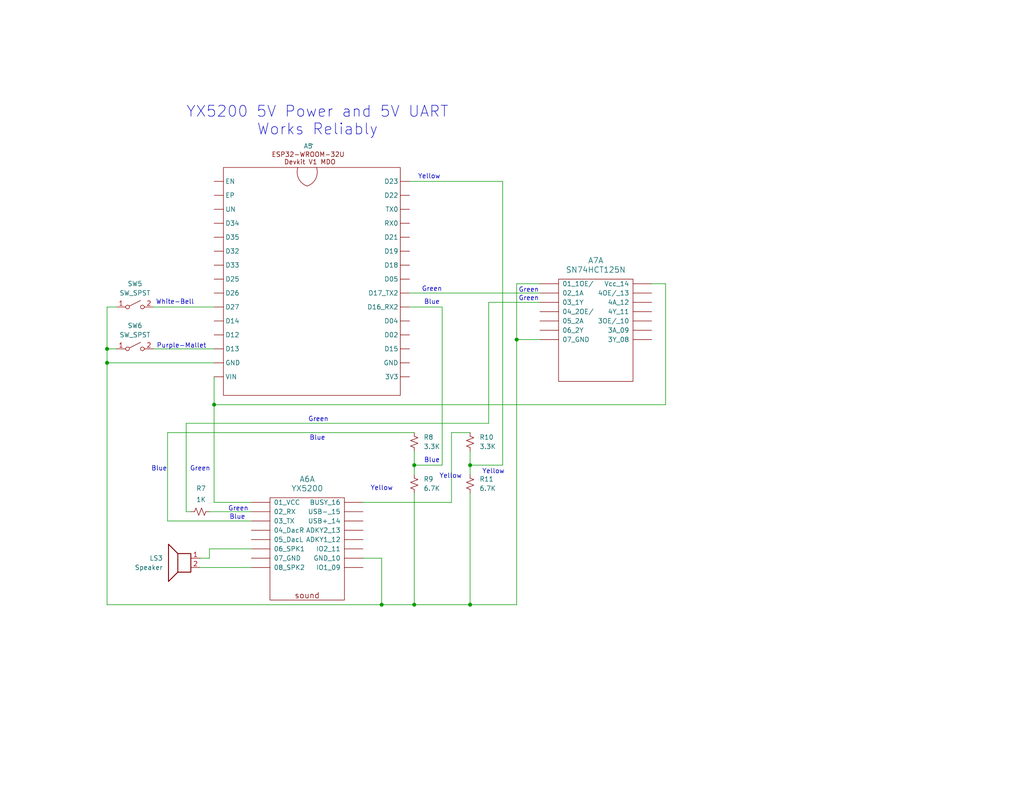
<source format=kicad_sch>
(kicad_sch (version 20250114) (generator "eeschema") (generator_version "9.0")
  (paper "USLetter")
  (title_block (title "Ring the Bell Prototypes") (date "2025-06-20") (rev "Rev 0.9") (company "https://github.com/Mark-MDO47/RingTheBell"))
  (lib_symbols
    (symbol "Device:R_Small_US" (pin_numbers (hide yes)) (pin_names (offset 0.254) (hide yes))
      (property "Reference" "R" (at 0.762 0.508 0))
      (property "Value" "R_Small_US" (at 0.762 -1.016 0))
      (symbol "R_Small_US_1_1"
        (pin passive line (at 0 2.54 270) (length 1.016) (name "~") (number "1"))
        (pin passive line (at 0 -2.54 90) (length 1.016) (name "~") (number "2"))
      )
    )
    (symbol "Device:Speaker" (pin_names (offset 0) (hide yes))
      (property "Reference" "LS" (at 1.27 5.715 0))
      (property "Value" "Speaker" (at 1.27 3.81 0))
      (symbol "Speaker_1_1"
        (pin input line (at -5.08 0 0) (length 2.54) (name "1") (number "1"))
        (pin input line (at -5.08 -2.54 0) (length 2.54) (name "2") (number "2"))
      )
    )
    (symbol "Switch:SW_SPST" (pin_names (offset 0) (hide yes))
      (property "Reference" "SW" (at 0 3.175 0))
      (property "Value" "SW_SPST" (at 0 -2.54 0))
      (symbol "SW_SPST_1_1"
        (pin passive line (at -5.08 0 0) (length 2.54) (name "A") (number "1"))
        (pin passive line (at 5.08 0 180) (length 2.54) (name "B") (number "2"))
      )
    )
    (symbol "YX5200_1" (pin_names (offset 1.016))
      (property "Reference" "A" (at 0 -2.54 0))
      (property "Value" "YX5200" (at 0 -5.08 0))
      (symbol "YX5200_1_0_0"
        (text "sound" (at 0 -7.62 0) (effects (font (size 1.524 1.524))))
      )
      (symbol "YX5200_1_1_1"
        (pin input line (at -15.24 17.78 0) (length 5.08) (name "01_VCC") (number "~"))
        (pin input line (at -15.24 15.24 0) (length 5.08) (name "02_RX") (number "~"))
        (pin input line (at -15.24 12.7 0) (length 5.08) (name "03_TX") (number "~"))
        (pin input line (at -15.24 10.16 0) (length 5.08) (name "04_DacR") (number "~"))
        (pin input line (at -15.24 7.62 0) (length 5.08) (name "05_DacL") (number "~"))
        (pin input line (at -15.24 5.08 0) (length 5.08) (name "06_SPK1") (number "~"))
        (pin input line (at -15.24 2.54 0) (length 5.08) (name "07_GND") (number "~"))
        (pin input line (at -15.24 0 0) (length 5.08) (name "08_SPK2") (number "~"))
        (pin input line (at 15.24 17.78 180) (length 5.08) (name "BUSY_16") (number "~"))
        (pin input line (at 15.24 15.24 180) (length 5.08) (name "USB-_15") (number "~"))
        (pin input line (at 15.24 12.7 180) (length 5.08) (name "USB+_14") (number "~"))
        (pin input line (at 15.24 10.16 180) (length 5.08) (name "ADKY2_13") (number "~"))
        (pin input line (at 15.24 7.62 180) (length 5.08) (name "ADKY1_12") (number "~"))
        (pin input line (at 15.24 5.08 180) (length 5.08) (name "IO2_11") (number "~"))
        (pin input line (at 15.24 2.54 180) (length 5.08) (name "GND_10") (number "~"))
        (pin input line (at 15.24 0 180) (length 5.08) (name "IO1_09") (number "~"))
      )
      (symbol "YX5200_1_2_1"
        (pin input line (at -15.24 17.78 0) (length 5.08) (name "01_VCC") (number "~"))
        (pin input line (at -15.24 15.24 0) (length 5.08) (name "02_RX") (number "~"))
        (pin input line (at -15.24 12.7 0) (length 5.08) (name "03_TX") (number "~"))
        (pin input line (at -15.24 10.16 0) (length 5.08) (name "04_DacR") (number "~"))
        (pin input line (at -15.24 7.62 0) (length 5.08) (name "05_DacL") (number "~"))
        (pin input line (at -15.24 5.08 0) (length 5.08) (name "06_SPK1") (number "~"))
        (pin input line (at -15.24 2.54 0) (length 5.08) (name "07_GND") (number "~"))
        (pin input line (at -15.24 0 0) (length 5.08) (name "08_SPK2") (number "~"))
        (pin input line (at 15.24 17.78 180) (length 5.08) (name "BUSY_16") (number "~"))
        (pin input line (at 15.24 15.24 180) (length 5.08) (name "USB-_15") (number "~"))
        (pin input line (at 15.24 12.7 180) (length 5.08) (name "USB+_14") (number "~"))
        (pin input line (at 15.24 10.16 180) (length 5.08) (name "ADKY2_13") (number "~"))
        (pin input line (at 15.24 7.62 180) (length 5.08) (name "ADKY1_12") (number "~"))
        (pin input line (at 15.24 5.08 180) (length 5.08) (name "IO2_11") (number "~"))
        (pin input line (at 15.24 2.54 180) (length 5.08) (name "GND_10") (number "~"))
        (pin input line (at 15.24 0 180) (length 5.08) (name "IO1_09") (number "~"))
      )
      (symbol "YX5200_1_3_1"
        (pin input line (at -15.24 17.78 0) (length 5.08) (name "01_VCC") (number "~"))
        (pin input line (at -15.24 15.24 0) (length 5.08) (name "02_RX") (number "~"))
        (pin input line (at -15.24 12.7 0) (length 5.08) (name "03_TX") (number "~"))
        (pin input line (at -15.24 10.16 0) (length 5.08) (name "04_DacR") (number "~"))
        (pin input line (at -15.24 7.62 0) (length 5.08) (name "05_DacL") (number "~"))
        (pin input line (at -15.24 5.08 0) (length 5.08) (name "06_SPK1") (number "~"))
        (pin input line (at -15.24 2.54 0) (length 5.08) (name "07_GND") (number "~"))
        (pin input line (at -15.24 0 0) (length 5.08) (name "08_SPK2") (number "~"))
        (pin input line (at 15.24 17.78 180) (length 5.08) (name "BUSY_16") (number "~"))
        (pin input line (at 15.24 15.24 180) (length 5.08) (name "USB-_15") (number "~"))
        (pin input line (at 15.24 12.7 180) (length 5.08) (name "USB+_14") (number "~"))
        (pin input line (at 15.24 10.16 180) (length 5.08) (name "ADKY2_13") (number "~"))
        (pin input line (at 15.24 7.62 180) (length 5.08) (name "ADKY1_12") (number "~"))
        (pin input line (at 15.24 5.08 180) (length 5.08) (name "IO2_11") (number "~"))
        (pin input line (at 15.24 2.54 180) (length 5.08) (name "GND_10") (number "~"))
        (pin input line (at 15.24 0 180) (length 5.08) (name "IO1_09") (number "~"))
      )
      (symbol "YX5200_1_4_1"
        (pin input line (at -15.24 17.78 0) (length 5.08) (name "01_VCC") (number "~"))
        (pin input line (at -15.24 15.24 0) (length 5.08) (name "02_RX") (number "~"))
        (pin input line (at -15.24 12.7 0) (length 5.08) (name "03_TX") (number "~"))
        (pin input line (at -15.24 10.16 0) (length 5.08) (name "04_DacR") (number "~"))
        (pin input line (at -15.24 7.62 0) (length 5.08) (name "05_DacL") (number "~"))
        (pin input line (at -15.24 5.08 0) (length 5.08) (name "06_SPK1") (number "~"))
        (pin input line (at -15.24 2.54 0) (length 5.08) (name "07_GND") (number "~"))
        (pin input line (at -15.24 0 0) (length 5.08) (name "08_SPK2") (number "~"))
        (pin input line (at 15.24 17.78 180) (length 5.08) (name "BUSY_16") (number "~"))
        (pin input line (at 15.24 15.24 180) (length 5.08) (name "USB-_15") (number "~"))
        (pin input line (at 15.24 12.7 180) (length 5.08) (name "USB+_14") (number "~"))
        (pin input line (at 15.24 10.16 180) (length 5.08) (name "ADKY2_13") (number "~"))
        (pin input line (at 15.24 7.62 180) (length 5.08) (name "ADKY1_12") (number "~"))
        (pin input line (at 15.24 5.08 180) (length 5.08) (name "IO2_11") (number "~"))
        (pin input line (at 15.24 2.54 180) (length 5.08) (name "GND_10") (number "~"))
        (pin input line (at 15.24 0 180) (length 5.08) (name "IO1_09") (number "~"))
      )
      (symbol "YX5200_1_5_1"
        (pin input line (at -15.24 17.78 0) (length 5.08) (name "01_VCC") (number "~"))
        (pin input line (at -15.24 15.24 0) (length 5.08) (name "02_RX") (number "~"))
        (pin input line (at -15.24 12.7 0) (length 5.08) (name "03_TX") (number "~"))
        (pin input line (at -15.24 10.16 0) (length 5.08) (name "04_DacR") (number "~"))
        (pin input line (at -15.24 7.62 0) (length 5.08) (name "05_DacL") (number "~"))
        (pin input line (at -15.24 5.08 0) (length 5.08) (name "06_SPK1") (number "~"))
        (pin input line (at -15.24 2.54 0) (length 5.08) (name "07_GND") (number "~"))
        (pin input line (at -15.24 0 0) (length 5.08) (name "08_SPK2") (number "~"))
        (pin input line (at 15.24 17.78 180) (length 5.08) (name "BUSY_16") (number "~"))
        (pin input line (at 15.24 15.24 180) (length 5.08) (name "USB-_15") (number "~"))
        (pin input line (at 15.24 12.7 180) (length 5.08) (name "USB+_14") (number "~"))
        (pin input line (at 15.24 10.16 180) (length 5.08) (name "ADKY2_13") (number "~"))
        (pin input line (at 15.24 7.62 180) (length 5.08) (name "ADKY1_12") (number "~"))
        (pin input line (at 15.24 5.08 180) (length 5.08) (name "IO2_11") (number "~"))
        (pin input line (at 15.24 2.54 180) (length 5.08) (name "GND_10") (number "~"))
        (pin input line (at 15.24 0 180) (length 5.08) (name "IO1_09") (number "~"))
      )
      (symbol "YX5200_1_6_1"
        (pin input line (at -15.24 17.78 0) (length 5.08) (name "01_VCC") (number "~"))
        (pin input line (at -15.24 15.24 0) (length 5.08) (name "02_RX") (number "~"))
        (pin input line (at -15.24 12.7 0) (length 5.08) (name "03_TX") (number "~"))
        (pin input line (at -15.24 10.16 0) (length 5.08) (name "04_DacR") (number "~"))
        (pin input line (at -15.24 7.62 0) (length 5.08) (name "05_DacL") (number "~"))
        (pin input line (at -15.24 5.08 0) (length 5.08) (name "06_SPK1") (number "~"))
        (pin input line (at -15.24 2.54 0) (length 5.08) (name "07_GND") (number "~"))
        (pin input line (at -15.24 0 0) (length 5.08) (name "08_SPK2") (number "~"))
        (pin input line (at 15.24 17.78 180) (length 5.08) (name "BUSY_16") (number "~"))
        (pin input line (at 15.24 15.24 180) (length 5.08) (name "USB-_15") (number "~"))
        (pin input line (at 15.24 12.7 180) (length 5.08) (name "USB+_14") (number "~"))
        (pin input line (at 15.24 10.16 180) (length 5.08) (name "ADKY2_13") (number "~"))
        (pin input line (at 15.24 7.62 180) (length 5.08) (name "ADKY1_12") (number "~"))
        (pin input line (at 15.24 5.08 180) (length 5.08) (name "IO2_11") (number "~"))
        (pin input line (at 15.24 2.54 180) (length 5.08) (name "GND_10") (number "~"))
        (pin input line (at 15.24 0 180) (length 5.08) (name "IO1_09") (number "~"))
      )
      (symbol "YX5200_1_7_1"
        (pin input line (at -15.24 17.78 0) (length 5.08) (name "01_VCC") (number "~"))
        (pin input line (at -15.24 15.24 0) (length 5.08) (name "02_RX") (number "~"))
        (pin input line (at -15.24 12.7 0) (length 5.08) (name "03_TX") (number "~"))
        (pin input line (at -15.24 10.16 0) (length 5.08) (name "04_DacR") (number "~"))
        (pin input line (at -15.24 7.62 0) (length 5.08) (name "05_DacL") (number "~"))
        (pin input line (at -15.24 5.08 0) (length 5.08) (name "06_SPK1") (number "~"))
        (pin input line (at -15.24 2.54 0) (length 5.08) (name "07_GND") (number "~"))
        (pin input line (at -15.24 0 0) (length 5.08) (name "08_SPK2") (number "~"))
        (pin input line (at 15.24 17.78 180) (length 5.08) (name "BUSY_16") (number "~"))
        (pin input line (at 15.24 15.24 180) (length 5.08) (name "USB-_15") (number "~"))
        (pin input line (at 15.24 12.7 180) (length 5.08) (name "USB+_14") (number "~"))
        (pin input line (at 15.24 10.16 180) (length 5.08) (name "ADKY2_13") (number "~"))
        (pin input line (at 15.24 7.62 180) (length 5.08) (name "ADKY1_12") (number "~"))
        (pin input line (at 15.24 5.08 180) (length 5.08) (name "IO2_11") (number "~"))
        (pin input line (at 15.24 2.54 180) (length 5.08) (name "GND_10") (number "~"))
        (pin input line (at 15.24 0 180) (length 5.08) (name "IO1_09") (number "~"))
      )
      (symbol "YX5200_1_8_1"
        (pin input line (at -15.24 17.78 0) (length 5.08) (name "01_VCC") (number "~"))
        (pin input line (at -15.24 15.24 0) (length 5.08) (name "02_RX") (number "~"))
        (pin input line (at -15.24 12.7 0) (length 5.08) (name "03_TX") (number "~"))
        (pin input line (at -15.24 10.16 0) (length 5.08) (name "04_DacR") (number "~"))
        (pin input line (at -15.24 7.62 0) (length 5.08) (name "05_DacL") (number "~"))
        (pin input line (at -15.24 5.08 0) (length 5.08) (name "06_SPK1") (number "~"))
        (pin input line (at -15.24 2.54 0) (length 5.08) (name "07_GND") (number "~"))
        (pin input line (at -15.24 0 0) (length 5.08) (name "08_SPK2") (number "~"))
        (pin input line (at 15.24 17.78 180) (length 5.08) (name "BUSY_16") (number "~"))
        (pin input line (at 15.24 15.24 180) (length 5.08) (name "USB-_15") (number "~"))
        (pin input line (at 15.24 12.7 180) (length 5.08) (name "USB+_14") (number "~"))
        (pin input line (at 15.24 10.16 180) (length 5.08) (name "ADKY2_13") (number "~"))
        (pin input line (at 15.24 7.62 180) (length 5.08) (name "ADKY1_12") (number "~"))
        (pin input line (at 15.24 5.08 180) (length 5.08) (name "IO2_11") (number "~"))
        (pin input line (at 15.24 2.54 180) (length 5.08) (name "GND_10") (number "~"))
        (pin input line (at 15.24 0 180) (length 5.08) (name "IO1_09") (number "~"))
      )
      (symbol "YX5200_1_9_1"
        (pin input line (at -15.24 17.78 0) (length 5.08) (name "01_VCC") (number "~"))
        (pin input line (at -15.24 15.24 0) (length 5.08) (name "02_RX") (number "~"))
        (pin input line (at -15.24 12.7 0) (length 5.08) (name "03_TX") (number "~"))
        (pin input line (at -15.24 10.16 0) (length 5.08) (name "04_DacR") (number "~"))
        (pin input line (at -15.24 7.62 0) (length 5.08) (name "05_DacL") (number "~"))
        (pin input line (at -15.24 5.08 0) (length 5.08) (name "06_SPK1") (number "~"))
        (pin input line (at -15.24 2.54 0) (length 5.08) (name "07_GND") (number "~"))
        (pin input line (at -15.24 0 0) (length 5.08) (name "08_SPK2") (number "~"))
        (pin input line (at 15.24 17.78 180) (length 5.08) (name "BUSY_16") (number "~"))
        (pin input line (at 15.24 15.24 180) (length 5.08) (name "USB-_15") (number "~"))
        (pin input line (at 15.24 12.7 180) (length 5.08) (name "USB+_14") (number "~"))
        (pin input line (at 15.24 10.16 180) (length 5.08) (name "ADKY2_13") (number "~"))
        (pin input line (at 15.24 7.62 180) (length 5.08) (name "ADKY1_12") (number "~"))
        (pin input line (at 15.24 5.08 180) (length 5.08) (name "IO2_11") (number "~"))
        (pin input line (at 15.24 2.54 180) (length 5.08) (name "GND_10") (number "~"))
        (pin input line (at 15.24 0 180) (length 5.08) (name "IO1_09") (number "~"))
      )
      (symbol "YX5200_1_10_1"
        (pin input line (at -15.24 17.78 0) (length 5.08) (name "01_VCC") (number "~"))
        (pin input line (at -15.24 15.24 0) (length 5.08) (name "02_RX") (number "~"))
        (pin input line (at -15.24 12.7 0) (length 5.08) (name "03_TX") (number "~"))
        (pin input line (at -15.24 10.16 0) (length 5.08) (name "04_DacR") (number "~"))
        (pin input line (at -15.24 7.62 0) (length 5.08) (name "05_DacL") (number "~"))
        (pin input line (at -15.24 5.08 0) (length 5.08) (name "06_SPK1") (number "~"))
        (pin input line (at -15.24 2.54 0) (length 5.08) (name "07_GND") (number "~"))
        (pin input line (at -15.24 0 0) (length 5.08) (name "08_SPK2") (number "~"))
        (pin input line (at 15.24 17.78 180) (length 5.08) (name "BUSY_16") (number "~"))
        (pin input line (at 15.24 15.24 180) (length 5.08) (name "USB-_15") (number "~"))
        (pin input line (at 15.24 12.7 180) (length 5.08) (name "USB+_14") (number "~"))
        (pin input line (at 15.24 10.16 180) (length 5.08) (name "ADKY2_13") (number "~"))
        (pin input line (at 15.24 7.62 180) (length 5.08) (name "ADKY1_12") (number "~"))
        (pin input line (at 15.24 5.08 180) (length 5.08) (name "IO2_11") (number "~"))
        (pin input line (at 15.24 2.54 180) (length 5.08) (name "GND_10") (number "~"))
        (pin input line (at 15.24 0 180) (length 5.08) (name "IO1_09") (number "~"))
      )
      (symbol "YX5200_1_11_1"
        (pin input line (at -15.24 17.78 0) (length 5.08) (name "01_VCC") (number "~"))
        (pin input line (at -15.24 15.24 0) (length 5.08) (name "02_RX") (number "~"))
        (pin input line (at -15.24 12.7 0) (length 5.08) (name "03_TX") (number "~"))
        (pin input line (at -15.24 10.16 0) (length 5.08) (name "04_DacR") (number "~"))
        (pin input line (at -15.24 7.62 0) (length 5.08) (name "05_DacL") (number "~"))
        (pin input line (at -15.24 5.08 0) (length 5.08) (name "06_SPK1") (number "~"))
        (pin input line (at -15.24 2.54 0) (length 5.08) (name "07_GND") (number "~"))
        (pin input line (at -15.24 0 0) (length 5.08) (name "08_SPK2") (number "~"))
        (pin input line (at 15.24 17.78 180) (length 5.08) (name "BUSY_16") (number "~"))
        (pin input line (at 15.24 15.24 180) (length 5.08) (name "USB-_15") (number "~"))
        (pin input line (at 15.24 12.7 180) (length 5.08) (name "USB+_14") (number "~"))
        (pin input line (at 15.24 10.16 180) (length 5.08) (name "ADKY2_13") (number "~"))
        (pin input line (at 15.24 7.62 180) (length 5.08) (name "ADKY1_12") (number "~"))
        (pin input line (at 15.24 5.08 180) (length 5.08) (name "IO2_11") (number "~"))
        (pin input line (at 15.24 2.54 180) (length 5.08) (name "GND_10") (number "~"))
        (pin input line (at 15.24 0 180) (length 5.08) (name "IO1_09") (number "~"))
      )
      (symbol "YX5200_1_12_1"
        (pin input line (at -15.24 17.78 0) (length 5.08) (name "01_VCC") (number "~"))
        (pin input line (at -15.24 15.24 0) (length 5.08) (name "02_RX") (number "~"))
        (pin input line (at -15.24 12.7 0) (length 5.08) (name "03_TX") (number "~"))
        (pin input line (at -15.24 10.16 0) (length 5.08) (name "04_DacR") (number "~"))
        (pin input line (at -15.24 7.62 0) (length 5.08) (name "05_DacL") (number "~"))
        (pin input line (at -15.24 5.08 0) (length 5.08) (name "06_SPK1") (number "~"))
        (pin input line (at -15.24 2.54 0) (length 5.08) (name "07_GND") (number "~"))
        (pin input line (at -15.24 0 0) (length 5.08) (name "08_SPK2") (number "~"))
        (pin input line (at 15.24 17.78 180) (length 5.08) (name "BUSY_16") (number "~"))
        (pin input line (at 15.24 15.24 180) (length 5.08) (name "USB-_15") (number "~"))
        (pin input line (at 15.24 12.7 180) (length 5.08) (name "USB+_14") (number "~"))
        (pin input line (at 15.24 10.16 180) (length 5.08) (name "ADKY2_13") (number "~"))
        (pin input line (at 15.24 7.62 180) (length 5.08) (name "ADKY1_12") (number "~"))
        (pin input line (at 15.24 5.08 180) (length 5.08) (name "IO2_11") (number "~"))
        (pin input line (at 15.24 2.54 180) (length 5.08) (name "GND_10") (number "~"))
        (pin input line (at 15.24 0 180) (length 5.08) (name "IO1_09") (number "~"))
      )
      (symbol "YX5200_1_13_1"
        (pin input line (at -15.24 17.78 0) (length 5.08) (name "01_VCC") (number "~"))
        (pin input line (at -15.24 15.24 0) (length 5.08) (name "02_RX") (number "~"))
        (pin input line (at -15.24 12.7 0) (length 5.08) (name "03_TX") (number "~"))
        (pin input line (at -15.24 10.16 0) (length 5.08) (name "04_DacR") (number "~"))
        (pin input line (at -15.24 7.62 0) (length 5.08) (name "05_DacL") (number "~"))
        (pin input line (at -15.24 5.08 0) (length 5.08) (name "06_SPK1") (number "~"))
        (pin input line (at -15.24 2.54 0) (length 5.08) (name "07_GND") (number "~"))
        (pin input line (at -15.24 0 0) (length 5.08) (name "08_SPK2") (number "~"))
        (pin input line (at 15.24 17.78 180) (length 5.08) (name "BUSY_16") (number "~"))
        (pin input line (at 15.24 15.24 180) (length 5.08) (name "USB-_15") (number "~"))
        (pin input line (at 15.24 12.7 180) (length 5.08) (name "USB+_14") (number "~"))
        (pin input line (at 15.24 10.16 180) (length 5.08) (name "ADKY2_13") (number "~"))
        (pin input line (at 15.24 7.62 180) (length 5.08) (name "ADKY1_12") (number "~"))
        (pin input line (at 15.24 5.08 180) (length 5.08) (name "IO2_11") (number "~"))
        (pin input line (at 15.24 2.54 180) (length 5.08) (name "GND_10") (number "~"))
        (pin input line (at 15.24 0 180) (length 5.08) (name "IO1_09") (number "~"))
      )
      (symbol "YX5200_1_14_1"
        (pin input line (at -15.24 17.78 0) (length 5.08) (name "01_VCC") (number "~"))
        (pin input line (at -15.24 15.24 0) (length 5.08) (name "02_RX") (number "~"))
        (pin input line (at -15.24 12.7 0) (length 5.08) (name "03_TX") (number "~"))
        (pin input line (at -15.24 10.16 0) (length 5.08) (name "04_DacR") (number "~"))
        (pin input line (at -15.24 7.62 0) (length 5.08) (name "05_DacL") (number "~"))
        (pin input line (at -15.24 5.08 0) (length 5.08) (name "06_SPK1") (number "~"))
        (pin input line (at -15.24 2.54 0) (length 5.08) (name "07_GND") (number "~"))
        (pin input line (at -15.24 0 0) (length 5.08) (name "08_SPK2") (number "~"))
        (pin input line (at 15.24 17.78 180) (length 5.08) (name "BUSY_16") (number "~"))
        (pin input line (at 15.24 15.24 180) (length 5.08) (name "USB-_15") (number "~"))
        (pin input line (at 15.24 12.7 180) (length 5.08) (name "USB+_14") (number "~"))
        (pin input line (at 15.24 10.16 180) (length 5.08) (name "ADKY2_13") (number "~"))
        (pin input line (at 15.24 7.62 180) (length 5.08) (name "ADKY1_12") (number "~"))
        (pin input line (at 15.24 5.08 180) (length 5.08) (name "IO2_11") (number "~"))
        (pin input line (at 15.24 2.54 180) (length 5.08) (name "GND_10") (number "~"))
        (pin input line (at 15.24 0 180) (length 5.08) (name "IO1_09") (number "~"))
      )
      (symbol "YX5200_1_15_1"
        (pin input line (at -15.24 17.78 0) (length 5.08) (name "01_VCC") (number "~"))
        (pin input line (at -15.24 15.24 0) (length 5.08) (name "02_RX") (number "~"))
        (pin input line (at -15.24 12.7 0) (length 5.08) (name "03_TX") (number "~"))
        (pin input line (at -15.24 10.16 0) (length 5.08) (name "04_DacR") (number "~"))
        (pin input line (at -15.24 7.62 0) (length 5.08) (name "05_DacL") (number "~"))
        (pin input line (at -15.24 5.08 0) (length 5.08) (name "06_SPK1") (number "~"))
        (pin input line (at -15.24 2.54 0) (length 5.08) (name "07_GND") (number "~"))
        (pin input line (at -15.24 0 0) (length 5.08) (name "08_SPK2") (number "~"))
        (pin input line (at 15.24 17.78 180) (length 5.08) (name "BUSY_16") (number "~"))
        (pin input line (at 15.24 15.24 180) (length 5.08) (name "USB-_15") (number "~"))
        (pin input line (at 15.24 12.7 180) (length 5.08) (name "USB+_14") (number "~"))
        (pin input line (at 15.24 10.16 180) (length 5.08) (name "ADKY2_13") (number "~"))
        (pin input line (at 15.24 7.62 180) (length 5.08) (name "ADKY1_12") (number "~"))
        (pin input line (at 15.24 5.08 180) (length 5.08) (name "IO2_11") (number "~"))
        (pin input line (at 15.24 2.54 180) (length 5.08) (name "GND_10") (number "~"))
        (pin input line (at 15.24 0 180) (length 5.08) (name "IO1_09") (number "~"))
      )
      (symbol "YX5200_1_16_1"
        (pin input line (at -15.24 17.78 0) (length 5.08) (name "01_VCC") (number "~"))
        (pin input line (at -15.24 15.24 0) (length 5.08) (name "02_RX") (number "~"))
        (pin input line (at -15.24 12.7 0) (length 5.08) (name "03_TX") (number "~"))
        (pin input line (at -15.24 10.16 0) (length 5.08) (name "04_DacR") (number "~"))
        (pin input line (at -15.24 7.62 0) (length 5.08) (name "05_DacL") (number "~"))
        (pin input line (at -15.24 5.08 0) (length 5.08) (name "06_SPK1") (number "~"))
        (pin input line (at -15.24 2.54 0) (length 5.08) (name "07_GND") (number "~"))
        (pin input line (at -15.24 0 0) (length 5.08) (name "08_SPK2") (number "~"))
        (pin input line (at 15.24 17.78 180) (length 5.08) (name "BUSY_16") (number "~"))
        (pin input line (at 15.24 15.24 180) (length 5.08) (name "USB-_15") (number "~"))
        (pin input line (at 15.24 12.7 180) (length 5.08) (name "USB+_14") (number "~"))
        (pin input line (at 15.24 10.16 180) (length 5.08) (name "ADKY2_13") (number "~"))
        (pin input line (at 15.24 7.62 180) (length 5.08) (name "ADKY1_12") (number "~"))
        (pin input line (at 15.24 5.08 180) (length 5.08) (name "IO2_11") (number "~"))
        (pin input line (at 15.24 2.54 180) (length 5.08) (name "GND_10") (number "~"))
        (pin input line (at 15.24 0 180) (length 5.08) (name "IO1_09") (number "~"))
      )
      (symbol "YX5200_1_17_1"
        (pin input line (at -15.24 17.78 0) (length 5.08) (name "01_VCC") (number "~"))
        (pin input line (at -15.24 15.24 0) (length 5.08) (name "02_RX") (number "~"))
        (pin input line (at -15.24 12.7 0) (length 5.08) (name "03_TX") (number "~"))
        (pin input line (at -15.24 10.16 0) (length 5.08) (name "04_DacR") (number "~"))
        (pin input line (at -15.24 7.62 0) (length 5.08) (name "05_DacL") (number "~"))
        (pin input line (at -15.24 5.08 0) (length 5.08) (name "06_SPK1") (number "~"))
        (pin input line (at -15.24 2.54 0) (length 5.08) (name "07_GND") (number "~"))
        (pin input line (at -15.24 0 0) (length 5.08) (name "08_SPK2") (number "~"))
        (pin input line (at 15.24 17.78 180) (length 5.08) (name "BUSY_16") (number "~"))
        (pin input line (at 15.24 15.24 180) (length 5.08) (name "USB-_15") (number "~"))
        (pin input line (at 15.24 12.7 180) (length 5.08) (name "USB+_14") (number "~"))
        (pin input line (at 15.24 10.16 180) (length 5.08) (name "ADKY2_13") (number "~"))
        (pin input line (at 15.24 7.62 180) (length 5.08) (name "ADKY1_12") (number "~"))
        (pin input line (at 15.24 5.08 180) (length 5.08) (name "IO2_11") (number "~"))
        (pin input line (at 15.24 2.54 180) (length 5.08) (name "GND_10") (number "~"))
        (pin input line (at 15.24 0 180) (length 5.08) (name "IO1_09") (number "~"))
      )
      (symbol "YX5200_1_18_1"
        (pin input line (at -15.24 17.78 0) (length 5.08) (name "01_VCC") (number "~"))
        (pin input line (at -15.24 15.24 0) (length 5.08) (name "02_RX") (number "~"))
        (pin input line (at -15.24 12.7 0) (length 5.08) (name "03_TX") (number "~"))
        (pin input line (at -15.24 10.16 0) (length 5.08) (name "04_DacR") (number "~"))
        (pin input line (at -15.24 7.62 0) (length 5.08) (name "05_DacL") (number "~"))
        (pin input line (at -15.24 5.08 0) (length 5.08) (name "06_SPK1") (number "~"))
        (pin input line (at -15.24 2.54 0) (length 5.08) (name "07_GND") (number "~"))
        (pin input line (at -15.24 0 0) (length 5.08) (name "08_SPK2") (number "~"))
        (pin input line (at 15.24 17.78 180) (length 5.08) (name "BUSY_16") (number "~"))
        (pin input line (at 15.24 15.24 180) (length 5.08) (name "USB-_15") (number "~"))
        (pin input line (at 15.24 12.7 180) (length 5.08) (name "USB+_14") (number "~"))
        (pin input line (at 15.24 10.16 180) (length 5.08) (name "ADKY2_13") (number "~"))
        (pin input line (at 15.24 7.62 180) (length 5.08) (name "ADKY1_12") (number "~"))
        (pin input line (at 15.24 5.08 180) (length 5.08) (name "IO2_11") (number "~"))
        (pin input line (at 15.24 2.54 180) (length 5.08) (name "GND_10") (number "~"))
        (pin input line (at 15.24 0 180) (length 5.08) (name "IO1_09") (number "~"))
      )
      (symbol "YX5200_1_19_1"
        (pin input line (at -15.24 17.78 0) (length 5.08) (name "01_VCC") (number "~"))
        (pin input line (at -15.24 15.24 0) (length 5.08) (name "02_RX") (number "~"))
        (pin input line (at -15.24 12.7 0) (length 5.08) (name "03_TX") (number "~"))
        (pin input line (at -15.24 10.16 0) (length 5.08) (name "04_DacR") (number "~"))
        (pin input line (at -15.24 7.62 0) (length 5.08) (name "05_DacL") (number "~"))
        (pin input line (at -15.24 5.08 0) (length 5.08) (name "06_SPK1") (number "~"))
        (pin input line (at -15.24 2.54 0) (length 5.08) (name "07_GND") (number "~"))
        (pin input line (at -15.24 0 0) (length 5.08) (name "08_SPK2") (number "~"))
        (pin input line (at 15.24 17.78 180) (length 5.08) (name "BUSY_16") (number "~"))
        (pin input line (at 15.24 15.24 180) (length 5.08) (name "USB-_15") (number "~"))
        (pin input line (at 15.24 12.7 180) (length 5.08) (name "USB+_14") (number "~"))
        (pin input line (at 15.24 10.16 180) (length 5.08) (name "ADKY2_13") (number "~"))
        (pin input line (at 15.24 7.62 180) (length 5.08) (name "ADKY1_12") (number "~"))
        (pin input line (at 15.24 5.08 180) (length 5.08) (name "IO2_11") (number "~"))
        (pin input line (at 15.24 2.54 180) (length 5.08) (name "GND_10") (number "~"))
        (pin input line (at 15.24 0 180) (length 5.08) (name "IO1_09") (number "~"))
      )
      (symbol "YX5200_1_20_1"
        (pin input line (at -15.24 17.78 0) (length 5.08) (name "01_VCC") (number "~"))
        (pin input line (at -15.24 15.24 0) (length 5.08) (name "02_RX") (number "~"))
        (pin input line (at -15.24 12.7 0) (length 5.08) (name "03_TX") (number "~"))
        (pin input line (at -15.24 10.16 0) (length 5.08) (name "04_DacR") (number "~"))
        (pin input line (at -15.24 7.62 0) (length 5.08) (name "05_DacL") (number "~"))
        (pin input line (at -15.24 5.08 0) (length 5.08) (name "06_SPK1") (number "~"))
        (pin input line (at -15.24 2.54 0) (length 5.08) (name "07_GND") (number "~"))
        (pin input line (at -15.24 0 0) (length 5.08) (name "08_SPK2") (number "~"))
        (pin input line (at 15.24 17.78 180) (length 5.08) (name "BUSY_16") (number "~"))
        (pin input line (at 15.24 15.24 180) (length 5.08) (name "USB-_15") (number "~"))
        (pin input line (at 15.24 12.7 180) (length 5.08) (name "USB+_14") (number "~"))
        (pin input line (at 15.24 10.16 180) (length 5.08) (name "ADKY2_13") (number "~"))
        (pin input line (at 15.24 7.62 180) (length 5.08) (name "ADKY1_12") (number "~"))
        (pin input line (at 15.24 5.08 180) (length 5.08) (name "IO2_11") (number "~"))
        (pin input line (at 15.24 2.54 180) (length 5.08) (name "GND_10") (number "~"))
        (pin input line (at 15.24 0 180) (length 5.08) (name "IO1_09") (number "~"))
      )
      (symbol "YX5200_1_21_1"
        (pin input line (at -15.24 17.78 0) (length 5.08) (name "01_VCC") (number "~"))
        (pin input line (at -15.24 15.24 0) (length 5.08) (name "02_RX") (number "~"))
        (pin input line (at -15.24 12.7 0) (length 5.08) (name "03_TX") (number "~"))
        (pin input line (at -15.24 10.16 0) (length 5.08) (name "04_DacR") (number "~"))
        (pin input line (at -15.24 7.62 0) (length 5.08) (name "05_DacL") (number "~"))
        (pin input line (at -15.24 5.08 0) (length 5.08) (name "06_SPK1") (number "~"))
        (pin input line (at -15.24 2.54 0) (length 5.08) (name "07_GND") (number "~"))
        (pin input line (at -15.24 0 0) (length 5.08) (name "08_SPK2") (number "~"))
        (pin input line (at 15.24 17.78 180) (length 5.08) (name "BUSY_16") (number "~"))
        (pin input line (at 15.24 15.24 180) (length 5.08) (name "USB-_15") (number "~"))
        (pin input line (at 15.24 12.7 180) (length 5.08) (name "USB+_14") (number "~"))
        (pin input line (at 15.24 10.16 180) (length 5.08) (name "ADKY2_13") (number "~"))
        (pin input line (at 15.24 7.62 180) (length 5.08) (name "ADKY1_12") (number "~"))
        (pin input line (at 15.24 5.08 180) (length 5.08) (name "IO2_11") (number "~"))
        (pin input line (at 15.24 2.54 180) (length 5.08) (name "GND_10") (number "~"))
        (pin input line (at 15.24 0 180) (length 5.08) (name "IO1_09") (number "~"))
      )
      (symbol "YX5200_1_22_1"
        (pin input line (at -15.24 17.78 0) (length 5.08) (name "01_VCC") (number "~"))
        (pin input line (at -15.24 15.24 0) (length 5.08) (name "02_RX") (number "~"))
        (pin input line (at -15.24 12.7 0) (length 5.08) (name "03_TX") (number "~"))
        (pin input line (at -15.24 10.16 0) (length 5.08) (name "04_DacR") (number "~"))
        (pin input line (at -15.24 7.62 0) (length 5.08) (name "05_DacL") (number "~"))
        (pin input line (at -15.24 5.08 0) (length 5.08) (name "06_SPK1") (number "~"))
        (pin input line (at -15.24 2.54 0) (length 5.08) (name "07_GND") (number "~"))
        (pin input line (at -15.24 0 0) (length 5.08) (name "08_SPK2") (number "~"))
        (pin input line (at 15.24 17.78 180) (length 5.08) (name "BUSY_16") (number "~"))
        (pin input line (at 15.24 15.24 180) (length 5.08) (name "USB-_15") (number "~"))
        (pin input line (at 15.24 12.7 180) (length 5.08) (name "USB+_14") (number "~"))
        (pin input line (at 15.24 10.16 180) (length 5.08) (name "ADKY2_13") (number "~"))
        (pin input line (at 15.24 7.62 180) (length 5.08) (name "ADKY1_12") (number "~"))
        (pin input line (at 15.24 5.08 180) (length 5.08) (name "IO2_11") (number "~"))
        (pin input line (at 15.24 2.54 180) (length 5.08) (name "GND_10") (number "~"))
        (pin input line (at 15.24 0 180) (length 5.08) (name "IO1_09") (number "~"))
      )
      (symbol "YX5200_1_23_1"
        (pin input line (at -15.24 17.78 0) (length 5.08) (name "01_VCC") (number "~"))
        (pin input line (at -15.24 15.24 0) (length 5.08) (name "02_RX") (number "~"))
        (pin input line (at -15.24 12.7 0) (length 5.08) (name "03_TX") (number "~"))
        (pin input line (at -15.24 10.16 0) (length 5.08) (name "04_DacR") (number "~"))
        (pin input line (at -15.24 7.62 0) (length 5.08) (name "05_DacL") (number "~"))
        (pin input line (at -15.24 5.08 0) (length 5.08) (name "06_SPK1") (number "~"))
        (pin input line (at -15.24 2.54 0) (length 5.08) (name "07_GND") (number "~"))
        (pin input line (at -15.24 0 0) (length 5.08) (name "08_SPK2") (number "~"))
        (pin input line (at 15.24 17.78 180) (length 5.08) (name "BUSY_16") (number "~"))
        (pin input line (at 15.24 15.24 180) (length 5.08) (name "USB-_15") (number "~"))
        (pin input line (at 15.24 12.7 180) (length 5.08) (name "USB+_14") (number "~"))
        (pin input line (at 15.24 10.16 180) (length 5.08) (name "ADKY2_13") (number "~"))
        (pin input line (at 15.24 7.62 180) (length 5.08) (name "ADKY1_12") (number "~"))
        (pin input line (at 15.24 5.08 180) (length 5.08) (name "IO2_11") (number "~"))
        (pin input line (at 15.24 2.54 180) (length 5.08) (name "GND_10") (number "~"))
        (pin input line (at 15.24 0 180) (length 5.08) (name "IO1_09") (number "~"))
      )
      (symbol "YX5200_1_24_1"
        (pin input line (at -15.24 17.78 0) (length 5.08) (name "01_VCC") (number "~"))
        (pin input line (at -15.24 15.24 0) (length 5.08) (name "02_RX") (number "~"))
        (pin input line (at -15.24 12.7 0) (length 5.08) (name "03_TX") (number "~"))
        (pin input line (at -15.24 10.16 0) (length 5.08) (name "04_DacR") (number "~"))
        (pin input line (at -15.24 7.62 0) (length 5.08) (name "05_DacL") (number "~"))
        (pin input line (at -15.24 5.08 0) (length 5.08) (name "06_SPK1") (number "~"))
        (pin input line (at -15.24 2.54 0) (length 5.08) (name "07_GND") (number "~"))
        (pin input line (at -15.24 0 0) (length 5.08) (name "08_SPK2") (number "~"))
        (pin input line (at 15.24 17.78 180) (length 5.08) (name "BUSY_16") (number "~"))
        (pin input line (at 15.24 15.24 180) (length 5.08) (name "USB-_15") (number "~"))
        (pin input line (at 15.24 12.7 180) (length 5.08) (name "USB+_14") (number "~"))
        (pin input line (at 15.24 10.16 180) (length 5.08) (name "ADKY2_13") (number "~"))
        (pin input line (at 15.24 7.62 180) (length 5.08) (name "ADKY1_12") (number "~"))
        (pin input line (at 15.24 5.08 180) (length 5.08) (name "IO2_11") (number "~"))
        (pin input line (at 15.24 2.54 180) (length 5.08) (name "GND_10") (number "~"))
        (pin input line (at 15.24 0 180) (length 5.08) (name "IO1_09") (number "~"))
      )
      (symbol "YX5200_1_25_1"
        (pin input line (at -15.24 17.78 0) (length 5.08) (name "01_VCC") (number "~"))
        (pin input line (at -15.24 15.24 0) (length 5.08) (name "02_RX") (number "~"))
        (pin input line (at -15.24 12.7 0) (length 5.08) (name "03_TX") (number "~"))
        (pin input line (at -15.24 10.16 0) (length 5.08) (name "04_DacR") (number "~"))
        (pin input line (at -15.24 7.62 0) (length 5.08) (name "05_DacL") (number "~"))
        (pin input line (at -15.24 5.08 0) (length 5.08) (name "06_SPK1") (number "~"))
        (pin input line (at -15.24 2.54 0) (length 5.08) (name "07_GND") (number "~"))
        (pin input line (at -15.24 0 0) (length 5.08) (name "08_SPK2") (number "~"))
        (pin input line (at 15.24 17.78 180) (length 5.08) (name "BUSY_16") (number "~"))
        (pin input line (at 15.24 15.24 180) (length 5.08) (name "USB-_15") (number "~"))
        (pin input line (at 15.24 12.7 180) (length 5.08) (name "USB+_14") (number "~"))
        (pin input line (at 15.24 10.16 180) (length 5.08) (name "ADKY2_13") (number "~"))
        (pin input line (at 15.24 7.62 180) (length 5.08) (name "ADKY1_12") (number "~"))
        (pin input line (at 15.24 5.08 180) (length 5.08) (name "IO2_11") (number "~"))
        (pin input line (at 15.24 2.54 180) (length 5.08) (name "GND_10") (number "~"))
        (pin input line (at 15.24 0 180) (length 5.08) (name "IO1_09") (number "~"))
      )
      (symbol "YX5200_1_26_1"
        (pin input line (at -15.24 17.78 0) (length 5.08) (name "01_VCC") (number "~"))
        (pin input line (at -15.24 15.24 0) (length 5.08) (name "02_RX") (number "~"))
        (pin input line (at -15.24 12.7 0) (length 5.08) (name "03_TX") (number "~"))
        (pin input line (at -15.24 10.16 0) (length 5.08) (name "04_DacR") (number "~"))
        (pin input line (at -15.24 7.62 0) (length 5.08) (name "05_DacL") (number "~"))
        (pin input line (at -15.24 5.08 0) (length 5.08) (name "06_SPK1") (number "~"))
        (pin input line (at -15.24 2.54 0) (length 5.08) (name "07_GND") (number "~"))
        (pin input line (at -15.24 0 0) (length 5.08) (name "08_SPK2") (number "~"))
        (pin input line (at 15.24 17.78 180) (length 5.08) (name "BUSY_16") (number "~"))
        (pin input line (at 15.24 15.24 180) (length 5.08) (name "USB-_15") (number "~"))
        (pin input line (at 15.24 12.7 180) (length 5.08) (name "USB+_14") (number "~"))
        (pin input line (at 15.24 10.16 180) (length 5.08) (name "ADKY2_13") (number "~"))
        (pin input line (at 15.24 7.62 180) (length 5.08) (name "ADKY1_12") (number "~"))
        (pin input line (at 15.24 5.08 180) (length 5.08) (name "IO2_11") (number "~"))
        (pin input line (at 15.24 2.54 180) (length 5.08) (name "GND_10") (number "~"))
        (pin input line (at 15.24 0 180) (length 5.08) (name "IO1_09") (number "~"))
      )
      (symbol "YX5200_1_27_1"
        (pin input line (at -15.24 17.78 0) (length 5.08) (name "01_VCC") (number "~"))
        (pin input line (at -15.24 15.24 0) (length 5.08) (name "02_RX") (number "~"))
        (pin input line (at -15.24 12.7 0) (length 5.08) (name "03_TX") (number "~"))
        (pin input line (at -15.24 10.16 0) (length 5.08) (name "04_DacR") (number "~"))
        (pin input line (at -15.24 7.62 0) (length 5.08) (name "05_DacL") (number "~"))
        (pin input line (at -15.24 5.08 0) (length 5.08) (name "06_SPK1") (number "~"))
        (pin input line (at -15.24 2.54 0) (length 5.08) (name "07_GND") (number "~"))
        (pin input line (at -15.24 0 0) (length 5.08) (name "08_SPK2") (number "~"))
        (pin input line (at 15.24 17.78 180) (length 5.08) (name "BUSY_16") (number "~"))
        (pin input line (at 15.24 15.24 180) (length 5.08) (name "USB-_15") (number "~"))
        (pin input line (at 15.24 12.7 180) (length 5.08) (name "USB+_14") (number "~"))
        (pin input line (at 15.24 10.16 180) (length 5.08) (name "ADKY2_13") (number "~"))
        (pin input line (at 15.24 7.62 180) (length 5.08) (name "ADKY1_12") (number "~"))
        (pin input line (at 15.24 5.08 180) (length 5.08) (name "IO2_11") (number "~"))
        (pin input line (at 15.24 2.54 180) (length 5.08) (name "GND_10") (number "~"))
        (pin input line (at 15.24 0 180) (length 5.08) (name "IO1_09") (number "~"))
      )
      (symbol "YX5200_1_28_1"
        (pin input line (at -15.24 17.78 0) (length 5.08) (name "01_VCC") (number "~"))
        (pin input line (at -15.24 15.24 0) (length 5.08) (name "02_RX") (number "~"))
        (pin input line (at -15.24 12.7 0) (length 5.08) (name "03_TX") (number "~"))
        (pin input line (at -15.24 10.16 0) (length 5.08) (name "04_DacR") (number "~"))
        (pin input line (at -15.24 7.62 0) (length 5.08) (name "05_DacL") (number "~"))
        (pin input line (at -15.24 5.08 0) (length 5.08) (name "06_SPK1") (number "~"))
        (pin input line (at -15.24 2.54 0) (length 5.08) (name "07_GND") (number "~"))
        (pin input line (at -15.24 0 0) (length 5.08) (name "08_SPK2") (number "~"))
        (pin input line (at 15.24 17.78 180) (length 5.08) (name "BUSY_16") (number "~"))
        (pin input line (at 15.24 15.24 180) (length 5.08) (name "USB-_15") (number "~"))
        (pin input line (at 15.24 12.7 180) (length 5.08) (name "USB+_14") (number "~"))
        (pin input line (at 15.24 10.16 180) (length 5.08) (name "ADKY2_13") (number "~"))
        (pin input line (at 15.24 7.62 180) (length 5.08) (name "ADKY1_12") (number "~"))
        (pin input line (at 15.24 5.08 180) (length 5.08) (name "IO2_11") (number "~"))
        (pin input line (at 15.24 2.54 180) (length 5.08) (name "GND_10") (number "~"))
        (pin input line (at 15.24 0 180) (length 5.08) (name "IO1_09") (number "~"))
      )
      (symbol "YX5200_1_29_1"
        (pin input line (at -15.24 17.78 0) (length 5.08) (name "01_VCC") (number "~"))
        (pin input line (at -15.24 15.24 0) (length 5.08) (name "02_RX") (number "~"))
        (pin input line (at -15.24 12.7 0) (length 5.08) (name "03_TX") (number "~"))
        (pin input line (at -15.24 10.16 0) (length 5.08) (name "04_DacR") (number "~"))
        (pin input line (at -15.24 7.62 0) (length 5.08) (name "05_DacL") (number "~"))
        (pin input line (at -15.24 5.08 0) (length 5.08) (name "06_SPK1") (number "~"))
        (pin input line (at -15.24 2.54 0) (length 5.08) (name "07_GND") (number "~"))
        (pin input line (at -15.24 0 0) (length 5.08) (name "08_SPK2") (number "~"))
        (pin input line (at 15.24 17.78 180) (length 5.08) (name "BUSY_16") (number "~"))
        (pin input line (at 15.24 15.24 180) (length 5.08) (name "USB-_15") (number "~"))
        (pin input line (at 15.24 12.7 180) (length 5.08) (name "USB+_14") (number "~"))
        (pin input line (at 15.24 10.16 180) (length 5.08) (name "ADKY2_13") (number "~"))
        (pin input line (at 15.24 7.62 180) (length 5.08) (name "ADKY1_12") (number "~"))
        (pin input line (at 15.24 5.08 180) (length 5.08) (name "IO2_11") (number "~"))
        (pin input line (at 15.24 2.54 180) (length 5.08) (name "GND_10") (number "~"))
        (pin input line (at 15.24 0 180) (length 5.08) (name "IO1_09") (number "~"))
      )
      (symbol "YX5200_1_30_1"
        (pin input line (at -15.24 17.78 0) (length 5.08) (name "01_VCC") (number "~"))
        (pin input line (at -15.24 15.24 0) (length 5.08) (name "02_RX") (number "~"))
        (pin input line (at -15.24 12.7 0) (length 5.08) (name "03_TX") (number "~"))
        (pin input line (at -15.24 10.16 0) (length 5.08) (name "04_DacR") (number "~"))
        (pin input line (at -15.24 7.62 0) (length 5.08) (name "05_DacL") (number "~"))
        (pin input line (at -15.24 5.08 0) (length 5.08) (name "06_SPK1") (number "~"))
        (pin input line (at -15.24 2.54 0) (length 5.08) (name "07_GND") (number "~"))
        (pin input line (at -15.24 0 0) (length 5.08) (name "08_SPK2") (number "~"))
        (pin input line (at 15.24 17.78 180) (length 5.08) (name "BUSY_16") (number "~"))
        (pin input line (at 15.24 15.24 180) (length 5.08) (name "USB-_15") (number "~"))
        (pin input line (at 15.24 12.7 180) (length 5.08) (name "USB+_14") (number "~"))
        (pin input line (at 15.24 10.16 180) (length 5.08) (name "ADKY2_13") (number "~"))
        (pin input line (at 15.24 7.62 180) (length 5.08) (name "ADKY1_12") (number "~"))
        (pin input line (at 15.24 5.08 180) (length 5.08) (name "IO2_11") (number "~"))
        (pin input line (at 15.24 2.54 180) (length 5.08) (name "GND_10") (number "~"))
        (pin input line (at 15.24 0 180) (length 5.08) (name "IO1_09") (number "~"))
      )
      (symbol "YX5200_1_31_1"
        (pin input line (at -15.24 17.78 0) (length 5.08) (name "01_VCC") (number "~"))
        (pin input line (at -15.24 15.24 0) (length 5.08) (name "02_RX") (number "~"))
        (pin input line (at -15.24 12.7 0) (length 5.08) (name "03_TX") (number "~"))
        (pin input line (at -15.24 10.16 0) (length 5.08) (name "04_DacR") (number "~"))
        (pin input line (at -15.24 7.62 0) (length 5.08) (name "05_DacL") (number "~"))
        (pin input line (at -15.24 5.08 0) (length 5.08) (name "06_SPK1") (number "~"))
        (pin input line (at -15.24 2.54 0) (length 5.08) (name "07_GND") (number "~"))
        (pin input line (at -15.24 0 0) (length 5.08) (name "08_SPK2") (number "~"))
        (pin input line (at 15.24 17.78 180) (length 5.08) (name "BUSY_16") (number "~"))
        (pin input line (at 15.24 15.24 180) (length 5.08) (name "USB-_15") (number "~"))
        (pin input line (at 15.24 12.7 180) (length 5.08) (name "USB+_14") (number "~"))
        (pin input line (at 15.24 10.16 180) (length 5.08) (name "ADKY2_13") (number "~"))
        (pin input line (at 15.24 7.62 180) (length 5.08) (name "ADKY1_12") (number "~"))
        (pin input line (at 15.24 5.08 180) (length 5.08) (name "IO2_11") (number "~"))
        (pin input line (at 15.24 2.54 180) (length 5.08) (name "GND_10") (number "~"))
        (pin input line (at 15.24 0 180) (length 5.08) (name "IO1_09") (number "~"))
      )
      (symbol "YX5200_1_32_1"
        (pin input line (at -15.24 17.78 0) (length 5.08) (name "01_VCC") (number "~"))
        (pin input line (at -15.24 15.24 0) (length 5.08) (name "02_RX") (number "~"))
        (pin input line (at -15.24 12.7 0) (length 5.08) (name "03_TX") (number "~"))
        (pin input line (at -15.24 10.16 0) (length 5.08) (name "04_DacR") (number "~"))
        (pin input line (at -15.24 7.62 0) (length 5.08) (name "05_DacL") (number "~"))
        (pin input line (at -15.24 5.08 0) (length 5.08) (name "06_SPK1") (number "~"))
        (pin input line (at -15.24 2.54 0) (length 5.08) (name "07_GND") (number "~"))
        (pin input line (at -15.24 0 0) (length 5.08) (name "08_SPK2") (number "~"))
        (pin input line (at 15.24 17.78 180) (length 5.08) (name "BUSY_16") (number "~"))
        (pin input line (at 15.24 15.24 180) (length 5.08) (name "USB-_15") (number "~"))
        (pin input line (at 15.24 12.7 180) (length 5.08) (name "USB+_14") (number "~"))
        (pin input line (at 15.24 10.16 180) (length 5.08) (name "ADKY2_13") (number "~"))
        (pin input line (at 15.24 7.62 180) (length 5.08) (name "ADKY1_12") (number "~"))
        (pin input line (at 15.24 5.08 180) (length 5.08) (name "IO2_11") (number "~"))
        (pin input line (at 15.24 2.54 180) (length 5.08) (name "GND_10") (number "~"))
        (pin input line (at 15.24 0 180) (length 5.08) (name "IO1_09") (number "~"))
      )
      (symbol "YX5200_1_33_1"
        (pin input line (at -15.24 17.78 0) (length 5.08) (name "01_VCC") (number "~"))
        (pin input line (at -15.24 15.24 0) (length 5.08) (name "02_RX") (number "~"))
        (pin input line (at -15.24 12.7 0) (length 5.08) (name "03_TX") (number "~"))
        (pin input line (at -15.24 10.16 0) (length 5.08) (name "04_DacR") (number "~"))
        (pin input line (at -15.24 7.62 0) (length 5.08) (name "05_DacL") (number "~"))
        (pin input line (at -15.24 5.08 0) (length 5.08) (name "06_SPK1") (number "~"))
        (pin input line (at -15.24 2.54 0) (length 5.08) (name "07_GND") (number "~"))
        (pin input line (at -15.24 0 0) (length 5.08) (name "08_SPK2") (number "~"))
        (pin input line (at 15.24 17.78 180) (length 5.08) (name "BUSY_16") (number "~"))
        (pin input line (at 15.24 15.24 180) (length 5.08) (name "USB-_15") (number "~"))
        (pin input line (at 15.24 12.7 180) (length 5.08) (name "USB+_14") (number "~"))
        (pin input line (at 15.24 10.16 180) (length 5.08) (name "ADKY2_13") (number "~"))
        (pin input line (at 15.24 7.62 180) (length 5.08) (name "ADKY1_12") (number "~"))
        (pin input line (at 15.24 5.08 180) (length 5.08) (name "IO2_11") (number "~"))
        (pin input line (at 15.24 2.54 180) (length 5.08) (name "GND_10") (number "~"))
        (pin input line (at 15.24 0 180) (length 5.08) (name "IO1_09") (number "~"))
      )
      (symbol "YX5200_1_34_1"
        (pin input line (at -15.24 17.78 0) (length 5.08) (name "01_VCC") (number "~"))
        (pin input line (at -15.24 15.24 0) (length 5.08) (name "02_RX") (number "~"))
        (pin input line (at -15.24 12.7 0) (length 5.08) (name "03_TX") (number "~"))
        (pin input line (at -15.24 10.16 0) (length 5.08) (name "04_DacR") (number "~"))
        (pin input line (at -15.24 7.62 0) (length 5.08) (name "05_DacL") (number "~"))
        (pin input line (at -15.24 5.08 0) (length 5.08) (name "06_SPK1") (number "~"))
        (pin input line (at -15.24 2.54 0) (length 5.08) (name "07_GND") (number "~"))
        (pin input line (at -15.24 0 0) (length 5.08) (name "08_SPK2") (number "~"))
        (pin input line (at 15.24 17.78 180) (length 5.08) (name "BUSY_16") (number "~"))
        (pin input line (at 15.24 15.24 180) (length 5.08) (name "USB-_15") (number "~"))
        (pin input line (at 15.24 12.7 180) (length 5.08) (name "USB+_14") (number "~"))
        (pin input line (at 15.24 10.16 180) (length 5.08) (name "ADKY2_13") (number "~"))
        (pin input line (at 15.24 7.62 180) (length 5.08) (name "ADKY1_12") (number "~"))
        (pin input line (at 15.24 5.08 180) (length 5.08) (name "IO2_11") (number "~"))
        (pin input line (at 15.24 2.54 180) (length 5.08) (name "GND_10") (number "~"))
        (pin input line (at 15.24 0 180) (length 5.08) (name "IO1_09") (number "~"))
      )
      (symbol "YX5200_1_35_1"
        (pin input line (at -15.24 17.78 0) (length 5.08) (name "01_VCC") (number "~"))
        (pin input line (at -15.24 15.24 0) (length 5.08) (name "02_RX") (number "~"))
        (pin input line (at -15.24 12.7 0) (length 5.08) (name "03_TX") (number "~"))
        (pin input line (at -15.24 10.16 0) (length 5.08) (name "04_DacR") (number "~"))
        (pin input line (at -15.24 7.62 0) (length 5.08) (name "05_DacL") (number "~"))
        (pin input line (at -15.24 5.08 0) (length 5.08) (name "06_SPK1") (number "~"))
        (pin input line (at -15.24 2.54 0) (length 5.08) (name "07_GND") (number "~"))
        (pin input line (at -15.24 0 0) (length 5.08) (name "08_SPK2") (number "~"))
        (pin input line (at 15.24 17.78 180) (length 5.08) (name "BUSY_16") (number "~"))
        (pin input line (at 15.24 15.24 180) (length 5.08) (name "USB-_15") (number "~"))
        (pin input line (at 15.24 12.7 180) (length 5.08) (name "USB+_14") (number "~"))
        (pin input line (at 15.24 10.16 180) (length 5.08) (name "ADKY2_13") (number "~"))
        (pin input line (at 15.24 7.62 180) (length 5.08) (name "ADKY1_12") (number "~"))
        (pin input line (at 15.24 5.08 180) (length 5.08) (name "IO2_11") (number "~"))
        (pin input line (at 15.24 2.54 180) (length 5.08) (name "GND_10") (number "~"))
        (pin input line (at 15.24 0 180) (length 5.08) (name "IO1_09") (number "~"))
      )
      (symbol "YX5200_1_36_1"
        (pin input line (at -15.24 17.78 0) (length 5.08) (name "01_VCC") (number "~"))
        (pin input line (at -15.24 15.24 0) (length 5.08) (name "02_RX") (number "~"))
        (pin input line (at -15.24 12.7 0) (length 5.08) (name "03_TX") (number "~"))
        (pin input line (at -15.24 10.16 0) (length 5.08) (name "04_DacR") (number "~"))
        (pin input line (at -15.24 7.62 0) (length 5.08) (name "05_DacL") (number "~"))
        (pin input line (at -15.24 5.08 0) (length 5.08) (name "06_SPK1") (number "~"))
        (pin input line (at -15.24 2.54 0) (length 5.08) (name "07_GND") (number "~"))
        (pin input line (at -15.24 0 0) (length 5.08) (name "08_SPK2") (number "~"))
        (pin input line (at 15.24 17.78 180) (length 5.08) (name "BUSY_16") (number "~"))
        (pin input line (at 15.24 15.24 180) (length 5.08) (name "USB-_15") (number "~"))
        (pin input line (at 15.24 12.7 180) (length 5.08) (name "USB+_14") (number "~"))
        (pin input line (at 15.24 10.16 180) (length 5.08) (name "ADKY2_13") (number "~"))
        (pin input line (at 15.24 7.62 180) (length 5.08) (name "ADKY1_12") (number "~"))
        (pin input line (at 15.24 5.08 180) (length 5.08) (name "IO2_11") (number "~"))
        (pin input line (at 15.24 2.54 180) (length 5.08) (name "GND_10") (number "~"))
        (pin input line (at 15.24 0 180) (length 5.08) (name "IO1_09") (number "~"))
      )
      (symbol "YX5200_1_37_1"
        (pin input line (at -15.24 17.78 0) (length 5.08) (name "01_VCC") (number "~"))
        (pin input line (at -15.24 15.24 0) (length 5.08) (name "02_RX") (number "~"))
        (pin input line (at -15.24 12.7 0) (length 5.08) (name "03_TX") (number "~"))
        (pin input line (at -15.24 10.16 0) (length 5.08) (name "04_DacR") (number "~"))
        (pin input line (at -15.24 7.62 0) (length 5.08) (name "05_DacL") (number "~"))
        (pin input line (at -15.24 5.08 0) (length 5.08) (name "06_SPK1") (number "~"))
        (pin input line (at -15.24 2.54 0) (length 5.08) (name "07_GND") (number "~"))
        (pin input line (at -15.24 0 0) (length 5.08) (name "08_SPK2") (number "~"))
        (pin input line (at 15.24 17.78 180) (length 5.08) (name "BUSY_16") (number "~"))
        (pin input line (at 15.24 15.24 180) (length 5.08) (name "USB-_15") (number "~"))
        (pin input line (at 15.24 12.7 180) (length 5.08) (name "USB+_14") (number "~"))
        (pin input line (at 15.24 10.16 180) (length 5.08) (name "ADKY2_13") (number "~"))
        (pin input line (at 15.24 7.62 180) (length 5.08) (name "ADKY1_12") (number "~"))
        (pin input line (at 15.24 5.08 180) (length 5.08) (name "IO2_11") (number "~"))
        (pin input line (at 15.24 2.54 180) (length 5.08) (name "GND_10") (number "~"))
        (pin input line (at 15.24 0 180) (length 5.08) (name "IO1_09") (number "~"))
      )
      (symbol "YX5200_1_38_1"
        (pin input line (at -15.24 17.78 0) (length 5.08) (name "01_VCC") (number "~"))
        (pin input line (at -15.24 15.24 0) (length 5.08) (name "02_RX") (number "~"))
        (pin input line (at -15.24 12.7 0) (length 5.08) (name "03_TX") (number "~"))
        (pin input line (at -15.24 10.16 0) (length 5.08) (name "04_DacR") (number "~"))
        (pin input line (at -15.24 7.62 0) (length 5.08) (name "05_DacL") (number "~"))
        (pin input line (at -15.24 5.08 0) (length 5.08) (name "06_SPK1") (number "~"))
        (pin input line (at -15.24 2.54 0) (length 5.08) (name "07_GND") (number "~"))
        (pin input line (at -15.24 0 0) (length 5.08) (name "08_SPK2") (number "~"))
        (pin input line (at 15.24 17.78 180) (length 5.08) (name "BUSY_16") (number "~"))
        (pin input line (at 15.24 15.24 180) (length 5.08) (name "USB-_15") (number "~"))
        (pin input line (at 15.24 12.7 180) (length 5.08) (name "USB+_14") (number "~"))
        (pin input line (at 15.24 10.16 180) (length 5.08) (name "ADKY2_13") (number "~"))
        (pin input line (at 15.24 7.62 180) (length 5.08) (name "ADKY1_12") (number "~"))
        (pin input line (at 15.24 5.08 180) (length 5.08) (name "IO2_11") (number "~"))
        (pin input line (at 15.24 2.54 180) (length 5.08) (name "GND_10") (number "~"))
        (pin input line (at 15.24 0 180) (length 5.08) (name "IO1_09") (number "~"))
      )
      (symbol "YX5200_1_39_1"
        (pin input line (at -15.24 17.78 0) (length 5.08) (name "01_VCC") (number "~"))
        (pin input line (at -15.24 15.24 0) (length 5.08) (name "02_RX") (number "~"))
        (pin input line (at -15.24 12.7 0) (length 5.08) (name "03_TX") (number "~"))
        (pin input line (at -15.24 10.16 0) (length 5.08) (name "04_DacR") (number "~"))
        (pin input line (at -15.24 7.62 0) (length 5.08) (name "05_DacL") (number "~"))
        (pin input line (at -15.24 5.08 0) (length 5.08) (name "06_SPK1") (number "~"))
        (pin input line (at -15.24 2.54 0) (length 5.08) (name "07_GND") (number "~"))
        (pin input line (at -15.24 0 0) (length 5.08) (name "08_SPK2") (number "~"))
        (pin input line (at 15.24 17.78 180) (length 5.08) (name "BUSY_16") (number "~"))
        (pin input line (at 15.24 15.24 180) (length 5.08) (name "USB-_15") (number "~"))
        (pin input line (at 15.24 12.7 180) (length 5.08) (name "USB+_14") (number "~"))
        (pin input line (at 15.24 10.16 180) (length 5.08) (name "ADKY2_13") (number "~"))
        (pin input line (at 15.24 7.62 180) (length 5.08) (name "ADKY1_12") (number "~"))
        (pin input line (at 15.24 5.08 180) (length 5.08) (name "IO2_11") (number "~"))
        (pin input line (at 15.24 2.54 180) (length 5.08) (name "GND_10") (number "~"))
        (pin input line (at 15.24 0 180) (length 5.08) (name "IO1_09") (number "~"))
      )
      (symbol "YX5200_1_40_1"
        (pin input line (at -15.24 17.78 0) (length 5.08) (name "01_VCC") (number "~"))
        (pin input line (at -15.24 15.24 0) (length 5.08) (name "02_RX") (number "~"))
        (pin input line (at -15.24 12.7 0) (length 5.08) (name "03_TX") (number "~"))
        (pin input line (at -15.24 10.16 0) (length 5.08) (name "04_DacR") (number "~"))
        (pin input line (at -15.24 7.62 0) (length 5.08) (name "05_DacL") (number "~"))
        (pin input line (at -15.24 5.08 0) (length 5.08) (name "06_SPK1") (number "~"))
        (pin input line (at -15.24 2.54 0) (length 5.08) (name "07_GND") (number "~"))
        (pin input line (at -15.24 0 0) (length 5.08) (name "08_SPK2") (number "~"))
        (pin input line (at 15.24 17.78 180) (length 5.08) (name "BUSY_16") (number "~"))
        (pin input line (at 15.24 15.24 180) (length 5.08) (name "USB-_15") (number "~"))
        (pin input line (at 15.24 12.7 180) (length 5.08) (name "USB+_14") (number "~"))
        (pin input line (at 15.24 10.16 180) (length 5.08) (name "ADKY2_13") (number "~"))
        (pin input line (at 15.24 7.62 180) (length 5.08) (name "ADKY1_12") (number "~"))
        (pin input line (at 15.24 5.08 180) (length 5.08) (name "IO2_11") (number "~"))
        (pin input line (at 15.24 2.54 180) (length 5.08) (name "GND_10") (number "~"))
        (pin input line (at 15.24 0 180) (length 5.08) (name "IO1_09") (number "~"))
      )
      (symbol "YX5200_1_41_1"
        (pin input line (at -15.24 17.78 0) (length 5.08) (name "01_VCC") (number "~"))
        (pin input line (at -15.24 15.24 0) (length 5.08) (name "02_RX") (number "~"))
        (pin input line (at -15.24 12.7 0) (length 5.08) (name "03_TX") (number "~"))
        (pin input line (at -15.24 10.16 0) (length 5.08) (name "04_DacR") (number "~"))
        (pin input line (at -15.24 7.62 0) (length 5.08) (name "05_DacL") (number "~"))
        (pin input line (at -15.24 5.08 0) (length 5.08) (name "06_SPK1") (number "~"))
        (pin input line (at -15.24 2.54 0) (length 5.08) (name "07_GND") (number "~"))
        (pin input line (at -15.24 0 0) (length 5.08) (name "08_SPK2") (number "~"))
        (pin input line (at 15.24 17.78 180) (length 5.08) (name "BUSY_16") (number "~"))
        (pin input line (at 15.24 15.24 180) (length 5.08) (name "USB-_15") (number "~"))
        (pin input line (at 15.24 12.7 180) (length 5.08) (name "USB+_14") (number "~"))
        (pin input line (at 15.24 10.16 180) (length 5.08) (name "ADKY2_13") (number "~"))
        (pin input line (at 15.24 7.62 180) (length 5.08) (name "ADKY1_12") (number "~"))
        (pin input line (at 15.24 5.08 180) (length 5.08) (name "IO2_11") (number "~"))
        (pin input line (at 15.24 2.54 180) (length 5.08) (name "GND_10") (number "~"))
        (pin input line (at 15.24 0 180) (length 5.08) (name "IO1_09") (number "~"))
      )
      (symbol "YX5200_1_42_1"
        (pin input line (at -15.24 17.78 0) (length 5.08) (name "01_VCC") (number "~"))
        (pin input line (at -15.24 15.24 0) (length 5.08) (name "02_RX") (number "~"))
        (pin input line (at -15.24 12.7 0) (length 5.08) (name "03_TX") (number "~"))
        (pin input line (at -15.24 10.16 0) (length 5.08) (name "04_DacR") (number "~"))
        (pin input line (at -15.24 7.62 0) (length 5.08) (name "05_DacL") (number "~"))
        (pin input line (at -15.24 5.08 0) (length 5.08) (name "06_SPK1") (number "~"))
        (pin input line (at -15.24 2.54 0) (length 5.08) (name "07_GND") (number "~"))
        (pin input line (at -15.24 0 0) (length 5.08) (name "08_SPK2") (number "~"))
        (pin input line (at 15.24 17.78 180) (length 5.08) (name "BUSY_16") (number "~"))
        (pin input line (at 15.24 15.24 180) (length 5.08) (name "USB-_15") (number "~"))
        (pin input line (at 15.24 12.7 180) (length 5.08) (name "USB+_14") (number "~"))
        (pin input line (at 15.24 10.16 180) (length 5.08) (name "ADKY2_13") (number "~"))
        (pin input line (at 15.24 7.62 180) (length 5.08) (name "ADKY1_12") (number "~"))
        (pin input line (at 15.24 5.08 180) (length 5.08) (name "IO2_11") (number "~"))
        (pin input line (at 15.24 2.54 180) (length 5.08) (name "GND_10") (number "~"))
        (pin input line (at 15.24 0 180) (length 5.08) (name "IO1_09") (number "~"))
      )
      (symbol "YX5200_1_43_1"
        (pin input line (at -15.24 17.78 0) (length 5.08) (name "01_VCC") (number "~"))
        (pin input line (at -15.24 15.24 0) (length 5.08) (name "02_RX") (number "~"))
        (pin input line (at -15.24 12.7 0) (length 5.08) (name "03_TX") (number "~"))
        (pin input line (at -15.24 10.16 0) (length 5.08) (name "04_DacR") (number "~"))
        (pin input line (at -15.24 7.62 0) (length 5.08) (name "05_DacL") (number "~"))
        (pin input line (at -15.24 5.08 0) (length 5.08) (name "06_SPK1") (number "~"))
        (pin input line (at -15.24 2.54 0) (length 5.08) (name "07_GND") (number "~"))
        (pin input line (at -15.24 0 0) (length 5.08) (name "08_SPK2") (number "~"))
        (pin input line (at 15.24 17.78 180) (length 5.08) (name "BUSY_16") (number "~"))
        (pin input line (at 15.24 15.24 180) (length 5.08) (name "USB-_15") (number "~"))
        (pin input line (at 15.24 12.7 180) (length 5.08) (name "USB+_14") (number "~"))
        (pin input line (at 15.24 10.16 180) (length 5.08) (name "ADKY2_13") (number "~"))
        (pin input line (at 15.24 7.62 180) (length 5.08) (name "ADKY1_12") (number "~"))
        (pin input line (at 15.24 5.08 180) (length 5.08) (name "IO2_11") (number "~"))
        (pin input line (at 15.24 2.54 180) (length 5.08) (name "GND_10") (number "~"))
        (pin input line (at 15.24 0 180) (length 5.08) (name "IO1_09") (number "~"))
      )
      (symbol "YX5200_1_44_1"
        (pin input line (at -15.24 17.78 0) (length 5.08) (name "01_VCC") (number "~"))
        (pin input line (at -15.24 15.24 0) (length 5.08) (name "02_RX") (number "~"))
        (pin input line (at -15.24 12.7 0) (length 5.08) (name "03_TX") (number "~"))
        (pin input line (at -15.24 10.16 0) (length 5.08) (name "04_DacR") (number "~"))
        (pin input line (at -15.24 7.62 0) (length 5.08) (name "05_DacL") (number "~"))
        (pin input line (at -15.24 5.08 0) (length 5.08) (name "06_SPK1") (number "~"))
        (pin input line (at -15.24 2.54 0) (length 5.08) (name "07_GND") (number "~"))
        (pin input line (at -15.24 0 0) (length 5.08) (name "08_SPK2") (number "~"))
        (pin input line (at 15.24 17.78 180) (length 5.08) (name "BUSY_16") (number "~"))
        (pin input line (at 15.24 15.24 180) (length 5.08) (name "USB-_15") (number "~"))
        (pin input line (at 15.24 12.7 180) (length 5.08) (name "USB+_14") (number "~"))
        (pin input line (at 15.24 10.16 180) (length 5.08) (name "ADKY2_13") (number "~"))
        (pin input line (at 15.24 7.62 180) (length 5.08) (name "ADKY1_12") (number "~"))
        (pin input line (at 15.24 5.08 180) (length 5.08) (name "IO2_11") (number "~"))
        (pin input line (at 15.24 2.54 180) (length 5.08) (name "GND_10") (number "~"))
        (pin input line (at 15.24 0 180) (length 5.08) (name "IO1_09") (number "~"))
      )
      (symbol "YX5200_1_45_1"
        (pin input line (at -15.24 17.78 0) (length 5.08) (name "01_VCC") (number "~"))
        (pin input line (at -15.24 15.24 0) (length 5.08) (name "02_RX") (number "~"))
        (pin input line (at -15.24 12.7 0) (length 5.08) (name "03_TX") (number "~"))
        (pin input line (at -15.24 10.16 0) (length 5.08) (name "04_DacR") (number "~"))
        (pin input line (at -15.24 7.62 0) (length 5.08) (name "05_DacL") (number "~"))
        (pin input line (at -15.24 5.08 0) (length 5.08) (name "06_SPK1") (number "~"))
        (pin input line (at -15.24 2.54 0) (length 5.08) (name "07_GND") (number "~"))
        (pin input line (at -15.24 0 0) (length 5.08) (name "08_SPK2") (number "~"))
        (pin input line (at 15.24 17.78 180) (length 5.08) (name "BUSY_16") (number "~"))
        (pin input line (at 15.24 15.24 180) (length 5.08) (name "USB-_15") (number "~"))
        (pin input line (at 15.24 12.7 180) (length 5.08) (name "USB+_14") (number "~"))
        (pin input line (at 15.24 10.16 180) (length 5.08) (name "ADKY2_13") (number "~"))
        (pin input line (at 15.24 7.62 180) (length 5.08) (name "ADKY1_12") (number "~"))
        (pin input line (at 15.24 5.08 180) (length 5.08) (name "IO2_11") (number "~"))
        (pin input line (at 15.24 2.54 180) (length 5.08) (name "GND_10") (number "~"))
        (pin input line (at 15.24 0 180) (length 5.08) (name "IO1_09") (number "~"))
      )
      (symbol "YX5200_1_46_1"
        (pin input line (at -15.24 17.78 0) (length 5.08) (name "01_VCC") (number "~"))
        (pin input line (at -15.24 15.24 0) (length 5.08) (name "02_RX") (number "~"))
        (pin input line (at -15.24 12.7 0) (length 5.08) (name "03_TX") (number "~"))
        (pin input line (at -15.24 10.16 0) (length 5.08) (name "04_DacR") (number "~"))
        (pin input line (at -15.24 7.62 0) (length 5.08) (name "05_DacL") (number "~"))
        (pin input line (at -15.24 5.08 0) (length 5.08) (name "06_SPK1") (number "~"))
        (pin input line (at -15.24 2.54 0) (length 5.08) (name "07_GND") (number "~"))
        (pin input line (at -15.24 0 0) (length 5.08) (name "08_SPK2") (number "~"))
        (pin input line (at 15.24 17.78 180) (length 5.08) (name "BUSY_16") (number "~"))
        (pin input line (at 15.24 15.24 180) (length 5.08) (name "USB-_15") (number "~"))
        (pin input line (at 15.24 12.7 180) (length 5.08) (name "USB+_14") (number "~"))
        (pin input line (at 15.24 10.16 180) (length 5.08) (name "ADKY2_13") (number "~"))
        (pin input line (at 15.24 7.62 180) (length 5.08) (name "ADKY1_12") (number "~"))
        (pin input line (at 15.24 5.08 180) (length 5.08) (name "IO2_11") (number "~"))
        (pin input line (at 15.24 2.54 180) (length 5.08) (name "GND_10") (number "~"))
        (pin input line (at 15.24 0 180) (length 5.08) (name "IO1_09") (number "~"))
      )
      (symbol "YX5200_1_47_1"
        (pin input line (at -15.24 17.78 0) (length 5.08) (name "01_VCC") (number "~"))
        (pin input line (at -15.24 15.24 0) (length 5.08) (name "02_RX") (number "~"))
        (pin input line (at -15.24 12.7 0) (length 5.08) (name "03_TX") (number "~"))
        (pin input line (at -15.24 10.16 0) (length 5.08) (name "04_DacR") (number "~"))
        (pin input line (at -15.24 7.62 0) (length 5.08) (name "05_DacL") (number "~"))
        (pin input line (at -15.24 5.08 0) (length 5.08) (name "06_SPK1") (number "~"))
        (pin input line (at -15.24 2.54 0) (length 5.08) (name "07_GND") (number "~"))
        (pin input line (at -15.24 0 0) (length 5.08) (name "08_SPK2") (number "~"))
        (pin input line (at 15.24 17.78 180) (length 5.08) (name "BUSY_16") (number "~"))
        (pin input line (at 15.24 15.24 180) (length 5.08) (name "USB-_15") (number "~"))
        (pin input line (at 15.24 12.7 180) (length 5.08) (name "USB+_14") (number "~"))
        (pin input line (at 15.24 10.16 180) (length 5.08) (name "ADKY2_13") (number "~"))
        (pin input line (at 15.24 7.62 180) (length 5.08) (name "ADKY1_12") (number "~"))
        (pin input line (at 15.24 5.08 180) (length 5.08) (name "IO2_11") (number "~"))
        (pin input line (at 15.24 2.54 180) (length 5.08) (name "GND_10") (number "~"))
        (pin input line (at 15.24 0 180) (length 5.08) (name "IO1_09") (number "~"))
      )
      (symbol "YX5200_1_48_1"
        (pin input line (at -15.24 17.78 0) (length 5.08) (name "01_VCC") (number "~"))
        (pin input line (at -15.24 15.24 0) (length 5.08) (name "02_RX") (number "~"))
        (pin input line (at -15.24 12.7 0) (length 5.08) (name "03_TX") (number "~"))
        (pin input line (at -15.24 10.16 0) (length 5.08) (name "04_DacR") (number "~"))
        (pin input line (at -15.24 7.62 0) (length 5.08) (name "05_DacL") (number "~"))
        (pin input line (at -15.24 5.08 0) (length 5.08) (name "06_SPK1") (number "~"))
        (pin input line (at -15.24 2.54 0) (length 5.08) (name "07_GND") (number "~"))
        (pin input line (at -15.24 0 0) (length 5.08) (name "08_SPK2") (number "~"))
        (pin input line (at 15.24 17.78 180) (length 5.08) (name "BUSY_16") (number "~"))
        (pin input line (at 15.24 15.24 180) (length 5.08) (name "USB-_15") (number "~"))
        (pin input line (at 15.24 12.7 180) (length 5.08) (name "USB+_14") (number "~"))
        (pin input line (at 15.24 10.16 180) (length 5.08) (name "ADKY2_13") (number "~"))
        (pin input line (at 15.24 7.62 180) (length 5.08) (name "ADKY1_12") (number "~"))
        (pin input line (at 15.24 5.08 180) (length 5.08) (name "IO2_11") (number "~"))
        (pin input line (at 15.24 2.54 180) (length 5.08) (name "GND_10") (number "~"))
        (pin input line (at 15.24 0 180) (length 5.08) (name "IO1_09") (number "~"))
      )
      (symbol "YX5200_1_49_1"
        (pin input line (at -15.24 17.78 0) (length 5.08) (name "01_VCC") (number "~"))
        (pin input line (at -15.24 15.24 0) (length 5.08) (name "02_RX") (number "~"))
        (pin input line (at -15.24 12.7 0) (length 5.08) (name "03_TX") (number "~"))
        (pin input line (at -15.24 10.16 0) (length 5.08) (name "04_DacR") (number "~"))
        (pin input line (at -15.24 7.62 0) (length 5.08) (name "05_DacL") (number "~"))
        (pin input line (at -15.24 5.08 0) (length 5.08) (name "06_SPK1") (number "~"))
        (pin input line (at -15.24 2.54 0) (length 5.08) (name "07_GND") (number "~"))
        (pin input line (at -15.24 0 0) (length 5.08) (name "08_SPK2") (number "~"))
        (pin input line (at 15.24 17.78 180) (length 5.08) (name "BUSY_16") (number "~"))
        (pin input line (at 15.24 15.24 180) (length 5.08) (name "USB-_15") (number "~"))
        (pin input line (at 15.24 12.7 180) (length 5.08) (name "USB+_14") (number "~"))
        (pin input line (at 15.24 10.16 180) (length 5.08) (name "ADKY2_13") (number "~"))
        (pin input line (at 15.24 7.62 180) (length 5.08) (name "ADKY1_12") (number "~"))
        (pin input line (at 15.24 5.08 180) (length 5.08) (name "IO2_11") (number "~"))
        (pin input line (at 15.24 2.54 180) (length 5.08) (name "GND_10") (number "~"))
        (pin input line (at 15.24 0 180) (length 5.08) (name "IO1_09") (number "~"))
      )
      (symbol "YX5200_1_50_1"
        (pin input line (at -15.24 17.78 0) (length 5.08) (name "01_VCC") (number "~"))
        (pin input line (at -15.24 15.24 0) (length 5.08) (name "02_RX") (number "~"))
        (pin input line (at -15.24 12.7 0) (length 5.08) (name "03_TX") (number "~"))
        (pin input line (at -15.24 10.16 0) (length 5.08) (name "04_DacR") (number "~"))
        (pin input line (at -15.24 7.62 0) (length 5.08) (name "05_DacL") (number "~"))
        (pin input line (at -15.24 5.08 0) (length 5.08) (name "06_SPK1") (number "~"))
        (pin input line (at -15.24 2.54 0) (length 5.08) (name "07_GND") (number "~"))
        (pin input line (at -15.24 0 0) (length 5.08) (name "08_SPK2") (number "~"))
        (pin input line (at 15.24 17.78 180) (length 5.08) (name "BUSY_16") (number "~"))
        (pin input line (at 15.24 15.24 180) (length 5.08) (name "USB-_15") (number "~"))
        (pin input line (at 15.24 12.7 180) (length 5.08) (name "USB+_14") (number "~"))
        (pin input line (at 15.24 10.16 180) (length 5.08) (name "ADKY2_13") (number "~"))
        (pin input line (at 15.24 7.62 180) (length 5.08) (name "ADKY1_12") (number "~"))
        (pin input line (at 15.24 5.08 180) (length 5.08) (name "IO2_11") (number "~"))
        (pin input line (at 15.24 2.54 180) (length 5.08) (name "GND_10") (number "~"))
        (pin input line (at 15.24 0 180) (length 5.08) (name "IO1_09") (number "~"))
      )
      (symbol "YX5200_1_51_1"
        (pin input line (at -15.24 17.78 0) (length 5.08) (name "01_VCC") (number "~"))
        (pin input line (at -15.24 15.24 0) (length 5.08) (name "02_RX") (number "~"))
        (pin input line (at -15.24 12.7 0) (length 5.08) (name "03_TX") (number "~"))
        (pin input line (at -15.24 10.16 0) (length 5.08) (name "04_DacR") (number "~"))
        (pin input line (at -15.24 7.62 0) (length 5.08) (name "05_DacL") (number "~"))
        (pin input line (at -15.24 5.08 0) (length 5.08) (name "06_SPK1") (number "~"))
        (pin input line (at -15.24 2.54 0) (length 5.08) (name "07_GND") (number "~"))
        (pin input line (at -15.24 0 0) (length 5.08) (name "08_SPK2") (number "~"))
        (pin input line (at 15.24 17.78 180) (length 5.08) (name "BUSY_16") (number "~"))
        (pin input line (at 15.24 15.24 180) (length 5.08) (name "USB-_15") (number "~"))
        (pin input line (at 15.24 12.7 180) (length 5.08) (name "USB+_14") (number "~"))
        (pin input line (at 15.24 10.16 180) (length 5.08) (name "ADKY2_13") (number "~"))
        (pin input line (at 15.24 7.62 180) (length 5.08) (name "ADKY1_12") (number "~"))
        (pin input line (at 15.24 5.08 180) (length 5.08) (name "IO2_11") (number "~"))
        (pin input line (at 15.24 2.54 180) (length 5.08) (name "GND_10") (number "~"))
        (pin input line (at 15.24 0 180) (length 5.08) (name "IO1_09") (number "~"))
      )
      (symbol "YX5200_1_52_1"
        (pin input line (at -15.24 17.78 0) (length 5.08) (name "01_VCC") (number "~"))
        (pin input line (at -15.24 15.24 0) (length 5.08) (name "02_RX") (number "~"))
        (pin input line (at -15.24 12.7 0) (length 5.08) (name "03_TX") (number "~"))
        (pin input line (at -15.24 10.16 0) (length 5.08) (name "04_DacR") (number "~"))
        (pin input line (at -15.24 7.62 0) (length 5.08) (name "05_DacL") (number "~"))
        (pin input line (at -15.24 5.08 0) (length 5.08) (name "06_SPK1") (number "~"))
        (pin input line (at -15.24 2.54 0) (length 5.08) (name "07_GND") (number "~"))
        (pin input line (at -15.24 0 0) (length 5.08) (name "08_SPK2") (number "~"))
        (pin input line (at 15.24 17.78 180) (length 5.08) (name "BUSY_16") (number "~"))
        (pin input line (at 15.24 15.24 180) (length 5.08) (name "USB-_15") (number "~"))
        (pin input line (at 15.24 12.7 180) (length 5.08) (name "USB+_14") (number "~"))
        (pin input line (at 15.24 10.16 180) (length 5.08) (name "ADKY2_13") (number "~"))
        (pin input line (at 15.24 7.62 180) (length 5.08) (name "ADKY1_12") (number "~"))
        (pin input line (at 15.24 5.08 180) (length 5.08) (name "IO2_11") (number "~"))
        (pin input line (at 15.24 2.54 180) (length 5.08) (name "GND_10") (number "~"))
        (pin input line (at 15.24 0 180) (length 5.08) (name "IO1_09") (number "~"))
      )
      (symbol "YX5200_1_53_1"
        (pin input line (at -15.24 17.78 0) (length 5.08) (name "01_VCC") (number "~"))
        (pin input line (at -15.24 15.24 0) (length 5.08) (name "02_RX") (number "~"))
        (pin input line (at -15.24 12.7 0) (length 5.08) (name "03_TX") (number "~"))
        (pin input line (at -15.24 10.16 0) (length 5.08) (name "04_DacR") (number "~"))
        (pin input line (at -15.24 7.62 0) (length 5.08) (name "05_DacL") (number "~"))
        (pin input line (at -15.24 5.08 0) (length 5.08) (name "06_SPK1") (number "~"))
        (pin input line (at -15.24 2.54 0) (length 5.08) (name "07_GND") (number "~"))
        (pin input line (at -15.24 0 0) (length 5.08) (name "08_SPK2") (number "~"))
        (pin input line (at 15.24 17.78 180) (length 5.08) (name "BUSY_16") (number "~"))
        (pin input line (at 15.24 15.24 180) (length 5.08) (name "USB-_15") (number "~"))
        (pin input line (at 15.24 12.7 180) (length 5.08) (name "USB+_14") (number "~"))
        (pin input line (at 15.24 10.16 180) (length 5.08) (name "ADKY2_13") (number "~"))
        (pin input line (at 15.24 7.62 180) (length 5.08) (name "ADKY1_12") (number "~"))
        (pin input line (at 15.24 5.08 180) (length 5.08) (name "IO2_11") (number "~"))
        (pin input line (at 15.24 2.54 180) (length 5.08) (name "GND_10") (number "~"))
        (pin input line (at 15.24 0 180) (length 5.08) (name "IO1_09") (number "~"))
      )
      (symbol "YX5200_1_54_1"
        (pin input line (at -15.24 17.78 0) (length 5.08) (name "01_VCC") (number "~"))
        (pin input line (at -15.24 15.24 0) (length 5.08) (name "02_RX") (number "~"))
        (pin input line (at -15.24 12.7 0) (length 5.08) (name "03_TX") (number "~"))
        (pin input line (at -15.24 10.16 0) (length 5.08) (name "04_DacR") (number "~"))
        (pin input line (at -15.24 7.62 0) (length 5.08) (name "05_DacL") (number "~"))
        (pin input line (at -15.24 5.08 0) (length 5.08) (name "06_SPK1") (number "~"))
        (pin input line (at -15.24 2.54 0) (length 5.08) (name "07_GND") (number "~"))
        (pin input line (at -15.24 0 0) (length 5.08) (name "08_SPK2") (number "~"))
        (pin input line (at 15.24 17.78 180) (length 5.08) (name "BUSY_16") (number "~"))
        (pin input line (at 15.24 15.24 180) (length 5.08) (name "USB-_15") (number "~"))
        (pin input line (at 15.24 12.7 180) (length 5.08) (name "USB+_14") (number "~"))
        (pin input line (at 15.24 10.16 180) (length 5.08) (name "ADKY2_13") (number "~"))
        (pin input line (at 15.24 7.62 180) (length 5.08) (name "ADKY1_12") (number "~"))
        (pin input line (at 15.24 5.08 180) (length 5.08) (name "IO2_11") (number "~"))
        (pin input line (at 15.24 2.54 180) (length 5.08) (name "GND_10") (number "~"))
        (pin input line (at 15.24 0 180) (length 5.08) (name "IO1_09") (number "~"))
      )
      (symbol "YX5200_1_55_1"
        (pin input line (at -15.24 17.78 0) (length 5.08) (name "01_VCC") (number "~"))
        (pin input line (at -15.24 15.24 0) (length 5.08) (name "02_RX") (number "~"))
        (pin input line (at -15.24 12.7 0) (length 5.08) (name "03_TX") (number "~"))
        (pin input line (at -15.24 10.16 0) (length 5.08) (name "04_DacR") (number "~"))
        (pin input line (at -15.24 7.62 0) (length 5.08) (name "05_DacL") (number "~"))
        (pin input line (at -15.24 5.08 0) (length 5.08) (name "06_SPK1") (number "~"))
        (pin input line (at -15.24 2.54 0) (length 5.08) (name "07_GND") (number "~"))
        (pin input line (at -15.24 0 0) (length 5.08) (name "08_SPK2") (number "~"))
        (pin input line (at 15.24 17.78 180) (length 5.08) (name "BUSY_16") (number "~"))
        (pin input line (at 15.24 15.24 180) (length 5.08) (name "USB-_15") (number "~"))
        (pin input line (at 15.24 12.7 180) (length 5.08) (name "USB+_14") (number "~"))
        (pin input line (at 15.24 10.16 180) (length 5.08) (name "ADKY2_13") (number "~"))
        (pin input line (at 15.24 7.62 180) (length 5.08) (name "ADKY1_12") (number "~"))
        (pin input line (at 15.24 5.08 180) (length 5.08) (name "IO2_11") (number "~"))
        (pin input line (at 15.24 2.54 180) (length 5.08) (name "GND_10") (number "~"))
        (pin input line (at 15.24 0 180) (length 5.08) (name "IO1_09") (number "~"))
      )
      (symbol "YX5200_1_56_1"
        (pin input line (at -15.24 17.78 0) (length 5.08) (name "01_VCC") (number "~"))
        (pin input line (at -15.24 15.24 0) (length 5.08) (name "02_RX") (number "~"))
        (pin input line (at -15.24 12.7 0) (length 5.08) (name "03_TX") (number "~"))
        (pin input line (at -15.24 10.16 0) (length 5.08) (name "04_DacR") (number "~"))
        (pin input line (at -15.24 7.62 0) (length 5.08) (name "05_DacL") (number "~"))
        (pin input line (at -15.24 5.08 0) (length 5.08) (name "06_SPK1") (number "~"))
        (pin input line (at -15.24 2.54 0) (length 5.08) (name "07_GND") (number "~"))
        (pin input line (at -15.24 0 0) (length 5.08) (name "08_SPK2") (number "~"))
        (pin input line (at 15.24 17.78 180) (length 5.08) (name "BUSY_16") (number "~"))
        (pin input line (at 15.24 15.24 180) (length 5.08) (name "USB-_15") (number "~"))
        (pin input line (at 15.24 12.7 180) (length 5.08) (name "USB+_14") (number "~"))
        (pin input line (at 15.24 10.16 180) (length 5.08) (name "ADKY2_13") (number "~"))
        (pin input line (at 15.24 7.62 180) (length 5.08) (name "ADKY1_12") (number "~"))
        (pin input line (at 15.24 5.08 180) (length 5.08) (name "IO2_11") (number "~"))
        (pin input line (at 15.24 2.54 180) (length 5.08) (name "GND_10") (number "~"))
        (pin input line (at 15.24 0 180) (length 5.08) (name "IO1_09") (number "~"))
      )
      (symbol "YX5200_1_57_1"
        (pin input line (at -15.24 17.78 0) (length 5.08) (name "01_VCC") (number "~"))
        (pin input line (at -15.24 15.24 0) (length 5.08) (name "02_RX") (number "~"))
        (pin input line (at -15.24 12.7 0) (length 5.08) (name "03_TX") (number "~"))
        (pin input line (at -15.24 10.16 0) (length 5.08) (name "04_DacR") (number "~"))
        (pin input line (at -15.24 7.62 0) (length 5.08) (name "05_DacL") (number "~"))
        (pin input line (at -15.24 5.08 0) (length 5.08) (name "06_SPK1") (number "~"))
        (pin input line (at -15.24 2.54 0) (length 5.08) (name "07_GND") (number "~"))
        (pin input line (at -15.24 0 0) (length 5.08) (name "08_SPK2") (number "~"))
        (pin input line (at 15.24 17.78 180) (length 5.08) (name "BUSY_16") (number "~"))
        (pin input line (at 15.24 15.24 180) (length 5.08) (name "USB-_15") (number "~"))
        (pin input line (at 15.24 12.7 180) (length 5.08) (name "USB+_14") (number "~"))
        (pin input line (at 15.24 10.16 180) (length 5.08) (name "ADKY2_13") (number "~"))
        (pin input line (at 15.24 7.62 180) (length 5.08) (name "ADKY1_12") (number "~"))
        (pin input line (at 15.24 5.08 180) (length 5.08) (name "IO2_11") (number "~"))
        (pin input line (at 15.24 2.54 180) (length 5.08) (name "GND_10") (number "~"))
        (pin input line (at 15.24 0 180) (length 5.08) (name "IO1_09") (number "~"))
      )
      (symbol "YX5200_1_58_1"
        (pin input line (at -15.24 17.78 0) (length 5.08) (name "01_VCC") (number "~"))
        (pin input line (at -15.24 15.24 0) (length 5.08) (name "02_RX") (number "~"))
        (pin input line (at -15.24 12.7 0) (length 5.08) (name "03_TX") (number "~"))
        (pin input line (at -15.24 10.16 0) (length 5.08) (name "04_DacR") (number "~"))
        (pin input line (at -15.24 7.62 0) (length 5.08) (name "05_DacL") (number "~"))
        (pin input line (at -15.24 5.08 0) (length 5.08) (name "06_SPK1") (number "~"))
        (pin input line (at -15.24 2.54 0) (length 5.08) (name "07_GND") (number "~"))
        (pin input line (at -15.24 0 0) (length 5.08) (name "08_SPK2") (number "~"))
        (pin input line (at 15.24 17.78 180) (length 5.08) (name "BUSY_16") (number "~"))
        (pin input line (at 15.24 15.24 180) (length 5.08) (name "USB-_15") (number "~"))
        (pin input line (at 15.24 12.7 180) (length 5.08) (name "USB+_14") (number "~"))
        (pin input line (at 15.24 10.16 180) (length 5.08) (name "ADKY2_13") (number "~"))
        (pin input line (at 15.24 7.62 180) (length 5.08) (name "ADKY1_12") (number "~"))
        (pin input line (at 15.24 5.08 180) (length 5.08) (name "IO2_11") (number "~"))
        (pin input line (at 15.24 2.54 180) (length 5.08) (name "GND_10") (number "~"))
        (pin input line (at 15.24 0 180) (length 5.08) (name "IO1_09") (number "~"))
      )
      (symbol "YX5200_1_59_1"
        (pin input line (at -15.24 17.78 0) (length 5.08) (name "01_VCC") (number "~"))
        (pin input line (at -15.24 15.24 0) (length 5.08) (name "02_RX") (number "~"))
        (pin input line (at -15.24 12.7 0) (length 5.08) (name "03_TX") (number "~"))
        (pin input line (at -15.24 10.16 0) (length 5.08) (name "04_DacR") (number "~"))
        (pin input line (at -15.24 7.62 0) (length 5.08) (name "05_DacL") (number "~"))
        (pin input line (at -15.24 5.08 0) (length 5.08) (name "06_SPK1") (number "~"))
        (pin input line (at -15.24 2.54 0) (length 5.08) (name "07_GND") (number "~"))
        (pin input line (at -15.24 0 0) (length 5.08) (name "08_SPK2") (number "~"))
        (pin input line (at 15.24 17.78 180) (length 5.08) (name "BUSY_16") (number "~"))
        (pin input line (at 15.24 15.24 180) (length 5.08) (name "USB-_15") (number "~"))
        (pin input line (at 15.24 12.7 180) (length 5.08) (name "USB+_14") (number "~"))
        (pin input line (at 15.24 10.16 180) (length 5.08) (name "ADKY2_13") (number "~"))
        (pin input line (at 15.24 7.62 180) (length 5.08) (name "ADKY1_12") (number "~"))
        (pin input line (at 15.24 5.08 180) (length 5.08) (name "IO2_11") (number "~"))
        (pin input line (at 15.24 2.54 180) (length 5.08) (name "GND_10") (number "~"))
        (pin input line (at 15.24 0 180) (length 5.08) (name "IO1_09") (number "~"))
      )
      (symbol "YX5200_1_60_1"
        (pin input line (at -15.24 17.78 0) (length 5.08) (name "01_VCC") (number "~"))
        (pin input line (at -15.24 15.24 0) (length 5.08) (name "02_RX") (number "~"))
        (pin input line (at -15.24 12.7 0) (length 5.08) (name "03_TX") (number "~"))
        (pin input line (at -15.24 10.16 0) (length 5.08) (name "04_DacR") (number "~"))
        (pin input line (at -15.24 7.62 0) (length 5.08) (name "05_DacL") (number "~"))
        (pin input line (at -15.24 5.08 0) (length 5.08) (name "06_SPK1") (number "~"))
        (pin input line (at -15.24 2.54 0) (length 5.08) (name "07_GND") (number "~"))
        (pin input line (at -15.24 0 0) (length 5.08) (name "08_SPK2") (number "~"))
        (pin input line (at 15.24 17.78 180) (length 5.08) (name "BUSY_16") (number "~"))
        (pin input line (at 15.24 15.24 180) (length 5.08) (name "USB-_15") (number "~"))
        (pin input line (at 15.24 12.7 180) (length 5.08) (name "USB+_14") (number "~"))
        (pin input line (at 15.24 10.16 180) (length 5.08) (name "ADKY2_13") (number "~"))
        (pin input line (at 15.24 7.62 180) (length 5.08) (name "ADKY1_12") (number "~"))
        (pin input line (at 15.24 5.08 180) (length 5.08) (name "IO2_11") (number "~"))
        (pin input line (at 15.24 2.54 180) (length 5.08) (name "GND_10") (number "~"))
        (pin input line (at 15.24 0 180) (length 5.08) (name "IO1_09") (number "~"))
      )
      (symbol "YX5200_1_61_1"
        (pin input line (at -15.24 17.78 0) (length 5.08) (name "01_VCC") (number "~"))
        (pin input line (at -15.24 15.24 0) (length 5.08) (name "02_RX") (number "~"))
        (pin input line (at -15.24 12.7 0) (length 5.08) (name "03_TX") (number "~"))
        (pin input line (at -15.24 10.16 0) (length 5.08) (name "04_DacR") (number "~"))
        (pin input line (at -15.24 7.62 0) (length 5.08) (name "05_DacL") (number "~"))
        (pin input line (at -15.24 5.08 0) (length 5.08) (name "06_SPK1") (number "~"))
        (pin input line (at -15.24 2.54 0) (length 5.08) (name "07_GND") (number "~"))
        (pin input line (at -15.24 0 0) (length 5.08) (name "08_SPK2") (number "~"))
        (pin input line (at 15.24 17.78 180) (length 5.08) (name "BUSY_16") (number "~"))
        (pin input line (at 15.24 15.24 180) (length 5.08) (name "USB-_15") (number "~"))
        (pin input line (at 15.24 12.7 180) (length 5.08) (name "USB+_14") (number "~"))
        (pin input line (at 15.24 10.16 180) (length 5.08) (name "ADKY2_13") (number "~"))
        (pin input line (at 15.24 7.62 180) (length 5.08) (name "ADKY1_12") (number "~"))
        (pin input line (at 15.24 5.08 180) (length 5.08) (name "IO2_11") (number "~"))
        (pin input line (at 15.24 2.54 180) (length 5.08) (name "GND_10") (number "~"))
        (pin input line (at 15.24 0 180) (length 5.08) (name "IO1_09") (number "~"))
      )
      (symbol "YX5200_1_62_1"
        (pin input line (at -15.24 17.78 0) (length 5.08) (name "01_VCC") (number "~"))
        (pin input line (at -15.24 15.24 0) (length 5.08) (name "02_RX") (number "~"))
        (pin input line (at -15.24 12.7 0) (length 5.08) (name "03_TX") (number "~"))
        (pin input line (at -15.24 10.16 0) (length 5.08) (name "04_DacR") (number "~"))
        (pin input line (at -15.24 7.62 0) (length 5.08) (name "05_DacL") (number "~"))
        (pin input line (at -15.24 5.08 0) (length 5.08) (name "06_SPK1") (number "~"))
        (pin input line (at -15.24 2.54 0) (length 5.08) (name "07_GND") (number "~"))
        (pin input line (at -15.24 0 0) (length 5.08) (name "08_SPK2") (number "~"))
        (pin input line (at 15.24 17.78 180) (length 5.08) (name "BUSY_16") (number "~"))
        (pin input line (at 15.24 15.24 180) (length 5.08) (name "USB-_15") (number "~"))
        (pin input line (at 15.24 12.7 180) (length 5.08) (name "USB+_14") (number "~"))
        (pin input line (at 15.24 10.16 180) (length 5.08) (name "ADKY2_13") (number "~"))
        (pin input line (at 15.24 7.62 180) (length 5.08) (name "ADKY1_12") (number "~"))
        (pin input line (at 15.24 5.08 180) (length 5.08) (name "IO2_11") (number "~"))
        (pin input line (at 15.24 2.54 180) (length 5.08) (name "GND_10") (number "~"))
        (pin input line (at 15.24 0 180) (length 5.08) (name "IO1_09") (number "~"))
      )
      (symbol "YX5200_1_63_1"
        (pin input line (at -15.24 17.78 0) (length 5.08) (name "01_VCC") (number "~"))
        (pin input line (at -15.24 15.24 0) (length 5.08) (name "02_RX") (number "~"))
        (pin input line (at -15.24 12.7 0) (length 5.08) (name "03_TX") (number "~"))
        (pin input line (at -15.24 10.16 0) (length 5.08) (name "04_DacR") (number "~"))
        (pin input line (at -15.24 7.62 0) (length 5.08) (name "05_DacL") (number "~"))
        (pin input line (at -15.24 5.08 0) (length 5.08) (name "06_SPK1") (number "~"))
        (pin input line (at -15.24 2.54 0) (length 5.08) (name "07_GND") (number "~"))
        (pin input line (at -15.24 0 0) (length 5.08) (name "08_SPK2") (number "~"))
        (pin input line (at 15.24 17.78 180) (length 5.08) (name "BUSY_16") (number "~"))
        (pin input line (at 15.24 15.24 180) (length 5.08) (name "USB-_15") (number "~"))
        (pin input line (at 15.24 12.7 180) (length 5.08) (name "USB+_14") (number "~"))
        (pin input line (at 15.24 10.16 180) (length 5.08) (name "ADKY2_13") (number "~"))
        (pin input line (at 15.24 7.62 180) (length 5.08) (name "ADKY1_12") (number "~"))
        (pin input line (at 15.24 5.08 180) (length 5.08) (name "IO2_11") (number "~"))
        (pin input line (at 15.24 2.54 180) (length 5.08) (name "GND_10") (number "~"))
        (pin input line (at 15.24 0 180) (length 5.08) (name "IO1_09") (number "~"))
      )
      (symbol "YX5200_1_64_1"
        (pin input line (at -15.24 17.78 0) (length 5.08) (name "01_VCC") (number "~"))
        (pin input line (at -15.24 15.24 0) (length 5.08) (name "02_RX") (number "~"))
        (pin input line (at -15.24 12.7 0) (length 5.08) (name "03_TX") (number "~"))
        (pin input line (at -15.24 10.16 0) (length 5.08) (name "04_DacR") (number "~"))
        (pin input line (at -15.24 7.62 0) (length 5.08) (name "05_DacL") (number "~"))
        (pin input line (at -15.24 5.08 0) (length 5.08) (name "06_SPK1") (number "~"))
        (pin input line (at -15.24 2.54 0) (length 5.08) (name "07_GND") (number "~"))
        (pin input line (at -15.24 0 0) (length 5.08) (name "08_SPK2") (number "~"))
        (pin input line (at 15.24 17.78 180) (length 5.08) (name "BUSY_16") (number "~"))
        (pin input line (at 15.24 15.24 180) (length 5.08) (name "USB-_15") (number "~"))
        (pin input line (at 15.24 12.7 180) (length 5.08) (name "USB+_14") (number "~"))
        (pin input line (at 15.24 10.16 180) (length 5.08) (name "ADKY2_13") (number "~"))
        (pin input line (at 15.24 7.62 180) (length 5.08) (name "ADKY1_12") (number "~"))
        (pin input line (at 15.24 5.08 180) (length 5.08) (name "IO2_11") (number "~"))
        (pin input line (at 15.24 2.54 180) (length 5.08) (name "GND_10") (number "~"))
        (pin input line (at 15.24 0 180) (length 5.08) (name "IO1_09") (number "~"))
      )
    )
    (symbol "mdoLibrary:SN74HCT125N" (pin_names (offset 1.016))
      (property "Reference" "A" (at 0 -2.54 0))
      (property "Value" "SN74HCT125N" (at 0 -5.08 0))
      (symbol "SN74HCT125N_1_1"
        (pin input line (at -15.24 17.78 0) (length 5.08) (name "01_1OE/") (number "~"))
        (pin input line (at -15.24 15.24 0) (length 5.08) (name "02_1A") (number "~"))
        (pin input line (at -15.24 12.7 0) (length 5.08) (name "03_1Y") (number "~"))
        (pin input line (at -15.24 10.16 0) (length 5.08) (name "04_2OE/") (number "~"))
        (pin input line (at -15.24 7.62 0) (length 5.08) (name "05_2A") (number "~"))
        (pin input line (at -15.24 5.08 0) (length 5.08) (name "06_2Y") (number "~"))
        (pin input line (at -15.24 2.54 0) (length 5.08) (name "07_GND") (number "~"))
        (pin input line (at 15.24 17.78 180) (length 5.08) (name "Vcc_14") (number "~"))
        (pin input line (at 15.24 15.24 180) (length 5.08) (name "4OE/_13") (number "~"))
        (pin input line (at 15.24 12.7 180) (length 5.08) (name "4A_12") (number "~"))
        (pin input line (at 15.24 10.16 180) (length 5.08) (name "4Y_11") (number "~"))
        (pin input line (at 15.24 7.62 180) (length 5.08) (name "3OE/_10") (number "~"))
        (pin input line (at 15.24 5.08 180) (length 5.08) (name "3A_09") (number "~"))
        (pin input line (at 15.24 2.54 180) (length 5.08) (name "3Y_08") (number "~"))
      )
      (symbol "SN74HCT125N_2_1"
        (pin input line (at -15.24 17.78 0) (length 5.08) (name "01_1OE/") (number "~"))
        (pin input line (at -15.24 15.24 0) (length 5.08) (name "02_1A") (number "~"))
        (pin input line (at -15.24 12.7 0) (length 5.08) (name "03_1Y") (number "~"))
        (pin input line (at -15.24 10.16 0) (length 5.08) (name "04_2OE/") (number "~"))
        (pin input line (at -15.24 7.62 0) (length 5.08) (name "05_2A") (number "~"))
        (pin input line (at -15.24 5.08 0) (length 5.08) (name "06_2Y") (number "~"))
        (pin input line (at -15.24 2.54 0) (length 5.08) (name "07_GND") (number "~"))
        (pin input line (at 15.24 17.78 180) (length 5.08) (name "Vcc_14") (number "~"))
        (pin input line (at 15.24 15.24 180) (length 5.08) (name "4OE/_13") (number "~"))
        (pin input line (at 15.24 12.7 180) (length 5.08) (name "4A_12") (number "~"))
        (pin input line (at 15.24 10.16 180) (length 5.08) (name "4Y_11") (number "~"))
        (pin input line (at 15.24 7.62 180) (length 5.08) (name "3OE/_10") (number "~"))
        (pin input line (at 15.24 5.08 180) (length 5.08) (name "3A_09") (number "~"))
        (pin input line (at 15.24 2.54 180) (length 5.08) (name "3Y_08") (number "~"))
      )
      (symbol "SN74HCT125N_3_1"
        (pin input line (at -15.24 17.78 0) (length 5.08) (name "01_1OE/") (number "~"))
        (pin input line (at -15.24 15.24 0) (length 5.08) (name "02_1A") (number "~"))
        (pin input line (at -15.24 12.7 0) (length 5.08) (name "03_1Y") (number "~"))
        (pin input line (at -15.24 10.16 0) (length 5.08) (name "04_2OE/") (number "~"))
        (pin input line (at -15.24 7.62 0) (length 5.08) (name "05_2A") (number "~"))
        (pin input line (at -15.24 5.08 0) (length 5.08) (name "06_2Y") (number "~"))
        (pin input line (at -15.24 2.54 0) (length 5.08) (name "07_GND") (number "~"))
        (pin input line (at 15.24 17.78 180) (length 5.08) (name "Vcc_14") (number "~"))
        (pin input line (at 15.24 15.24 180) (length 5.08) (name "4OE/_13") (number "~"))
        (pin input line (at 15.24 12.7 180) (length 5.08) (name "4A_12") (number "~"))
        (pin input line (at 15.24 10.16 180) (length 5.08) (name "4Y_11") (number "~"))
        (pin input line (at 15.24 7.62 180) (length 5.08) (name "3OE/_10") (number "~"))
        (pin input line (at 15.24 5.08 180) (length 5.08) (name "3A_09") (number "~"))
        (pin input line (at 15.24 2.54 180) (length 5.08) (name "3Y_08") (number "~"))
      )
      (symbol "SN74HCT125N_4_1"
        (pin input line (at -15.24 17.78 0) (length 5.08) (name "01_1OE/") (number "~"))
        (pin input line (at -15.24 15.24 0) (length 5.08) (name "02_1A") (number "~"))
        (pin input line (at -15.24 12.7 0) (length 5.08) (name "03_1Y") (number "~"))
        (pin input line (at -15.24 10.16 0) (length 5.08) (name "04_2OE/") (number "~"))
        (pin input line (at -15.24 7.62 0) (length 5.08) (name "05_2A") (number "~"))
        (pin input line (at -15.24 5.08 0) (length 5.08) (name "06_2Y") (number "~"))
        (pin input line (at -15.24 2.54 0) (length 5.08) (name "07_GND") (number "~"))
        (pin input line (at 15.24 17.78 180) (length 5.08) (name "Vcc_14") (number "~"))
        (pin input line (at 15.24 15.24 180) (length 5.08) (name "4OE/_13") (number "~"))
        (pin input line (at 15.24 12.7 180) (length 5.08) (name "4A_12") (number "~"))
        (pin input line (at 15.24 10.16 180) (length 5.08) (name "4Y_11") (number "~"))
        (pin input line (at 15.24 7.62 180) (length 5.08) (name "3OE/_10") (number "~"))
        (pin input line (at 15.24 5.08 180) (length 5.08) (name "3A_09") (number "~"))
        (pin input line (at 15.24 2.54 180) (length 5.08) (name "3Y_08") (number "~"))
      )
      (symbol "SN74HCT125N_5_1"
        (pin input line (at -15.24 17.78 0) (length 5.08) (name "01_1OE/") (number "~"))
        (pin input line (at -15.24 15.24 0) (length 5.08) (name "02_1A") (number "~"))
        (pin input line (at -15.24 12.7 0) (length 5.08) (name "03_1Y") (number "~"))
        (pin input line (at -15.24 10.16 0) (length 5.08) (name "04_2OE/") (number "~"))
        (pin input line (at -15.24 7.62 0) (length 5.08) (name "05_2A") (number "~"))
        (pin input line (at -15.24 5.08 0) (length 5.08) (name "06_2Y") (number "~"))
        (pin input line (at -15.24 2.54 0) (length 5.08) (name "07_GND") (number "~"))
        (pin input line (at 15.24 17.78 180) (length 5.08) (name "Vcc_14") (number "~"))
        (pin input line (at 15.24 15.24 180) (length 5.08) (name "4OE/_13") (number "~"))
        (pin input line (at 15.24 12.7 180) (length 5.08) (name "4A_12") (number "~"))
        (pin input line (at 15.24 10.16 180) (length 5.08) (name "4Y_11") (number "~"))
        (pin input line (at 15.24 7.62 180) (length 5.08) (name "3OE/_10") (number "~"))
        (pin input line (at 15.24 5.08 180) (length 5.08) (name "3A_09") (number "~"))
        (pin input line (at 15.24 2.54 180) (length 5.08) (name "3Y_08") (number "~"))
      )
      (symbol "SN74HCT125N_6_1"
        (pin input line (at -15.24 17.78 0) (length 5.08) (name "01_1OE/") (number "~"))
        (pin input line (at -15.24 15.24 0) (length 5.08) (name "02_1A") (number "~"))
        (pin input line (at -15.24 12.7 0) (length 5.08) (name "03_1Y") (number "~"))
        (pin input line (at -15.24 10.16 0) (length 5.08) (name "04_2OE/") (number "~"))
        (pin input line (at -15.24 7.62 0) (length 5.08) (name "05_2A") (number "~"))
        (pin input line (at -15.24 5.08 0) (length 5.08) (name "06_2Y") (number "~"))
        (pin input line (at -15.24 2.54 0) (length 5.08) (name "07_GND") (number "~"))
        (pin input line (at 15.24 17.78 180) (length 5.08) (name "Vcc_14") (number "~"))
        (pin input line (at 15.24 15.24 180) (length 5.08) (name "4OE/_13") (number "~"))
        (pin input line (at 15.24 12.7 180) (length 5.08) (name "4A_12") (number "~"))
        (pin input line (at 15.24 10.16 180) (length 5.08) (name "4Y_11") (number "~"))
        (pin input line (at 15.24 7.62 180) (length 5.08) (name "3OE/_10") (number "~"))
        (pin input line (at 15.24 5.08 180) (length 5.08) (name "3A_09") (number "~"))
        (pin input line (at 15.24 2.54 180) (length 5.08) (name "3Y_08") (number "~"))
      )
      (symbol "SN74HCT125N_7_1"
        (pin input line (at -15.24 17.78 0) (length 5.08) (name "01_1OE/") (number "~"))
        (pin input line (at -15.24 15.24 0) (length 5.08) (name "02_1A") (number "~"))
        (pin input line (at -15.24 12.7 0) (length 5.08) (name "03_1Y") (number "~"))
        (pin input line (at -15.24 10.16 0) (length 5.08) (name "04_2OE/") (number "~"))
        (pin input line (at -15.24 7.62 0) (length 5.08) (name "05_2A") (number "~"))
        (pin input line (at -15.24 5.08 0) (length 5.08) (name "06_2Y") (number "~"))
        (pin input line (at -15.24 2.54 0) (length 5.08) (name "07_GND") (number "~"))
        (pin input line (at 15.24 17.78 180) (length 5.08) (name "Vcc_14") (number "~"))
        (pin input line (at 15.24 15.24 180) (length 5.08) (name "4OE/_13") (number "~"))
        (pin input line (at 15.24 12.7 180) (length 5.08) (name "4A_12") (number "~"))
        (pin input line (at 15.24 10.16 180) (length 5.08) (name "4Y_11") (number "~"))
        (pin input line (at 15.24 7.62 180) (length 5.08) (name "3OE/_10") (number "~"))
        (pin input line (at 15.24 5.08 180) (length 5.08) (name "3A_09") (number "~"))
        (pin input line (at 15.24 2.54 180) (length 5.08) (name "3Y_08") (number "~"))
      )
      (symbol "SN74HCT125N_8_1"
        (pin input line (at -15.24 17.78 0) (length 5.08) (name "01_1OE/") (number "~"))
        (pin input line (at -15.24 15.24 0) (length 5.08) (name "02_1A") (number "~"))
        (pin input line (at -15.24 12.7 0) (length 5.08) (name "03_1Y") (number "~"))
        (pin input line (at -15.24 10.16 0) (length 5.08) (name "04_2OE/") (number "~"))
        (pin input line (at -15.24 7.62 0) (length 5.08) (name "05_2A") (number "~"))
        (pin input line (at -15.24 5.08 0) (length 5.08) (name "06_2Y") (number "~"))
        (pin input line (at -15.24 2.54 0) (length 5.08) (name "07_GND") (number "~"))
        (pin input line (at 15.24 17.78 180) (length 5.08) (name "Vcc_14") (number "~"))
        (pin input line (at 15.24 15.24 180) (length 5.08) (name "4OE/_13") (number "~"))
        (pin input line (at 15.24 12.7 180) (length 5.08) (name "4A_12") (number "~"))
        (pin input line (at 15.24 10.16 180) (length 5.08) (name "4Y_11") (number "~"))
        (pin input line (at 15.24 7.62 180) (length 5.08) (name "3OE/_10") (number "~"))
        (pin input line (at 15.24 5.08 180) (length 5.08) (name "3A_09") (number "~"))
        (pin input line (at 15.24 2.54 180) (length 5.08) (name "3Y_08") (number "~"))
      )
      (symbol "SN74HCT125N_9_1"
        (pin input line (at -15.24 17.78 0) (length 5.08) (name "01_1OE/") (number "~"))
        (pin input line (at -15.24 15.24 0) (length 5.08) (name "02_1A") (number "~"))
        (pin input line (at -15.24 12.7 0) (length 5.08) (name "03_1Y") (number "~"))
        (pin input line (at -15.24 10.16 0) (length 5.08) (name "04_2OE/") (number "~"))
        (pin input line (at -15.24 7.62 0) (length 5.08) (name "05_2A") (number "~"))
        (pin input line (at -15.24 5.08 0) (length 5.08) (name "06_2Y") (number "~"))
        (pin input line (at -15.24 2.54 0) (length 5.08) (name "07_GND") (number "~"))
        (pin input line (at 15.24 17.78 180) (length 5.08) (name "Vcc_14") (number "~"))
        (pin input line (at 15.24 15.24 180) (length 5.08) (name "4OE/_13") (number "~"))
        (pin input line (at 15.24 12.7 180) (length 5.08) (name "4A_12") (number "~"))
        (pin input line (at 15.24 10.16 180) (length 5.08) (name "4Y_11") (number "~"))
        (pin input line (at 15.24 7.62 180) (length 5.08) (name "3OE/_10") (number "~"))
        (pin input line (at 15.24 5.08 180) (length 5.08) (name "3A_09") (number "~"))
        (pin input line (at 15.24 2.54 180) (length 5.08) (name "3Y_08") (number "~"))
      )
      (symbol "SN74HCT125N_10_1"
        (pin input line (at -15.24 17.78 0) (length 5.08) (name "01_1OE/") (number "~"))
        (pin input line (at -15.24 15.24 0) (length 5.08) (name "02_1A") (number "~"))
        (pin input line (at -15.24 12.7 0) (length 5.08) (name "03_1Y") (number "~"))
        (pin input line (at -15.24 10.16 0) (length 5.08) (name "04_2OE/") (number "~"))
        (pin input line (at -15.24 7.62 0) (length 5.08) (name "05_2A") (number "~"))
        (pin input line (at -15.24 5.08 0) (length 5.08) (name "06_2Y") (number "~"))
        (pin input line (at -15.24 2.54 0) (length 5.08) (name "07_GND") (number "~"))
        (pin input line (at 15.24 17.78 180) (length 5.08) (name "Vcc_14") (number "~"))
        (pin input line (at 15.24 15.24 180) (length 5.08) (name "4OE/_13") (number "~"))
        (pin input line (at 15.24 12.7 180) (length 5.08) (name "4A_12") (number "~"))
        (pin input line (at 15.24 10.16 180) (length 5.08) (name "4Y_11") (number "~"))
        (pin input line (at 15.24 7.62 180) (length 5.08) (name "3OE/_10") (number "~"))
        (pin input line (at 15.24 5.08 180) (length 5.08) (name "3A_09") (number "~"))
        (pin input line (at 15.24 2.54 180) (length 5.08) (name "3Y_08") (number "~"))
      )
      (symbol "SN74HCT125N_11_1"
        (pin input line (at -15.24 17.78 0) (length 5.08) (name "01_1OE/") (number "~"))
        (pin input line (at -15.24 15.24 0) (length 5.08) (name "02_1A") (number "~"))
        (pin input line (at -15.24 12.7 0) (length 5.08) (name "03_1Y") (number "~"))
        (pin input line (at -15.24 10.16 0) (length 5.08) (name "04_2OE/") (number "~"))
        (pin input line (at -15.24 7.62 0) (length 5.08) (name "05_2A") (number "~"))
        (pin input line (at -15.24 5.08 0) (length 5.08) (name "06_2Y") (number "~"))
        (pin input line (at -15.24 2.54 0) (length 5.08) (name "07_GND") (number "~"))
        (pin input line (at 15.24 17.78 180) (length 5.08) (name "Vcc_14") (number "~"))
        (pin input line (at 15.24 15.24 180) (length 5.08) (name "4OE/_13") (number "~"))
        (pin input line (at 15.24 12.7 180) (length 5.08) (name "4A_12") (number "~"))
        (pin input line (at 15.24 10.16 180) (length 5.08) (name "4Y_11") (number "~"))
        (pin input line (at 15.24 7.62 180) (length 5.08) (name "3OE/_10") (number "~"))
        (pin input line (at 15.24 5.08 180) (length 5.08) (name "3A_09") (number "~"))
        (pin input line (at 15.24 2.54 180) (length 5.08) (name "3Y_08") (number "~"))
      )
      (symbol "SN74HCT125N_12_1"
        (pin input line (at -15.24 17.78 0) (length 5.08) (name "01_1OE/") (number "~"))
        (pin input line (at -15.24 15.24 0) (length 5.08) (name "02_1A") (number "~"))
        (pin input line (at -15.24 12.7 0) (length 5.08) (name "03_1Y") (number "~"))
        (pin input line (at -15.24 10.16 0) (length 5.08) (name "04_2OE/") (number "~"))
        (pin input line (at -15.24 7.62 0) (length 5.08) (name "05_2A") (number "~"))
        (pin input line (at -15.24 5.08 0) (length 5.08) (name "06_2Y") (number "~"))
        (pin input line (at -15.24 2.54 0) (length 5.08) (name "07_GND") (number "~"))
        (pin input line (at 15.24 17.78 180) (length 5.08) (name "Vcc_14") (number "~"))
        (pin input line (at 15.24 15.24 180) (length 5.08) (name "4OE/_13") (number "~"))
        (pin input line (at 15.24 12.7 180) (length 5.08) (name "4A_12") (number "~"))
        (pin input line (at 15.24 10.16 180) (length 5.08) (name "4Y_11") (number "~"))
        (pin input line (at 15.24 7.62 180) (length 5.08) (name "3OE/_10") (number "~"))
        (pin input line (at 15.24 5.08 180) (length 5.08) (name "3A_09") (number "~"))
        (pin input line (at 15.24 2.54 180) (length 5.08) (name "3Y_08") (number "~"))
      )
      (symbol "SN74HCT125N_13_1"
        (pin input line (at -15.24 17.78 0) (length 5.08) (name "01_1OE/") (number "~"))
        (pin input line (at -15.24 15.24 0) (length 5.08) (name "02_1A") (number "~"))
        (pin input line (at -15.24 12.7 0) (length 5.08) (name "03_1Y") (number "~"))
        (pin input line (at -15.24 10.16 0) (length 5.08) (name "04_2OE/") (number "~"))
        (pin input line (at -15.24 7.62 0) (length 5.08) (name "05_2A") (number "~"))
        (pin input line (at -15.24 5.08 0) (length 5.08) (name "06_2Y") (number "~"))
        (pin input line (at -15.24 2.54 0) (length 5.08) (name "07_GND") (number "~"))
        (pin input line (at 15.24 17.78 180) (length 5.08) (name "Vcc_14") (number "~"))
        (pin input line (at 15.24 15.24 180) (length 5.08) (name "4OE/_13") (number "~"))
        (pin input line (at 15.24 12.7 180) (length 5.08) (name "4A_12") (number "~"))
        (pin input line (at 15.24 10.16 180) (length 5.08) (name "4Y_11") (number "~"))
        (pin input line (at 15.24 7.62 180) (length 5.08) (name "3OE/_10") (number "~"))
        (pin input line (at 15.24 5.08 180) (length 5.08) (name "3A_09") (number "~"))
        (pin input line (at 15.24 2.54 180) (length 5.08) (name "3Y_08") (number "~"))
      )
      (symbol "SN74HCT125N_14_1"
        (pin input line (at -15.24 17.78 0) (length 5.08) (name "01_1OE/") (number "~"))
        (pin input line (at -15.24 15.24 0) (length 5.08) (name "02_1A") (number "~"))
        (pin input line (at -15.24 12.7 0) (length 5.08) (name "03_1Y") (number "~"))
        (pin input line (at -15.24 10.16 0) (length 5.08) (name "04_2OE/") (number "~"))
        (pin input line (at -15.24 7.62 0) (length 5.08) (name "05_2A") (number "~"))
        (pin input line (at -15.24 5.08 0) (length 5.08) (name "06_2Y") (number "~"))
        (pin input line (at -15.24 2.54 0) (length 5.08) (name "07_GND") (number "~"))
        (pin input line (at 15.24 17.78 180) (length 5.08) (name "Vcc_14") (number "~"))
        (pin input line (at 15.24 15.24 180) (length 5.08) (name "4OE/_13") (number "~"))
        (pin input line (at 15.24 12.7 180) (length 5.08) (name "4A_12") (number "~"))
        (pin input line (at 15.24 10.16 180) (length 5.08) (name "4Y_11") (number "~"))
        (pin input line (at 15.24 7.62 180) (length 5.08) (name "3OE/_10") (number "~"))
        (pin input line (at 15.24 5.08 180) (length 5.08) (name "3A_09") (number "~"))
        (pin input line (at 15.24 2.54 180) (length 5.08) (name "3Y_08") (number "~"))
      )
      (symbol "SN74HCT125N_15_1"
        (pin input line (at -15.24 17.78 0) (length 5.08) (name "01_1OE/") (number "~"))
        (pin input line (at -15.24 15.24 0) (length 5.08) (name "02_1A") (number "~"))
        (pin input line (at -15.24 12.7 0) (length 5.08) (name "03_1Y") (number "~"))
        (pin input line (at -15.24 10.16 0) (length 5.08) (name "04_2OE/") (number "~"))
        (pin input line (at -15.24 7.62 0) (length 5.08) (name "05_2A") (number "~"))
        (pin input line (at -15.24 5.08 0) (length 5.08) (name "06_2Y") (number "~"))
        (pin input line (at -15.24 2.54 0) (length 5.08) (name "07_GND") (number "~"))
        (pin input line (at 15.24 17.78 180) (length 5.08) (name "Vcc_14") (number "~"))
        (pin input line (at 15.24 15.24 180) (length 5.08) (name "4OE/_13") (number "~"))
        (pin input line (at 15.24 12.7 180) (length 5.08) (name "4A_12") (number "~"))
        (pin input line (at 15.24 10.16 180) (length 5.08) (name "4Y_11") (number "~"))
        (pin input line (at 15.24 7.62 180) (length 5.08) (name "3OE/_10") (number "~"))
        (pin input line (at 15.24 5.08 180) (length 5.08) (name "3A_09") (number "~"))
        (pin input line (at 15.24 2.54 180) (length 5.08) (name "3Y_08") (number "~"))
      )
      (symbol "SN74HCT125N_16_1"
        (pin input line (at -15.24 17.78 0) (length 5.08) (name "01_1OE/") (number "~"))
        (pin input line (at -15.24 15.24 0) (length 5.08) (name "02_1A") (number "~"))
        (pin input line (at -15.24 12.7 0) (length 5.08) (name "03_1Y") (number "~"))
        (pin input line (at -15.24 10.16 0) (length 5.08) (name "04_2OE/") (number "~"))
        (pin input line (at -15.24 7.62 0) (length 5.08) (name "05_2A") (number "~"))
        (pin input line (at -15.24 5.08 0) (length 5.08) (name "06_2Y") (number "~"))
        (pin input line (at -15.24 2.54 0) (length 5.08) (name "07_GND") (number "~"))
        (pin input line (at 15.24 17.78 180) (length 5.08) (name "Vcc_14") (number "~"))
        (pin input line (at 15.24 15.24 180) (length 5.08) (name "4OE/_13") (number "~"))
        (pin input line (at 15.24 12.7 180) (length 5.08) (name "4A_12") (number "~"))
        (pin input line (at 15.24 10.16 180) (length 5.08) (name "4Y_11") (number "~"))
        (pin input line (at 15.24 7.62 180) (length 5.08) (name "3OE/_10") (number "~"))
        (pin input line (at 15.24 5.08 180) (length 5.08) (name "3A_09") (number "~"))
        (pin input line (at 15.24 2.54 180) (length 5.08) (name "3Y_08") (number "~"))
      )
      (symbol "SN74HCT125N_17_1"
        (pin input line (at -15.24 17.78 0) (length 5.08) (name "01_1OE/") (number "~"))
        (pin input line (at -15.24 15.24 0) (length 5.08) (name "02_1A") (number "~"))
        (pin input line (at -15.24 12.7 0) (length 5.08) (name "03_1Y") (number "~"))
        (pin input line (at -15.24 10.16 0) (length 5.08) (name "04_2OE/") (number "~"))
        (pin input line (at -15.24 7.62 0) (length 5.08) (name "05_2A") (number "~"))
        (pin input line (at -15.24 5.08 0) (length 5.08) (name "06_2Y") (number "~"))
        (pin input line (at -15.24 2.54 0) (length 5.08) (name "07_GND") (number "~"))
        (pin input line (at 15.24 17.78 180) (length 5.08) (name "Vcc_14") (number "~"))
        (pin input line (at 15.24 15.24 180) (length 5.08) (name "4OE/_13") (number "~"))
        (pin input line (at 15.24 12.7 180) (length 5.08) (name "4A_12") (number "~"))
        (pin input line (at 15.24 10.16 180) (length 5.08) (name "4Y_11") (number "~"))
        (pin input line (at 15.24 7.62 180) (length 5.08) (name "3OE/_10") (number "~"))
        (pin input line (at 15.24 5.08 180) (length 5.08) (name "3A_09") (number "~"))
        (pin input line (at 15.24 2.54 180) (length 5.08) (name "3Y_08") (number "~"))
      )
      (symbol "SN74HCT125N_18_1"
        (pin input line (at -15.24 17.78 0) (length 5.08) (name "01_1OE/") (number "~"))
        (pin input line (at -15.24 15.24 0) (length 5.08) (name "02_1A") (number "~"))
        (pin input line (at -15.24 12.7 0) (length 5.08) (name "03_1Y") (number "~"))
        (pin input line (at -15.24 10.16 0) (length 5.08) (name "04_2OE/") (number "~"))
        (pin input line (at -15.24 7.62 0) (length 5.08) (name "05_2A") (number "~"))
        (pin input line (at -15.24 5.08 0) (length 5.08) (name "06_2Y") (number "~"))
        (pin input line (at -15.24 2.54 0) (length 5.08) (name "07_GND") (number "~"))
        (pin input line (at 15.24 17.78 180) (length 5.08) (name "Vcc_14") (number "~"))
        (pin input line (at 15.24 15.24 180) (length 5.08) (name "4OE/_13") (number "~"))
        (pin input line (at 15.24 12.7 180) (length 5.08) (name "4A_12") (number "~"))
        (pin input line (at 15.24 10.16 180) (length 5.08) (name "4Y_11") (number "~"))
        (pin input line (at 15.24 7.62 180) (length 5.08) (name "3OE/_10") (number "~"))
        (pin input line (at 15.24 5.08 180) (length 5.08) (name "3A_09") (number "~"))
        (pin input line (at 15.24 2.54 180) (length 5.08) (name "3Y_08") (number "~"))
      )
      (symbol "SN74HCT125N_19_1"
        (pin input line (at -15.24 17.78 0) (length 5.08) (name "01_1OE/") (number "~"))
        (pin input line (at -15.24 15.24 0) (length 5.08) (name "02_1A") (number "~"))
        (pin input line (at -15.24 12.7 0) (length 5.08) (name "03_1Y") (number "~"))
        (pin input line (at -15.24 10.16 0) (length 5.08) (name "04_2OE/") (number "~"))
        (pin input line (at -15.24 7.62 0) (length 5.08) (name "05_2A") (number "~"))
        (pin input line (at -15.24 5.08 0) (length 5.08) (name "06_2Y") (number "~"))
        (pin input line (at -15.24 2.54 0) (length 5.08) (name "07_GND") (number "~"))
        (pin input line (at 15.24 17.78 180) (length 5.08) (name "Vcc_14") (number "~"))
        (pin input line (at 15.24 15.24 180) (length 5.08) (name "4OE/_13") (number "~"))
        (pin input line (at 15.24 12.7 180) (length 5.08) (name "4A_12") (number "~"))
        (pin input line (at 15.24 10.16 180) (length 5.08) (name "4Y_11") (number "~"))
        (pin input line (at 15.24 7.62 180) (length 5.08) (name "3OE/_10") (number "~"))
        (pin input line (at 15.24 5.08 180) (length 5.08) (name "3A_09") (number "~"))
        (pin input line (at 15.24 2.54 180) (length 5.08) (name "3Y_08") (number "~"))
      )
      (symbol "SN74HCT125N_20_1"
        (pin input line (at -15.24 17.78 0) (length 5.08) (name "01_1OE/") (number "~"))
        (pin input line (at -15.24 15.24 0) (length 5.08) (name "02_1A") (number "~"))
        (pin input line (at -15.24 12.7 0) (length 5.08) (name "03_1Y") (number "~"))
        (pin input line (at -15.24 10.16 0) (length 5.08) (name "04_2OE/") (number "~"))
        (pin input line (at -15.24 7.62 0) (length 5.08) (name "05_2A") (number "~"))
        (pin input line (at -15.24 5.08 0) (length 5.08) (name "06_2Y") (number "~"))
        (pin input line (at -15.24 2.54 0) (length 5.08) (name "07_GND") (number "~"))
        (pin input line (at 15.24 17.78 180) (length 5.08) (name "Vcc_14") (number "~"))
        (pin input line (at 15.24 15.24 180) (length 5.08) (name "4OE/_13") (number "~"))
        (pin input line (at 15.24 12.7 180) (length 5.08) (name "4A_12") (number "~"))
        (pin input line (at 15.24 10.16 180) (length 5.08) (name "4Y_11") (number "~"))
        (pin input line (at 15.24 7.62 180) (length 5.08) (name "3OE/_10") (number "~"))
        (pin input line (at 15.24 5.08 180) (length 5.08) (name "3A_09") (number "~"))
        (pin input line (at 15.24 2.54 180) (length 5.08) (name "3Y_08") (number "~"))
      )
      (symbol "SN74HCT125N_21_1"
        (pin input line (at -15.24 17.78 0) (length 5.08) (name "01_1OE/") (number "~"))
        (pin input line (at -15.24 15.24 0) (length 5.08) (name "02_1A") (number "~"))
        (pin input line (at -15.24 12.7 0) (length 5.08) (name "03_1Y") (number "~"))
        (pin input line (at -15.24 10.16 0) (length 5.08) (name "04_2OE/") (number "~"))
        (pin input line (at -15.24 7.62 0) (length 5.08) (name "05_2A") (number "~"))
        (pin input line (at -15.24 5.08 0) (length 5.08) (name "06_2Y") (number "~"))
        (pin input line (at -15.24 2.54 0) (length 5.08) (name "07_GND") (number "~"))
        (pin input line (at 15.24 17.78 180) (length 5.08) (name "Vcc_14") (number "~"))
        (pin input line (at 15.24 15.24 180) (length 5.08) (name "4OE/_13") (number "~"))
        (pin input line (at 15.24 12.7 180) (length 5.08) (name "4A_12") (number "~"))
        (pin input line (at 15.24 10.16 180) (length 5.08) (name "4Y_11") (number "~"))
        (pin input line (at 15.24 7.62 180) (length 5.08) (name "3OE/_10") (number "~"))
        (pin input line (at 15.24 5.08 180) (length 5.08) (name "3A_09") (number "~"))
        (pin input line (at 15.24 2.54 180) (length 5.08) (name "3Y_08") (number "~"))
      )
      (symbol "SN74HCT125N_22_1"
        (pin input line (at -15.24 17.78 0) (length 5.08) (name "01_1OE/") (number "~"))
        (pin input line (at -15.24 15.24 0) (length 5.08) (name "02_1A") (number "~"))
        (pin input line (at -15.24 12.7 0) (length 5.08) (name "03_1Y") (number "~"))
        (pin input line (at -15.24 10.16 0) (length 5.08) (name "04_2OE/") (number "~"))
        (pin input line (at -15.24 7.62 0) (length 5.08) (name "05_2A") (number "~"))
        (pin input line (at -15.24 5.08 0) (length 5.08) (name "06_2Y") (number "~"))
        (pin input line (at -15.24 2.54 0) (length 5.08) (name "07_GND") (number "~"))
        (pin input line (at 15.24 17.78 180) (length 5.08) (name "Vcc_14") (number "~"))
        (pin input line (at 15.24 15.24 180) (length 5.08) (name "4OE/_13") (number "~"))
        (pin input line (at 15.24 12.7 180) (length 5.08) (name "4A_12") (number "~"))
        (pin input line (at 15.24 10.16 180) (length 5.08) (name "4Y_11") (number "~"))
        (pin input line (at 15.24 7.62 180) (length 5.08) (name "3OE/_10") (number "~"))
        (pin input line (at 15.24 5.08 180) (length 5.08) (name "3A_09") (number "~"))
        (pin input line (at 15.24 2.54 180) (length 5.08) (name "3Y_08") (number "~"))
      )
      (symbol "SN74HCT125N_23_1"
        (pin input line (at -15.24 17.78 0) (length 5.08) (name "01_1OE/") (number "~"))
        (pin input line (at -15.24 15.24 0) (length 5.08) (name "02_1A") (number "~"))
        (pin input line (at -15.24 12.7 0) (length 5.08) (name "03_1Y") (number "~"))
        (pin input line (at -15.24 10.16 0) (length 5.08) (name "04_2OE/") (number "~"))
        (pin input line (at -15.24 7.62 0) (length 5.08) (name "05_2A") (number "~"))
        (pin input line (at -15.24 5.08 0) (length 5.08) (name "06_2Y") (number "~"))
        (pin input line (at -15.24 2.54 0) (length 5.08) (name "07_GND") (number "~"))
        (pin input line (at 15.24 17.78 180) (length 5.08) (name "Vcc_14") (number "~"))
        (pin input line (at 15.24 15.24 180) (length 5.08) (name "4OE/_13") (number "~"))
        (pin input line (at 15.24 12.7 180) (length 5.08) (name "4A_12") (number "~"))
        (pin input line (at 15.24 10.16 180) (length 5.08) (name "4Y_11") (number "~"))
        (pin input line (at 15.24 7.62 180) (length 5.08) (name "3OE/_10") (number "~"))
        (pin input line (at 15.24 5.08 180) (length 5.08) (name "3A_09") (number "~"))
        (pin input line (at 15.24 2.54 180) (length 5.08) (name "3Y_08") (number "~"))
      )
      (symbol "SN74HCT125N_24_1"
        (pin input line (at -15.24 17.78 0) (length 5.08) (name "01_1OE/") (number "~"))
        (pin input line (at -15.24 15.24 0) (length 5.08) (name "02_1A") (number "~"))
        (pin input line (at -15.24 12.7 0) (length 5.08) (name "03_1Y") (number "~"))
        (pin input line (at -15.24 10.16 0) (length 5.08) (name "04_2OE/") (number "~"))
        (pin input line (at -15.24 7.62 0) (length 5.08) (name "05_2A") (number "~"))
        (pin input line (at -15.24 5.08 0) (length 5.08) (name "06_2Y") (number "~"))
        (pin input line (at -15.24 2.54 0) (length 5.08) (name "07_GND") (number "~"))
        (pin input line (at 15.24 17.78 180) (length 5.08) (name "Vcc_14") (number "~"))
        (pin input line (at 15.24 15.24 180) (length 5.08) (name "4OE/_13") (number "~"))
        (pin input line (at 15.24 12.7 180) (length 5.08) (name "4A_12") (number "~"))
        (pin input line (at 15.24 10.16 180) (length 5.08) (name "4Y_11") (number "~"))
        (pin input line (at 15.24 7.62 180) (length 5.08) (name "3OE/_10") (number "~"))
        (pin input line (at 15.24 5.08 180) (length 5.08) (name "3A_09") (number "~"))
        (pin input line (at 15.24 2.54 180) (length 5.08) (name "3Y_08") (number "~"))
      )
      (symbol "SN74HCT125N_25_1"
        (pin input line (at -15.24 17.78 0) (length 5.08) (name "01_1OE/") (number "~"))
        (pin input line (at -15.24 15.24 0) (length 5.08) (name "02_1A") (number "~"))
        (pin input line (at -15.24 12.7 0) (length 5.08) (name "03_1Y") (number "~"))
        (pin input line (at -15.24 10.16 0) (length 5.08) (name "04_2OE/") (number "~"))
        (pin input line (at -15.24 7.62 0) (length 5.08) (name "05_2A") (number "~"))
        (pin input line (at -15.24 5.08 0) (length 5.08) (name "06_2Y") (number "~"))
        (pin input line (at -15.24 2.54 0) (length 5.08) (name "07_GND") (number "~"))
        (pin input line (at 15.24 17.78 180) (length 5.08) (name "Vcc_14") (number "~"))
        (pin input line (at 15.24 15.24 180) (length 5.08) (name "4OE/_13") (number "~"))
        (pin input line (at 15.24 12.7 180) (length 5.08) (name "4A_12") (number "~"))
        (pin input line (at 15.24 10.16 180) (length 5.08) (name "4Y_11") (number "~"))
        (pin input line (at 15.24 7.62 180) (length 5.08) (name "3OE/_10") (number "~"))
        (pin input line (at 15.24 5.08 180) (length 5.08) (name "3A_09") (number "~"))
        (pin input line (at 15.24 2.54 180) (length 5.08) (name "3Y_08") (number "~"))
      )
      (symbol "SN74HCT125N_26_1"
        (pin input line (at -15.24 17.78 0) (length 5.08) (name "01_1OE/") (number "~"))
        (pin input line (at -15.24 15.24 0) (length 5.08) (name "02_1A") (number "~"))
        (pin input line (at -15.24 12.7 0) (length 5.08) (name "03_1Y") (number "~"))
        (pin input line (at -15.24 10.16 0) (length 5.08) (name "04_2OE/") (number "~"))
        (pin input line (at -15.24 7.62 0) (length 5.08) (name "05_2A") (number "~"))
        (pin input line (at -15.24 5.08 0) (length 5.08) (name "06_2Y") (number "~"))
        (pin input line (at -15.24 2.54 0) (length 5.08) (name "07_GND") (number "~"))
        (pin input line (at 15.24 17.78 180) (length 5.08) (name "Vcc_14") (number "~"))
        (pin input line (at 15.24 15.24 180) (length 5.08) (name "4OE/_13") (number "~"))
        (pin input line (at 15.24 12.7 180) (length 5.08) (name "4A_12") (number "~"))
        (pin input line (at 15.24 10.16 180) (length 5.08) (name "4Y_11") (number "~"))
        (pin input line (at 15.24 7.62 180) (length 5.08) (name "3OE/_10") (number "~"))
        (pin input line (at 15.24 5.08 180) (length 5.08) (name "3A_09") (number "~"))
        (pin input line (at 15.24 2.54 180) (length 5.08) (name "3Y_08") (number "~"))
      )
      (symbol "SN74HCT125N_27_1"
        (pin input line (at -15.24 17.78 0) (length 5.08) (name "01_1OE/") (number "~"))
        (pin input line (at -15.24 15.24 0) (length 5.08) (name "02_1A") (number "~"))
        (pin input line (at -15.24 12.7 0) (length 5.08) (name "03_1Y") (number "~"))
        (pin input line (at -15.24 10.16 0) (length 5.08) (name "04_2OE/") (number "~"))
        (pin input line (at -15.24 7.62 0) (length 5.08) (name "05_2A") (number "~"))
        (pin input line (at -15.24 5.08 0) (length 5.08) (name "06_2Y") (number "~"))
        (pin input line (at -15.24 2.54 0) (length 5.08) (name "07_GND") (number "~"))
        (pin input line (at 15.24 17.78 180) (length 5.08) (name "Vcc_14") (number "~"))
        (pin input line (at 15.24 15.24 180) (length 5.08) (name "4OE/_13") (number "~"))
        (pin input line (at 15.24 12.7 180) (length 5.08) (name "4A_12") (number "~"))
        (pin input line (at 15.24 10.16 180) (length 5.08) (name "4Y_11") (number "~"))
        (pin input line (at 15.24 7.62 180) (length 5.08) (name "3OE/_10") (number "~"))
        (pin input line (at 15.24 5.08 180) (length 5.08) (name "3A_09") (number "~"))
        (pin input line (at 15.24 2.54 180) (length 5.08) (name "3Y_08") (number "~"))
      )
      (symbol "SN74HCT125N_28_1"
        (pin input line (at -15.24 17.78 0) (length 5.08) (name "01_1OE/") (number "~"))
        (pin input line (at -15.24 15.24 0) (length 5.08) (name "02_1A") (number "~"))
        (pin input line (at -15.24 12.7 0) (length 5.08) (name "03_1Y") (number "~"))
        (pin input line (at -15.24 10.16 0) (length 5.08) (name "04_2OE/") (number "~"))
        (pin input line (at -15.24 7.62 0) (length 5.08) (name "05_2A") (number "~"))
        (pin input line (at -15.24 5.08 0) (length 5.08) (name "06_2Y") (number "~"))
        (pin input line (at -15.24 2.54 0) (length 5.08) (name "07_GND") (number "~"))
        (pin input line (at 15.24 17.78 180) (length 5.08) (name "Vcc_14") (number "~"))
        (pin input line (at 15.24 15.24 180) (length 5.08) (name "4OE/_13") (number "~"))
        (pin input line (at 15.24 12.7 180) (length 5.08) (name "4A_12") (number "~"))
        (pin input line (at 15.24 10.16 180) (length 5.08) (name "4Y_11") (number "~"))
        (pin input line (at 15.24 7.62 180) (length 5.08) (name "3OE/_10") (number "~"))
        (pin input line (at 15.24 5.08 180) (length 5.08) (name "3A_09") (number "~"))
        (pin input line (at 15.24 2.54 180) (length 5.08) (name "3Y_08") (number "~"))
      )
      (symbol "SN74HCT125N_29_1"
        (pin input line (at -15.24 17.78 0) (length 5.08) (name "01_1OE/") (number "~"))
        (pin input line (at -15.24 15.24 0) (length 5.08) (name "02_1A") (number "~"))
        (pin input line (at -15.24 12.7 0) (length 5.08) (name "03_1Y") (number "~"))
        (pin input line (at -15.24 10.16 0) (length 5.08) (name "04_2OE/") (number "~"))
        (pin input line (at -15.24 7.62 0) (length 5.08) (name "05_2A") (number "~"))
        (pin input line (at -15.24 5.08 0) (length 5.08) (name "06_2Y") (number "~"))
        (pin input line (at -15.24 2.54 0) (length 5.08) (name "07_GND") (number "~"))
        (pin input line (at 15.24 17.78 180) (length 5.08) (name "Vcc_14") (number "~"))
        (pin input line (at 15.24 15.24 180) (length 5.08) (name "4OE/_13") (number "~"))
        (pin input line (at 15.24 12.7 180) (length 5.08) (name "4A_12") (number "~"))
        (pin input line (at 15.24 10.16 180) (length 5.08) (name "4Y_11") (number "~"))
        (pin input line (at 15.24 7.62 180) (length 5.08) (name "3OE/_10") (number "~"))
        (pin input line (at 15.24 5.08 180) (length 5.08) (name "3A_09") (number "~"))
        (pin input line (at 15.24 2.54 180) (length 5.08) (name "3Y_08") (number "~"))
      )
      (symbol "SN74HCT125N_30_1"
        (pin input line (at -15.24 17.78 0) (length 5.08) (name "01_1OE/") (number "~"))
        (pin input line (at -15.24 15.24 0) (length 5.08) (name "02_1A") (number "~"))
        (pin input line (at -15.24 12.7 0) (length 5.08) (name "03_1Y") (number "~"))
        (pin input line (at -15.24 10.16 0) (length 5.08) (name "04_2OE/") (number "~"))
        (pin input line (at -15.24 7.62 0) (length 5.08) (name "05_2A") (number "~"))
        (pin input line (at -15.24 5.08 0) (length 5.08) (name "06_2Y") (number "~"))
        (pin input line (at -15.24 2.54 0) (length 5.08) (name "07_GND") (number "~"))
        (pin input line (at 15.24 17.78 180) (length 5.08) (name "Vcc_14") (number "~"))
        (pin input line (at 15.24 15.24 180) (length 5.08) (name "4OE/_13") (number "~"))
        (pin input line (at 15.24 12.7 180) (length 5.08) (name "4A_12") (number "~"))
        (pin input line (at 15.24 10.16 180) (length 5.08) (name "4Y_11") (number "~"))
        (pin input line (at 15.24 7.62 180) (length 5.08) (name "3OE/_10") (number "~"))
        (pin input line (at 15.24 5.08 180) (length 5.08) (name "3A_09") (number "~"))
        (pin input line (at 15.24 2.54 180) (length 5.08) (name "3Y_08") (number "~"))
      )
      (symbol "SN74HCT125N_31_1"
        (pin input line (at -15.24 17.78 0) (length 5.08) (name "01_1OE/") (number "~"))
        (pin input line (at -15.24 15.24 0) (length 5.08) (name "02_1A") (number "~"))
        (pin input line (at -15.24 12.7 0) (length 5.08) (name "03_1Y") (number "~"))
        (pin input line (at -15.24 10.16 0) (length 5.08) (name "04_2OE/") (number "~"))
        (pin input line (at -15.24 7.62 0) (length 5.08) (name "05_2A") (number "~"))
        (pin input line (at -15.24 5.08 0) (length 5.08) (name "06_2Y") (number "~"))
        (pin input line (at -15.24 2.54 0) (length 5.08) (name "07_GND") (number "~"))
        (pin input line (at 15.24 17.78 180) (length 5.08) (name "Vcc_14") (number "~"))
        (pin input line (at 15.24 15.24 180) (length 5.08) (name "4OE/_13") (number "~"))
        (pin input line (at 15.24 12.7 180) (length 5.08) (name "4A_12") (number "~"))
        (pin input line (at 15.24 10.16 180) (length 5.08) (name "4Y_11") (number "~"))
        (pin input line (at 15.24 7.62 180) (length 5.08) (name "3OE/_10") (number "~"))
        (pin input line (at 15.24 5.08 180) (length 5.08) (name "3A_09") (number "~"))
        (pin input line (at 15.24 2.54 180) (length 5.08) (name "3Y_08") (number "~"))
      )
      (symbol "SN74HCT125N_32_1"
        (pin input line (at -15.24 17.78 0) (length 5.08) (name "01_1OE/") (number "~"))
        (pin input line (at -15.24 15.24 0) (length 5.08) (name "02_1A") (number "~"))
        (pin input line (at -15.24 12.7 0) (length 5.08) (name "03_1Y") (number "~"))
        (pin input line (at -15.24 10.16 0) (length 5.08) (name "04_2OE/") (number "~"))
        (pin input line (at -15.24 7.62 0) (length 5.08) (name "05_2A") (number "~"))
        (pin input line (at -15.24 5.08 0) (length 5.08) (name "06_2Y") (number "~"))
        (pin input line (at -15.24 2.54 0) (length 5.08) (name "07_GND") (number "~"))
        (pin input line (at 15.24 17.78 180) (length 5.08) (name "Vcc_14") (number "~"))
        (pin input line (at 15.24 15.24 180) (length 5.08) (name "4OE/_13") (number "~"))
        (pin input line (at 15.24 12.7 180) (length 5.08) (name "4A_12") (number "~"))
        (pin input line (at 15.24 10.16 180) (length 5.08) (name "4Y_11") (number "~"))
        (pin input line (at 15.24 7.62 180) (length 5.08) (name "3OE/_10") (number "~"))
        (pin input line (at 15.24 5.08 180) (length 5.08) (name "3A_09") (number "~"))
        (pin input line (at 15.24 2.54 180) (length 5.08) (name "3Y_08") (number "~"))
      )
      (symbol "SN74HCT125N_33_1"
        (pin input line (at -15.24 17.78 0) (length 5.08) (name "01_1OE/") (number "~"))
        (pin input line (at -15.24 15.24 0) (length 5.08) (name "02_1A") (number "~"))
        (pin input line (at -15.24 12.7 0) (length 5.08) (name "03_1Y") (number "~"))
        (pin input line (at -15.24 10.16 0) (length 5.08) (name "04_2OE/") (number "~"))
        (pin input line (at -15.24 7.62 0) (length 5.08) (name "05_2A") (number "~"))
        (pin input line (at -15.24 5.08 0) (length 5.08) (name "06_2Y") (number "~"))
        (pin input line (at -15.24 2.54 0) (length 5.08) (name "07_GND") (number "~"))
        (pin input line (at 15.24 17.78 180) (length 5.08) (name "Vcc_14") (number "~"))
        (pin input line (at 15.24 15.24 180) (length 5.08) (name "4OE/_13") (number "~"))
        (pin input line (at 15.24 12.7 180) (length 5.08) (name "4A_12") (number "~"))
        (pin input line (at 15.24 10.16 180) (length 5.08) (name "4Y_11") (number "~"))
        (pin input line (at 15.24 7.62 180) (length 5.08) (name "3OE/_10") (number "~"))
        (pin input line (at 15.24 5.08 180) (length 5.08) (name "3A_09") (number "~"))
        (pin input line (at 15.24 2.54 180) (length 5.08) (name "3Y_08") (number "~"))
      )
      (symbol "SN74HCT125N_34_1"
        (pin input line (at -15.24 17.78 0) (length 5.08) (name "01_1OE/") (number "~"))
        (pin input line (at -15.24 15.24 0) (length 5.08) (name "02_1A") (number "~"))
        (pin input line (at -15.24 12.7 0) (length 5.08) (name "03_1Y") (number "~"))
        (pin input line (at -15.24 10.16 0) (length 5.08) (name "04_2OE/") (number "~"))
        (pin input line (at -15.24 7.62 0) (length 5.08) (name "05_2A") (number "~"))
        (pin input line (at -15.24 5.08 0) (length 5.08) (name "06_2Y") (number "~"))
        (pin input line (at -15.24 2.54 0) (length 5.08) (name "07_GND") (number "~"))
        (pin input line (at 15.24 17.78 180) (length 5.08) (name "Vcc_14") (number "~"))
        (pin input line (at 15.24 15.24 180) (length 5.08) (name "4OE/_13") (number "~"))
        (pin input line (at 15.24 12.7 180) (length 5.08) (name "4A_12") (number "~"))
        (pin input line (at 15.24 10.16 180) (length 5.08) (name "4Y_11") (number "~"))
        (pin input line (at 15.24 7.62 180) (length 5.08) (name "3OE/_10") (number "~"))
        (pin input line (at 15.24 5.08 180) (length 5.08) (name "3A_09") (number "~"))
        (pin input line (at 15.24 2.54 180) (length 5.08) (name "3Y_08") (number "~"))
      )
      (symbol "SN74HCT125N_35_1"
        (pin input line (at -15.24 17.78 0) (length 5.08) (name "01_1OE/") (number "~"))
        (pin input line (at -15.24 15.24 0) (length 5.08) (name "02_1A") (number "~"))
        (pin input line (at -15.24 12.7 0) (length 5.08) (name "03_1Y") (number "~"))
        (pin input line (at -15.24 10.16 0) (length 5.08) (name "04_2OE/") (number "~"))
        (pin input line (at -15.24 7.62 0) (length 5.08) (name "05_2A") (number "~"))
        (pin input line (at -15.24 5.08 0) (length 5.08) (name "06_2Y") (number "~"))
        (pin input line (at -15.24 2.54 0) (length 5.08) (name "07_GND") (number "~"))
        (pin input line (at 15.24 17.78 180) (length 5.08) (name "Vcc_14") (number "~"))
        (pin input line (at 15.24 15.24 180) (length 5.08) (name "4OE/_13") (number "~"))
        (pin input line (at 15.24 12.7 180) (length 5.08) (name "4A_12") (number "~"))
        (pin input line (at 15.24 10.16 180) (length 5.08) (name "4Y_11") (number "~"))
        (pin input line (at 15.24 7.62 180) (length 5.08) (name "3OE/_10") (number "~"))
        (pin input line (at 15.24 5.08 180) (length 5.08) (name "3A_09") (number "~"))
        (pin input line (at 15.24 2.54 180) (length 5.08) (name "3Y_08") (number "~"))
      )
      (symbol "SN74HCT125N_36_1"
        (pin input line (at -15.24 17.78 0) (length 5.08) (name "01_1OE/") (number "~"))
        (pin input line (at -15.24 15.24 0) (length 5.08) (name "02_1A") (number "~"))
        (pin input line (at -15.24 12.7 0) (length 5.08) (name "03_1Y") (number "~"))
        (pin input line (at -15.24 10.16 0) (length 5.08) (name "04_2OE/") (number "~"))
        (pin input line (at -15.24 7.62 0) (length 5.08) (name "05_2A") (number "~"))
        (pin input line (at -15.24 5.08 0) (length 5.08) (name "06_2Y") (number "~"))
        (pin input line (at -15.24 2.54 0) (length 5.08) (name "07_GND") (number "~"))
        (pin input line (at 15.24 17.78 180) (length 5.08) (name "Vcc_14") (number "~"))
        (pin input line (at 15.24 15.24 180) (length 5.08) (name "4OE/_13") (number "~"))
        (pin input line (at 15.24 12.7 180) (length 5.08) (name "4A_12") (number "~"))
        (pin input line (at 15.24 10.16 180) (length 5.08) (name "4Y_11") (number "~"))
        (pin input line (at 15.24 7.62 180) (length 5.08) (name "3OE/_10") (number "~"))
        (pin input line (at 15.24 5.08 180) (length 5.08) (name "3A_09") (number "~"))
        (pin input line (at 15.24 2.54 180) (length 5.08) (name "3Y_08") (number "~"))
      )
      (symbol "SN74HCT125N_37_1"
        (pin input line (at -15.24 17.78 0) (length 5.08) (name "01_1OE/") (number "~"))
        (pin input line (at -15.24 15.24 0) (length 5.08) (name "02_1A") (number "~"))
        (pin input line (at -15.24 12.7 0) (length 5.08) (name "03_1Y") (number "~"))
        (pin input line (at -15.24 10.16 0) (length 5.08) (name "04_2OE/") (number "~"))
        (pin input line (at -15.24 7.62 0) (length 5.08) (name "05_2A") (number "~"))
        (pin input line (at -15.24 5.08 0) (length 5.08) (name "06_2Y") (number "~"))
        (pin input line (at -15.24 2.54 0) (length 5.08) (name "07_GND") (number "~"))
        (pin input line (at 15.24 17.78 180) (length 5.08) (name "Vcc_14") (number "~"))
        (pin input line (at 15.24 15.24 180) (length 5.08) (name "4OE/_13") (number "~"))
        (pin input line (at 15.24 12.7 180) (length 5.08) (name "4A_12") (number "~"))
        (pin input line (at 15.24 10.16 180) (length 5.08) (name "4Y_11") (number "~"))
        (pin input line (at 15.24 7.62 180) (length 5.08) (name "3OE/_10") (number "~"))
        (pin input line (at 15.24 5.08 180) (length 5.08) (name "3A_09") (number "~"))
        (pin input line (at 15.24 2.54 180) (length 5.08) (name "3Y_08") (number "~"))
      )
      (symbol "SN74HCT125N_38_1"
        (pin input line (at -15.24 17.78 0) (length 5.08) (name "01_1OE/") (number "~"))
        (pin input line (at -15.24 15.24 0) (length 5.08) (name "02_1A") (number "~"))
        (pin input line (at -15.24 12.7 0) (length 5.08) (name "03_1Y") (number "~"))
        (pin input line (at -15.24 10.16 0) (length 5.08) (name "04_2OE/") (number "~"))
        (pin input line (at -15.24 7.62 0) (length 5.08) (name "05_2A") (number "~"))
        (pin input line (at -15.24 5.08 0) (length 5.08) (name "06_2Y") (number "~"))
        (pin input line (at -15.24 2.54 0) (length 5.08) (name "07_GND") (number "~"))
        (pin input line (at 15.24 17.78 180) (length 5.08) (name "Vcc_14") (number "~"))
        (pin input line (at 15.24 15.24 180) (length 5.08) (name "4OE/_13") (number "~"))
        (pin input line (at 15.24 12.7 180) (length 5.08) (name "4A_12") (number "~"))
        (pin input line (at 15.24 10.16 180) (length 5.08) (name "4Y_11") (number "~"))
        (pin input line (at 15.24 7.62 180) (length 5.08) (name "3OE/_10") (number "~"))
        (pin input line (at 15.24 5.08 180) (length 5.08) (name "3A_09") (number "~"))
        (pin input line (at 15.24 2.54 180) (length 5.08) (name "3Y_08") (number "~"))
      )
      (symbol "SN74HCT125N_39_1"
        (pin input line (at -15.24 17.78 0) (length 5.08) (name "01_1OE/") (number "~"))
        (pin input line (at -15.24 15.24 0) (length 5.08) (name "02_1A") (number "~"))
        (pin input line (at -15.24 12.7 0) (length 5.08) (name "03_1Y") (number "~"))
        (pin input line (at -15.24 10.16 0) (length 5.08) (name "04_2OE/") (number "~"))
        (pin input line (at -15.24 7.62 0) (length 5.08) (name "05_2A") (number "~"))
        (pin input line (at -15.24 5.08 0) (length 5.08) (name "06_2Y") (number "~"))
        (pin input line (at -15.24 2.54 0) (length 5.08) (name "07_GND") (number "~"))
        (pin input line (at 15.24 17.78 180) (length 5.08) (name "Vcc_14") (number "~"))
        (pin input line (at 15.24 15.24 180) (length 5.08) (name "4OE/_13") (number "~"))
        (pin input line (at 15.24 12.7 180) (length 5.08) (name "4A_12") (number "~"))
        (pin input line (at 15.24 10.16 180) (length 5.08) (name "4Y_11") (number "~"))
        (pin input line (at 15.24 7.62 180) (length 5.08) (name "3OE/_10") (number "~"))
        (pin input line (at 15.24 5.08 180) (length 5.08) (name "3A_09") (number "~"))
        (pin input line (at 15.24 2.54 180) (length 5.08) (name "3Y_08") (number "~"))
      )
      (symbol "SN74HCT125N_40_1"
        (pin input line (at -15.24 17.78 0) (length 5.08) (name "01_1OE/") (number "~"))
        (pin input line (at -15.24 15.24 0) (length 5.08) (name "02_1A") (number "~"))
        (pin input line (at -15.24 12.7 0) (length 5.08) (name "03_1Y") (number "~"))
        (pin input line (at -15.24 10.16 0) (length 5.08) (name "04_2OE/") (number "~"))
        (pin input line (at -15.24 7.62 0) (length 5.08) (name "05_2A") (number "~"))
        (pin input line (at -15.24 5.08 0) (length 5.08) (name "06_2Y") (number "~"))
        (pin input line (at -15.24 2.54 0) (length 5.08) (name "07_GND") (number "~"))
        (pin input line (at 15.24 17.78 180) (length 5.08) (name "Vcc_14") (number "~"))
        (pin input line (at 15.24 15.24 180) (length 5.08) (name "4OE/_13") (number "~"))
        (pin input line (at 15.24 12.7 180) (length 5.08) (name "4A_12") (number "~"))
        (pin input line (at 15.24 10.16 180) (length 5.08) (name "4Y_11") (number "~"))
        (pin input line (at 15.24 7.62 180) (length 5.08) (name "3OE/_10") (number "~"))
        (pin input line (at 15.24 5.08 180) (length 5.08) (name "3A_09") (number "~"))
        (pin input line (at 15.24 2.54 180) (length 5.08) (name "3Y_08") (number "~"))
      )
      (symbol "SN74HCT125N_41_1"
        (pin input line (at -15.24 17.78 0) (length 5.08) (name "01_1OE/") (number "~"))
        (pin input line (at -15.24 15.24 0) (length 5.08) (name "02_1A") (number "~"))
        (pin input line (at -15.24 12.7 0) (length 5.08) (name "03_1Y") (number "~"))
        (pin input line (at -15.24 10.16 0) (length 5.08) (name "04_2OE/") (number "~"))
        (pin input line (at -15.24 7.62 0) (length 5.08) (name "05_2A") (number "~"))
        (pin input line (at -15.24 5.08 0) (length 5.08) (name "06_2Y") (number "~"))
        (pin input line (at -15.24 2.54 0) (length 5.08) (name "07_GND") (number "~"))
        (pin input line (at 15.24 17.78 180) (length 5.08) (name "Vcc_14") (number "~"))
        (pin input line (at 15.24 15.24 180) (length 5.08) (name "4OE/_13") (number "~"))
        (pin input line (at 15.24 12.7 180) (length 5.08) (name "4A_12") (number "~"))
        (pin input line (at 15.24 10.16 180) (length 5.08) (name "4Y_11") (number "~"))
        (pin input line (at 15.24 7.62 180) (length 5.08) (name "3OE/_10") (number "~"))
        (pin input line (at 15.24 5.08 180) (length 5.08) (name "3A_09") (number "~"))
        (pin input line (at 15.24 2.54 180) (length 5.08) (name "3Y_08") (number "~"))
      )
      (symbol "SN74HCT125N_42_1"
        (pin input line (at -15.24 17.78 0) (length 5.08) (name "01_1OE/") (number "~"))
        (pin input line (at -15.24 15.24 0) (length 5.08) (name "02_1A") (number "~"))
        (pin input line (at -15.24 12.7 0) (length 5.08) (name "03_1Y") (number "~"))
        (pin input line (at -15.24 10.16 0) (length 5.08) (name "04_2OE/") (number "~"))
        (pin input line (at -15.24 7.62 0) (length 5.08) (name "05_2A") (number "~"))
        (pin input line (at -15.24 5.08 0) (length 5.08) (name "06_2Y") (number "~"))
        (pin input line (at -15.24 2.54 0) (length 5.08) (name "07_GND") (number "~"))
        (pin input line (at 15.24 17.78 180) (length 5.08) (name "Vcc_14") (number "~"))
        (pin input line (at 15.24 15.24 180) (length 5.08) (name "4OE/_13") (number "~"))
        (pin input line (at 15.24 12.7 180) (length 5.08) (name "4A_12") (number "~"))
        (pin input line (at 15.24 10.16 180) (length 5.08) (name "4Y_11") (number "~"))
        (pin input line (at 15.24 7.62 180) (length 5.08) (name "3OE/_10") (number "~"))
        (pin input line (at 15.24 5.08 180) (length 5.08) (name "3A_09") (number "~"))
        (pin input line (at 15.24 2.54 180) (length 5.08) (name "3Y_08") (number "~"))
      )
      (symbol "SN74HCT125N_43_1"
        (pin input line (at -15.24 17.78 0) (length 5.08) (name "01_1OE/") (number "~"))
        (pin input line (at -15.24 15.24 0) (length 5.08) (name "02_1A") (number "~"))
        (pin input line (at -15.24 12.7 0) (length 5.08) (name "03_1Y") (number "~"))
        (pin input line (at -15.24 10.16 0) (length 5.08) (name "04_2OE/") (number "~"))
        (pin input line (at -15.24 7.62 0) (length 5.08) (name "05_2A") (number "~"))
        (pin input line (at -15.24 5.08 0) (length 5.08) (name "06_2Y") (number "~"))
        (pin input line (at -15.24 2.54 0) (length 5.08) (name "07_GND") (number "~"))
        (pin input line (at 15.24 17.78 180) (length 5.08) (name "Vcc_14") (number "~"))
        (pin input line (at 15.24 15.24 180) (length 5.08) (name "4OE/_13") (number "~"))
        (pin input line (at 15.24 12.7 180) (length 5.08) (name "4A_12") (number "~"))
        (pin input line (at 15.24 10.16 180) (length 5.08) (name "4Y_11") (number "~"))
        (pin input line (at 15.24 7.62 180) (length 5.08) (name "3OE/_10") (number "~"))
        (pin input line (at 15.24 5.08 180) (length 5.08) (name "3A_09") (number "~"))
        (pin input line (at 15.24 2.54 180) (length 5.08) (name "3Y_08") (number "~"))
      )
      (symbol "SN74HCT125N_44_1"
        (pin input line (at -15.24 17.78 0) (length 5.08) (name "01_1OE/") (number "~"))
        (pin input line (at -15.24 15.24 0) (length 5.08) (name "02_1A") (number "~"))
        (pin input line (at -15.24 12.7 0) (length 5.08) (name "03_1Y") (number "~"))
        (pin input line (at -15.24 10.16 0) (length 5.08) (name "04_2OE/") (number "~"))
        (pin input line (at -15.24 7.62 0) (length 5.08) (name "05_2A") (number "~"))
        (pin input line (at -15.24 5.08 0) (length 5.08) (name "06_2Y") (number "~"))
        (pin input line (at -15.24 2.54 0) (length 5.08) (name "07_GND") (number "~"))
        (pin input line (at 15.24 17.78 180) (length 5.08) (name "Vcc_14") (number "~"))
        (pin input line (at 15.24 15.24 180) (length 5.08) (name "4OE/_13") (number "~"))
        (pin input line (at 15.24 12.7 180) (length 5.08) (name "4A_12") (number "~"))
        (pin input line (at 15.24 10.16 180) (length 5.08) (name "4Y_11") (number "~"))
        (pin input line (at 15.24 7.62 180) (length 5.08) (name "3OE/_10") (number "~"))
        (pin input line (at 15.24 5.08 180) (length 5.08) (name "3A_09") (number "~"))
        (pin input line (at 15.24 2.54 180) (length 5.08) (name "3Y_08") (number "~"))
      )
      (symbol "SN74HCT125N_45_1"
        (pin input line (at -15.24 17.78 0) (length 5.08) (name "01_1OE/") (number "~"))
        (pin input line (at -15.24 15.24 0) (length 5.08) (name "02_1A") (number "~"))
        (pin input line (at -15.24 12.7 0) (length 5.08) (name "03_1Y") (number "~"))
        (pin input line (at -15.24 10.16 0) (length 5.08) (name "04_2OE/") (number "~"))
        (pin input line (at -15.24 7.62 0) (length 5.08) (name "05_2A") (number "~"))
        (pin input line (at -15.24 5.08 0) (length 5.08) (name "06_2Y") (number "~"))
        (pin input line (at -15.24 2.54 0) (length 5.08) (name "07_GND") (number "~"))
        (pin input line (at 15.24 17.78 180) (length 5.08) (name "Vcc_14") (number "~"))
        (pin input line (at 15.24 15.24 180) (length 5.08) (name "4OE/_13") (number "~"))
        (pin input line (at 15.24 12.7 180) (length 5.08) (name "4A_12") (number "~"))
        (pin input line (at 15.24 10.16 180) (length 5.08) (name "4Y_11") (number "~"))
        (pin input line (at 15.24 7.62 180) (length 5.08) (name "3OE/_10") (number "~"))
        (pin input line (at 15.24 5.08 180) (length 5.08) (name "3A_09") (number "~"))
        (pin input line (at 15.24 2.54 180) (length 5.08) (name "3Y_08") (number "~"))
      )
      (symbol "SN74HCT125N_46_1"
        (pin input line (at -15.24 17.78 0) (length 5.08) (name "01_1OE/") (number "~"))
        (pin input line (at -15.24 15.24 0) (length 5.08) (name "02_1A") (number "~"))
        (pin input line (at -15.24 12.7 0) (length 5.08) (name "03_1Y") (number "~"))
        (pin input line (at -15.24 10.16 0) (length 5.08) (name "04_2OE/") (number "~"))
        (pin input line (at -15.24 7.62 0) (length 5.08) (name "05_2A") (number "~"))
        (pin input line (at -15.24 5.08 0) (length 5.08) (name "06_2Y") (number "~"))
        (pin input line (at -15.24 2.54 0) (length 5.08) (name "07_GND") (number "~"))
        (pin input line (at 15.24 17.78 180) (length 5.08) (name "Vcc_14") (number "~"))
        (pin input line (at 15.24 15.24 180) (length 5.08) (name "4OE/_13") (number "~"))
        (pin input line (at 15.24 12.7 180) (length 5.08) (name "4A_12") (number "~"))
        (pin input line (at 15.24 10.16 180) (length 5.08) (name "4Y_11") (number "~"))
        (pin input line (at 15.24 7.62 180) (length 5.08) (name "3OE/_10") (number "~"))
        (pin input line (at 15.24 5.08 180) (length 5.08) (name "3A_09") (number "~"))
        (pin input line (at 15.24 2.54 180) (length 5.08) (name "3Y_08") (number "~"))
      )
      (symbol "SN74HCT125N_47_1"
        (pin input line (at -15.24 17.78 0) (length 5.08) (name "01_1OE/") (number "~"))
        (pin input line (at -15.24 15.24 0) (length 5.08) (name "02_1A") (number "~"))
        (pin input line (at -15.24 12.7 0) (length 5.08) (name "03_1Y") (number "~"))
        (pin input line (at -15.24 10.16 0) (length 5.08) (name "04_2OE/") (number "~"))
        (pin input line (at -15.24 7.62 0) (length 5.08) (name "05_2A") (number "~"))
        (pin input line (at -15.24 5.08 0) (length 5.08) (name "06_2Y") (number "~"))
        (pin input line (at -15.24 2.54 0) (length 5.08) (name "07_GND") (number "~"))
        (pin input line (at 15.24 17.78 180) (length 5.08) (name "Vcc_14") (number "~"))
        (pin input line (at 15.24 15.24 180) (length 5.08) (name "4OE/_13") (number "~"))
        (pin input line (at 15.24 12.7 180) (length 5.08) (name "4A_12") (number "~"))
        (pin input line (at 15.24 10.16 180) (length 5.08) (name "4Y_11") (number "~"))
        (pin input line (at 15.24 7.62 180) (length 5.08) (name "3OE/_10") (number "~"))
        (pin input line (at 15.24 5.08 180) (length 5.08) (name "3A_09") (number "~"))
        (pin input line (at 15.24 2.54 180) (length 5.08) (name "3Y_08") (number "~"))
      )
      (symbol "SN74HCT125N_48_1"
        (pin input line (at -15.24 17.78 0) (length 5.08) (name "01_1OE/") (number "~"))
        (pin input line (at -15.24 15.24 0) (length 5.08) (name "02_1A") (number "~"))
        (pin input line (at -15.24 12.7 0) (length 5.08) (name "03_1Y") (number "~"))
        (pin input line (at -15.24 10.16 0) (length 5.08) (name "04_2OE/") (number "~"))
        (pin input line (at -15.24 7.62 0) (length 5.08) (name "05_2A") (number "~"))
        (pin input line (at -15.24 5.08 0) (length 5.08) (name "06_2Y") (number "~"))
        (pin input line (at -15.24 2.54 0) (length 5.08) (name "07_GND") (number "~"))
        (pin input line (at 15.24 17.78 180) (length 5.08) (name "Vcc_14") (number "~"))
        (pin input line (at 15.24 15.24 180) (length 5.08) (name "4OE/_13") (number "~"))
        (pin input line (at 15.24 12.7 180) (length 5.08) (name "4A_12") (number "~"))
        (pin input line (at 15.24 10.16 180) (length 5.08) (name "4Y_11") (number "~"))
        (pin input line (at 15.24 7.62 180) (length 5.08) (name "3OE/_10") (number "~"))
        (pin input line (at 15.24 5.08 180) (length 5.08) (name "3A_09") (number "~"))
        (pin input line (at 15.24 2.54 180) (length 5.08) (name "3Y_08") (number "~"))
      )
      (symbol "SN74HCT125N_49_1"
        (pin input line (at -15.24 17.78 0) (length 5.08) (name "01_1OE/") (number "~"))
        (pin input line (at -15.24 15.24 0) (length 5.08) (name "02_1A") (number "~"))
        (pin input line (at -15.24 12.7 0) (length 5.08) (name "03_1Y") (number "~"))
        (pin input line (at -15.24 10.16 0) (length 5.08) (name "04_2OE/") (number "~"))
        (pin input line (at -15.24 7.62 0) (length 5.08) (name "05_2A") (number "~"))
        (pin input line (at -15.24 5.08 0) (length 5.08) (name "06_2Y") (number "~"))
        (pin input line (at -15.24 2.54 0) (length 5.08) (name "07_GND") (number "~"))
        (pin input line (at 15.24 17.78 180) (length 5.08) (name "Vcc_14") (number "~"))
        (pin input line (at 15.24 15.24 180) (length 5.08) (name "4OE/_13") (number "~"))
        (pin input line (at 15.24 12.7 180) (length 5.08) (name "4A_12") (number "~"))
        (pin input line (at 15.24 10.16 180) (length 5.08) (name "4Y_11") (number "~"))
        (pin input line (at 15.24 7.62 180) (length 5.08) (name "3OE/_10") (number "~"))
        (pin input line (at 15.24 5.08 180) (length 5.08) (name "3A_09") (number "~"))
        (pin input line (at 15.24 2.54 180) (length 5.08) (name "3Y_08") (number "~"))
      )
      (symbol "SN74HCT125N_50_1"
        (pin input line (at -15.24 17.78 0) (length 5.08) (name "01_1OE/") (number "~"))
        (pin input line (at -15.24 15.24 0) (length 5.08) (name "02_1A") (number "~"))
        (pin input line (at -15.24 12.7 0) (length 5.08) (name "03_1Y") (number "~"))
        (pin input line (at -15.24 10.16 0) (length 5.08) (name "04_2OE/") (number "~"))
        (pin input line (at -15.24 7.62 0) (length 5.08) (name "05_2A") (number "~"))
        (pin input line (at -15.24 5.08 0) (length 5.08) (name "06_2Y") (number "~"))
        (pin input line (at -15.24 2.54 0) (length 5.08) (name "07_GND") (number "~"))
        (pin input line (at 15.24 17.78 180) (length 5.08) (name "Vcc_14") (number "~"))
        (pin input line (at 15.24 15.24 180) (length 5.08) (name "4OE/_13") (number "~"))
        (pin input line (at 15.24 12.7 180) (length 5.08) (name "4A_12") (number "~"))
        (pin input line (at 15.24 10.16 180) (length 5.08) (name "4Y_11") (number "~"))
        (pin input line (at 15.24 7.62 180) (length 5.08) (name "3OE/_10") (number "~"))
        (pin input line (at 15.24 5.08 180) (length 5.08) (name "3A_09") (number "~"))
        (pin input line (at 15.24 2.54 180) (length 5.08) (name "3Y_08") (number "~"))
      )
      (symbol "SN74HCT125N_51_1"
        (pin input line (at -15.24 17.78 0) (length 5.08) (name "01_1OE/") (number "~"))
        (pin input line (at -15.24 15.24 0) (length 5.08) (name "02_1A") (number "~"))
        (pin input line (at -15.24 12.7 0) (length 5.08) (name "03_1Y") (number "~"))
        (pin input line (at -15.24 10.16 0) (length 5.08) (name "04_2OE/") (number "~"))
        (pin input line (at -15.24 7.62 0) (length 5.08) (name "05_2A") (number "~"))
        (pin input line (at -15.24 5.08 0) (length 5.08) (name "06_2Y") (number "~"))
        (pin input line (at -15.24 2.54 0) (length 5.08) (name "07_GND") (number "~"))
        (pin input line (at 15.24 17.78 180) (length 5.08) (name "Vcc_14") (number "~"))
        (pin input line (at 15.24 15.24 180) (length 5.08) (name "4OE/_13") (number "~"))
        (pin input line (at 15.24 12.7 180) (length 5.08) (name "4A_12") (number "~"))
        (pin input line (at 15.24 10.16 180) (length 5.08) (name "4Y_11") (number "~"))
        (pin input line (at 15.24 7.62 180) (length 5.08) (name "3OE/_10") (number "~"))
        (pin input line (at 15.24 5.08 180) (length 5.08) (name "3A_09") (number "~"))
        (pin input line (at 15.24 2.54 180) (length 5.08) (name "3Y_08") (number "~"))
      )
      (symbol "SN74HCT125N_52_1"
        (pin input line (at -15.24 17.78 0) (length 5.08) (name "01_1OE/") (number "~"))
        (pin input line (at -15.24 15.24 0) (length 5.08) (name "02_1A") (number "~"))
        (pin input line (at -15.24 12.7 0) (length 5.08) (name "03_1Y") (number "~"))
        (pin input line (at -15.24 10.16 0) (length 5.08) (name "04_2OE/") (number "~"))
        (pin input line (at -15.24 7.62 0) (length 5.08) (name "05_2A") (number "~"))
        (pin input line (at -15.24 5.08 0) (length 5.08) (name "06_2Y") (number "~"))
        (pin input line (at -15.24 2.54 0) (length 5.08) (name "07_GND") (number "~"))
        (pin input line (at 15.24 17.78 180) (length 5.08) (name "Vcc_14") (number "~"))
        (pin input line (at 15.24 15.24 180) (length 5.08) (name "4OE/_13") (number "~"))
        (pin input line (at 15.24 12.7 180) (length 5.08) (name "4A_12") (number "~"))
        (pin input line (at 15.24 10.16 180) (length 5.08) (name "4Y_11") (number "~"))
        (pin input line (at 15.24 7.62 180) (length 5.08) (name "3OE/_10") (number "~"))
        (pin input line (at 15.24 5.08 180) (length 5.08) (name "3A_09") (number "~"))
        (pin input line (at 15.24 2.54 180) (length 5.08) (name "3Y_08") (number "~"))
      )
      (symbol "SN74HCT125N_53_1"
        (pin input line (at -15.24 17.78 0) (length 5.08) (name "01_1OE/") (number "~"))
        (pin input line (at -15.24 15.24 0) (length 5.08) (name "02_1A") (number "~"))
        (pin input line (at -15.24 12.7 0) (length 5.08) (name "03_1Y") (number "~"))
        (pin input line (at -15.24 10.16 0) (length 5.08) (name "04_2OE/") (number "~"))
        (pin input line (at -15.24 7.62 0) (length 5.08) (name "05_2A") (number "~"))
        (pin input line (at -15.24 5.08 0) (length 5.08) (name "06_2Y") (number "~"))
        (pin input line (at -15.24 2.54 0) (length 5.08) (name "07_GND") (number "~"))
        (pin input line (at 15.24 17.78 180) (length 5.08) (name "Vcc_14") (number "~"))
        (pin input line (at 15.24 15.24 180) (length 5.08) (name "4OE/_13") (number "~"))
        (pin input line (at 15.24 12.7 180) (length 5.08) (name "4A_12") (number "~"))
        (pin input line (at 15.24 10.16 180) (length 5.08) (name "4Y_11") (number "~"))
        (pin input line (at 15.24 7.62 180) (length 5.08) (name "3OE/_10") (number "~"))
        (pin input line (at 15.24 5.08 180) (length 5.08) (name "3A_09") (number "~"))
        (pin input line (at 15.24 2.54 180) (length 5.08) (name "3Y_08") (number "~"))
      )
      (symbol "SN74HCT125N_54_1"
        (pin input line (at -15.24 17.78 0) (length 5.08) (name "01_1OE/") (number "~"))
        (pin input line (at -15.24 15.24 0) (length 5.08) (name "02_1A") (number "~"))
        (pin input line (at -15.24 12.7 0) (length 5.08) (name "03_1Y") (number "~"))
        (pin input line (at -15.24 10.16 0) (length 5.08) (name "04_2OE/") (number "~"))
        (pin input line (at -15.24 7.62 0) (length 5.08) (name "05_2A") (number "~"))
        (pin input line (at -15.24 5.08 0) (length 5.08) (name "06_2Y") (number "~"))
        (pin input line (at -15.24 2.54 0) (length 5.08) (name "07_GND") (number "~"))
        (pin input line (at 15.24 17.78 180) (length 5.08) (name "Vcc_14") (number "~"))
        (pin input line (at 15.24 15.24 180) (length 5.08) (name "4OE/_13") (number "~"))
        (pin input line (at 15.24 12.7 180) (length 5.08) (name "4A_12") (number "~"))
        (pin input line (at 15.24 10.16 180) (length 5.08) (name "4Y_11") (number "~"))
        (pin input line (at 15.24 7.62 180) (length 5.08) (name "3OE/_10") (number "~"))
        (pin input line (at 15.24 5.08 180) (length 5.08) (name "3A_09") (number "~"))
        (pin input line (at 15.24 2.54 180) (length 5.08) (name "3Y_08") (number "~"))
      )
      (symbol "SN74HCT125N_55_1"
        (pin input line (at -15.24 17.78 0) (length 5.08) (name "01_1OE/") (number "~"))
        (pin input line (at -15.24 15.24 0) (length 5.08) (name "02_1A") (number "~"))
        (pin input line (at -15.24 12.7 0) (length 5.08) (name "03_1Y") (number "~"))
        (pin input line (at -15.24 10.16 0) (length 5.08) (name "04_2OE/") (number "~"))
        (pin input line (at -15.24 7.62 0) (length 5.08) (name "05_2A") (number "~"))
        (pin input line (at -15.24 5.08 0) (length 5.08) (name "06_2Y") (number "~"))
        (pin input line (at -15.24 2.54 0) (length 5.08) (name "07_GND") (number "~"))
        (pin input line (at 15.24 17.78 180) (length 5.08) (name "Vcc_14") (number "~"))
        (pin input line (at 15.24 15.24 180) (length 5.08) (name "4OE/_13") (number "~"))
        (pin input line (at 15.24 12.7 180) (length 5.08) (name "4A_12") (number "~"))
        (pin input line (at 15.24 10.16 180) (length 5.08) (name "4Y_11") (number "~"))
        (pin input line (at 15.24 7.62 180) (length 5.08) (name "3OE/_10") (number "~"))
        (pin input line (at 15.24 5.08 180) (length 5.08) (name "3A_09") (number "~"))
        (pin input line (at 15.24 2.54 180) (length 5.08) (name "3Y_08") (number "~"))
      )
      (symbol "SN74HCT125N_56_1"
        (pin input line (at -15.24 17.78 0) (length 5.08) (name "01_1OE/") (number "~"))
        (pin input line (at -15.24 15.24 0) (length 5.08) (name "02_1A") (number "~"))
        (pin input line (at -15.24 12.7 0) (length 5.08) (name "03_1Y") (number "~"))
        (pin input line (at -15.24 10.16 0) (length 5.08) (name "04_2OE/") (number "~"))
        (pin input line (at -15.24 7.62 0) (length 5.08) (name "05_2A") (number "~"))
        (pin input line (at -15.24 5.08 0) (length 5.08) (name "06_2Y") (number "~"))
        (pin input line (at -15.24 2.54 0) (length 5.08) (name "07_GND") (number "~"))
        (pin input line (at 15.24 17.78 180) (length 5.08) (name "Vcc_14") (number "~"))
        (pin input line (at 15.24 15.24 180) (length 5.08) (name "4OE/_13") (number "~"))
        (pin input line (at 15.24 12.7 180) (length 5.08) (name "4A_12") (number "~"))
        (pin input line (at 15.24 10.16 180) (length 5.08) (name "4Y_11") (number "~"))
        (pin input line (at 15.24 7.62 180) (length 5.08) (name "3OE/_10") (number "~"))
        (pin input line (at 15.24 5.08 180) (length 5.08) (name "3A_09") (number "~"))
        (pin input line (at 15.24 2.54 180) (length 5.08) (name "3Y_08") (number "~"))
      )
      (symbol "SN74HCT125N_57_1"
        (pin input line (at -15.24 17.78 0) (length 5.08) (name "01_1OE/") (number "~"))
        (pin input line (at -15.24 15.24 0) (length 5.08) (name "02_1A") (number "~"))
        (pin input line (at -15.24 12.7 0) (length 5.08) (name "03_1Y") (number "~"))
        (pin input line (at -15.24 10.16 0) (length 5.08) (name "04_2OE/") (number "~"))
        (pin input line (at -15.24 7.62 0) (length 5.08) (name "05_2A") (number "~"))
        (pin input line (at -15.24 5.08 0) (length 5.08) (name "06_2Y") (number "~"))
        (pin input line (at -15.24 2.54 0) (length 5.08) (name "07_GND") (number "~"))
        (pin input line (at 15.24 17.78 180) (length 5.08) (name "Vcc_14") (number "~"))
        (pin input line (at 15.24 15.24 180) (length 5.08) (name "4OE/_13") (number "~"))
        (pin input line (at 15.24 12.7 180) (length 5.08) (name "4A_12") (number "~"))
        (pin input line (at 15.24 10.16 180) (length 5.08) (name "4Y_11") (number "~"))
        (pin input line (at 15.24 7.62 180) (length 5.08) (name "3OE/_10") (number "~"))
        (pin input line (at 15.24 5.08 180) (length 5.08) (name "3A_09") (number "~"))
        (pin input line (at 15.24 2.54 180) (length 5.08) (name "3Y_08") (number "~"))
      )
      (symbol "SN74HCT125N_58_1"
        (pin input line (at -15.24 17.78 0) (length 5.08) (name "01_1OE/") (number "~"))
        (pin input line (at -15.24 15.24 0) (length 5.08) (name "02_1A") (number "~"))
        (pin input line (at -15.24 12.7 0) (length 5.08) (name "03_1Y") (number "~"))
        (pin input line (at -15.24 10.16 0) (length 5.08) (name "04_2OE/") (number "~"))
        (pin input line (at -15.24 7.62 0) (length 5.08) (name "05_2A") (number "~"))
        (pin input line (at -15.24 5.08 0) (length 5.08) (name "06_2Y") (number "~"))
        (pin input line (at -15.24 2.54 0) (length 5.08) (name "07_GND") (number "~"))
        (pin input line (at 15.24 17.78 180) (length 5.08) (name "Vcc_14") (number "~"))
        (pin input line (at 15.24 15.24 180) (length 5.08) (name "4OE/_13") (number "~"))
        (pin input line (at 15.24 12.7 180) (length 5.08) (name "4A_12") (number "~"))
        (pin input line (at 15.24 10.16 180) (length 5.08) (name "4Y_11") (number "~"))
        (pin input line (at 15.24 7.62 180) (length 5.08) (name "3OE/_10") (number "~"))
        (pin input line (at 15.24 5.08 180) (length 5.08) (name "3A_09") (number "~"))
        (pin input line (at 15.24 2.54 180) (length 5.08) (name "3Y_08") (number "~"))
      )
      (symbol "SN74HCT125N_59_1"
        (pin input line (at -15.24 17.78 0) (length 5.08) (name "01_1OE/") (number "~"))
        (pin input line (at -15.24 15.24 0) (length 5.08) (name "02_1A") (number "~"))
        (pin input line (at -15.24 12.7 0) (length 5.08) (name "03_1Y") (number "~"))
        (pin input line (at -15.24 10.16 0) (length 5.08) (name "04_2OE/") (number "~"))
        (pin input line (at -15.24 7.62 0) (length 5.08) (name "05_2A") (number "~"))
        (pin input line (at -15.24 5.08 0) (length 5.08) (name "06_2Y") (number "~"))
        (pin input line (at -15.24 2.54 0) (length 5.08) (name "07_GND") (number "~"))
        (pin input line (at 15.24 17.78 180) (length 5.08) (name "Vcc_14") (number "~"))
        (pin input line (at 15.24 15.24 180) (length 5.08) (name "4OE/_13") (number "~"))
        (pin input line (at 15.24 12.7 180) (length 5.08) (name "4A_12") (number "~"))
        (pin input line (at 15.24 10.16 180) (length 5.08) (name "4Y_11") (number "~"))
        (pin input line (at 15.24 7.62 180) (length 5.08) (name "3OE/_10") (number "~"))
        (pin input line (at 15.24 5.08 180) (length 5.08) (name "3A_09") (number "~"))
        (pin input line (at 15.24 2.54 180) (length 5.08) (name "3Y_08") (number "~"))
      )
      (symbol "SN74HCT125N_60_1"
        (pin input line (at -15.24 17.78 0) (length 5.08) (name "01_1OE/") (number "~"))
        (pin input line (at -15.24 15.24 0) (length 5.08) (name "02_1A") (number "~"))
        (pin input line (at -15.24 12.7 0) (length 5.08) (name "03_1Y") (number "~"))
        (pin input line (at -15.24 10.16 0) (length 5.08) (name "04_2OE/") (number "~"))
        (pin input line (at -15.24 7.62 0) (length 5.08) (name "05_2A") (number "~"))
        (pin input line (at -15.24 5.08 0) (length 5.08) (name "06_2Y") (number "~"))
        (pin input line (at -15.24 2.54 0) (length 5.08) (name "07_GND") (number "~"))
        (pin input line (at 15.24 17.78 180) (length 5.08) (name "Vcc_14") (number "~"))
        (pin input line (at 15.24 15.24 180) (length 5.08) (name "4OE/_13") (number "~"))
        (pin input line (at 15.24 12.7 180) (length 5.08) (name "4A_12") (number "~"))
        (pin input line (at 15.24 10.16 180) (length 5.08) (name "4Y_11") (number "~"))
        (pin input line (at 15.24 7.62 180) (length 5.08) (name "3OE/_10") (number "~"))
        (pin input line (at 15.24 5.08 180) (length 5.08) (name "3A_09") (number "~"))
        (pin input line (at 15.24 2.54 180) (length 5.08) (name "3Y_08") (number "~"))
      )
      (symbol "SN74HCT125N_61_1"
        (pin input line (at -15.24 17.78 0) (length 5.08) (name "01_1OE/") (number "~"))
        (pin input line (at -15.24 15.24 0) (length 5.08) (name "02_1A") (number "~"))
        (pin input line (at -15.24 12.7 0) (length 5.08) (name "03_1Y") (number "~"))
        (pin input line (at -15.24 10.16 0) (length 5.08) (name "04_2OE/") (number "~"))
        (pin input line (at -15.24 7.62 0) (length 5.08) (name "05_2A") (number "~"))
        (pin input line (at -15.24 5.08 0) (length 5.08) (name "06_2Y") (number "~"))
        (pin input line (at -15.24 2.54 0) (length 5.08) (name "07_GND") (number "~"))
        (pin input line (at 15.24 17.78 180) (length 5.08) (name "Vcc_14") (number "~"))
        (pin input line (at 15.24 15.24 180) (length 5.08) (name "4OE/_13") (number "~"))
        (pin input line (at 15.24 12.7 180) (length 5.08) (name "4A_12") (number "~"))
        (pin input line (at 15.24 10.16 180) (length 5.08) (name "4Y_11") (number "~"))
        (pin input line (at 15.24 7.62 180) (length 5.08) (name "3OE/_10") (number "~"))
        (pin input line (at 15.24 5.08 180) (length 5.08) (name "3A_09") (number "~"))
        (pin input line (at 15.24 2.54 180) (length 5.08) (name "3Y_08") (number "~"))
      )
      (symbol "SN74HCT125N_62_1"
        (pin input line (at -15.24 17.78 0) (length 5.08) (name "01_1OE/") (number "~"))
        (pin input line (at -15.24 15.24 0) (length 5.08) (name "02_1A") (number "~"))
        (pin input line (at -15.24 12.7 0) (length 5.08) (name "03_1Y") (number "~"))
        (pin input line (at -15.24 10.16 0) (length 5.08) (name "04_2OE/") (number "~"))
        (pin input line (at -15.24 7.62 0) (length 5.08) (name "05_2A") (number "~"))
        (pin input line (at -15.24 5.08 0) (length 5.08) (name "06_2Y") (number "~"))
        (pin input line (at -15.24 2.54 0) (length 5.08) (name "07_GND") (number "~"))
        (pin input line (at 15.24 17.78 180) (length 5.08) (name "Vcc_14") (number "~"))
        (pin input line (at 15.24 15.24 180) (length 5.08) (name "4OE/_13") (number "~"))
        (pin input line (at 15.24 12.7 180) (length 5.08) (name "4A_12") (number "~"))
        (pin input line (at 15.24 10.16 180) (length 5.08) (name "4Y_11") (number "~"))
        (pin input line (at 15.24 7.62 180) (length 5.08) (name "3OE/_10") (number "~"))
        (pin input line (at 15.24 5.08 180) (length 5.08) (name "3A_09") (number "~"))
        (pin input line (at 15.24 2.54 180) (length 5.08) (name "3Y_08") (number "~"))
      )
      (symbol "SN74HCT125N_63_1"
        (pin input line (at -15.24 17.78 0) (length 5.08) (name "01_1OE/") (number "~"))
        (pin input line (at -15.24 15.24 0) (length 5.08) (name "02_1A") (number "~"))
        (pin input line (at -15.24 12.7 0) (length 5.08) (name "03_1Y") (number "~"))
        (pin input line (at -15.24 10.16 0) (length 5.08) (name "04_2OE/") (number "~"))
        (pin input line (at -15.24 7.62 0) (length 5.08) (name "05_2A") (number "~"))
        (pin input line (at -15.24 5.08 0) (length 5.08) (name "06_2Y") (number "~"))
        (pin input line (at -15.24 2.54 0) (length 5.08) (name "07_GND") (number "~"))
        (pin input line (at 15.24 17.78 180) (length 5.08) (name "Vcc_14") (number "~"))
        (pin input line (at 15.24 15.24 180) (length 5.08) (name "4OE/_13") (number "~"))
        (pin input line (at 15.24 12.7 180) (length 5.08) (name "4A_12") (number "~"))
        (pin input line (at 15.24 10.16 180) (length 5.08) (name "4Y_11") (number "~"))
        (pin input line (at 15.24 7.62 180) (length 5.08) (name "3OE/_10") (number "~"))
        (pin input line (at 15.24 5.08 180) (length 5.08) (name "3A_09") (number "~"))
        (pin input line (at 15.24 2.54 180) (length 5.08) (name "3Y_08") (number "~"))
      )
      (symbol "SN74HCT125N_64_1"
        (pin input line (at -15.24 17.78 0) (length 5.08) (name "01_1OE/") (number "~"))
        (pin input line (at -15.24 15.24 0) (length 5.08) (name "02_1A") (number "~"))
        (pin input line (at -15.24 12.7 0) (length 5.08) (name "03_1Y") (number "~"))
        (pin input line (at -15.24 10.16 0) (length 5.08) (name "04_2OE/") (number "~"))
        (pin input line (at -15.24 7.62 0) (length 5.08) (name "05_2A") (number "~"))
        (pin input line (at -15.24 5.08 0) (length 5.08) (name "06_2Y") (number "~"))
        (pin input line (at -15.24 2.54 0) (length 5.08) (name "07_GND") (number "~"))
        (pin input line (at 15.24 17.78 180) (length 5.08) (name "Vcc_14") (number "~"))
        (pin input line (at 15.24 15.24 180) (length 5.08) (name "4OE/_13") (number "~"))
        (pin input line (at 15.24 12.7 180) (length 5.08) (name "4A_12") (number "~"))
        (pin input line (at 15.24 10.16 180) (length 5.08) (name "4Y_11") (number "~"))
        (pin input line (at 15.24 7.62 180) (length 5.08) (name "3OE/_10") (number "~"))
        (pin input line (at 15.24 5.08 180) (length 5.08) (name "3A_09") (number "~"))
        (pin input line (at 15.24 2.54 180) (length 5.08) (name "3Y_08") (number "~"))
      )
    )
    (symbol "mdoLibrary:mdo_esp32_wroom"
      (property "Reference" "U" (at 0 40.132 0))
      (symbol "mdo_esp32_wroom_1_1"
        (text "ESP32-WROOM-32U\n Devkit V1 MDO" (at 0.254 36.83 0) (effects (font (size 1.27 1.27))))
        (pin input line (at -25.4 30.48 0) (length 2.54) (name "EN") (number ""))
        (pin input line (at -25.4 26.67 0) (length 2.54) (name "EP") (number ""))
        (pin input line (at -25.4 22.86 0) (length 2.54) (name "UN") (number ""))
        (pin output line (at -25.4 19.05 0) (length 2.54) (name "D34") (number ""))
        (pin output line (at -25.4 15.24 0) (length 2.54) (name "D35") (number ""))
        (pin output line (at -25.4 11.43 0) (length 2.54) (name "D32") (number ""))
        (pin output line (at -25.4 7.62 0) (length 2.54) (name "D33") (number ""))
        (pin output line (at -25.4 3.81 0) (length 2.54) (name "D25") (number ""))
        (pin output line (at -25.4 0 0) (length 2.54) (name "D26") (number ""))
        (pin output line (at -25.4 -3.81 0) (length 2.54) (name "D27") (number ""))
        (pin output line (at -25.4 -7.62 0) (length 2.54) (name "D14") (number ""))
        (pin output line (at -25.4 -11.43 0) (length 2.54) (name "D12") (number ""))
        (pin output line (at -25.4 -15.24 0) (length 2.54) (name "D13") (number ""))
        (pin power_in line (at -25.4 -19.05 0) (length 2.54) (name "GND") (number ""))
        (pin power_in line (at -25.4 -22.86 0) (length 2.54) (name "VIN") (number ""))
        (pin input line (at 27.94 30.48 180) (length 2.54) (name "D23") (number ""))
        (pin input line (at 27.94 26.67 180) (length 2.54) (name "D22") (number ""))
        (pin output line (at 27.94 22.86 180) (length 2.54) (name "TX0") (number ""))
        (pin output line (at 27.94 19.05 180) (length 2.54) (name "RX0") (number ""))
        (pin output line (at 27.94 15.24 180) (length 2.54) (name "D21") (number ""))
        (pin output line (at 27.94 11.43 180) (length 2.54) (name "D19") (number ""))
        (pin output line (at 27.94 7.62 180) (length 2.54) (name "D18") (number ""))
        (pin input line (at 27.94 3.81 180) (length 2.54) (name "D05") (number ""))
        (pin output line (at 27.94 0 180) (length 2.54) (name "D17_TX2") (number ""))
        (pin input line (at 27.94 -3.81 180) (length 2.54) (name "D16_RX2") (number ""))
        (pin output line (at 27.94 -7.62 180) (length 2.54) (name "D04") (number ""))
        (pin output line (at 27.94 -11.43 180) (length 2.54) (name "D02") (number ""))
        (pin output line (at 27.94 -15.24 180) (length 2.54) (name "D15") (number ""))
        (pin power_in line (at 27.94 -19.05 180) (length 2.54) (name "GND") (number ""))
        (pin power_out line (at 27.94 -22.86 180) (length 2.54) (name "3V3") (number ""))
      )
    )
  )
  (text "Green" (at 86.868 114.554 0) (effects (font (size 1.27 1.27))))
  (text "Yellow" (at 122.936 130.048 0) (effects (font (size 1.27 1.27))))
  (text "Green" (at 117.856 78.994 0) (effects (font (size 1.27 1.27))))
  (text "Green" (at 144.272 81.534 0) (effects (font (size 1.27 1.27))))
  (text "Yellow" (at 117.094 48.26 0) (effects (font (size 1.27 1.27))))
  (text "Yellow" (at 104.14 133.35 0) (effects (font (size 1.27 1.27))))
  (text "Blue" (at 117.856 125.73 0) (effects (font (size 1.27 1.27))))
  (text "Blue" (at 64.77 141.224 0) (effects (font (size 1.27 1.27))))
  (text "Purple-Mallet" (at 49.53 94.488 0) (effects (font (size 1.27 1.27))))
  (text "Blue" (at 117.856 82.55 0) (effects (font (size 1.27 1.27))))
  (text "Green" (at 65.024 138.938 0) (effects (font (size 1.27 1.27))))
  (text "Blue" (at 43.434 128.016 0) (effects (font (size 1.27 1.27))))
  (text "Green" (at 144.272 79.248 0) (effects (font (size 1.27 1.27))))
  (text "YX5200 5V Power and 5V UART\nWorks Reliably" (at 86.614 33.02 0) (effects (font (size 3 3))))
  (text "White-Bell" (at 47.752 82.55 0) (effects (font (size 1.27 1.27))))
  (text "Yellow" (at 134.62 128.778 0) (effects (font (size 1.27 1.27))))
  (text "Green" (at 54.61 128.016 0) (effects (font (size 1.27 1.27))))
  (text "Blue" (at 86.614 119.634 0) (effects (font (size 1.27 1.27))))
  (junction (at 140.97 92.71))
  (junction (at 113.03 165.1))
  (junction (at 104.14 165.1))
  (junction (at 58.42 110.49))
  (junction (at 113.03 127))
  (junction (at 128.27 165.1))
  (junction (at 128.27 127))
  (junction (at 29.21 95.25))
  (junction (at 29.21 99.06))
  (wire (pts (xy 104.14 152.4) (xy 104.14 165.1)))
  (wire (pts (xy 50.8 115.57) (xy 133.35 115.57)))
  (wire (pts (xy 54.61 154.94) (xy 68.58 154.94)))
  (wire (pts (xy 52.07 139.7) (xy 50.8 139.7)))
  (wire (pts (xy 50.8 115.57) (xy 50.8 139.7)))
  (wire (pts (xy 113.03 165.1) (xy 128.27 165.1)))
  (wire (pts (xy 128.27 127) (xy 128.27 129.54)))
  (wire (pts (xy 31.75 83.82) (xy 29.21 83.82)))
  (wire (pts (xy 58.42 99.06) (xy 29.21 99.06)))
  (wire (pts (xy 128.27 134.62) (xy 128.27 165.1)))
  (wire (pts (xy 147.32 82.55) (xy 133.35 82.55)))
  (wire (pts (xy 58.42 102.87) (xy 58.42 110.49)))
  (wire (pts (xy 99.06 137.16) (xy 123.19 137.16)))
  (wire (pts (xy 140.97 92.71) (xy 140.97 165.1)))
  (wire (pts (xy 140.97 77.47) (xy 140.97 92.71)))
  (wire (pts (xy 29.21 165.1) (xy 104.14 165.1)))
  (wire (pts (xy 147.32 77.47) (xy 140.97 77.47)))
  (wire (pts (xy 123.19 137.16) (xy 123.19 118.11)))
  (wire (pts (xy 68.58 142.24) (xy 45.72 142.24)))
  (wire (pts (xy 123.19 118.11) (xy 128.27 118.11)))
  (wire (pts (xy 128.27 165.1) (xy 140.97 165.1)))
  (wire (pts (xy 57.15 139.7) (xy 68.58 139.7)))
  (wire (pts (xy 29.21 95.25) (xy 29.21 99.06)))
  (wire (pts (xy 133.35 82.55) (xy 133.35 115.57)))
  (wire (pts (xy 99.06 152.4) (xy 104.14 152.4)))
  (wire (pts (xy 111.76 49.53) (xy 137.16 49.53)))
  (wire (pts (xy 45.72 118.11) (xy 45.72 142.24)))
  (wire (pts (xy 104.14 165.1) (xy 113.03 165.1)))
  (wire (pts (xy 128.27 123.19) (xy 128.27 127)))
  (wire (pts (xy 111.76 83.82) (xy 120.65 83.82)))
  (wire (pts (xy 58.42 137.16) (xy 68.58 137.16)))
  (wire (pts (xy 120.65 83.82) (xy 120.65 127)))
  (wire (pts (xy 54.61 152.4) (xy 57.15 152.4)))
  (wire (pts (xy 29.21 95.25) (xy 31.75 95.25)))
  (wire (pts (xy 113.03 123.19) (xy 113.03 127)))
  (wire (pts (xy 58.42 110.49) (xy 181.61 110.49)))
  (wire (pts (xy 41.91 83.82) (xy 58.42 83.82)))
  (wire (pts (xy 140.97 92.71) (xy 147.32 92.71)))
  (wire (pts (xy 137.16 127) (xy 128.27 127)))
  (wire (pts (xy 120.65 127) (xy 113.03 127)))
  (wire (pts (xy 41.91 95.25) (xy 58.42 95.25)))
  (wire (pts (xy 111.76 80.01) (xy 147.32 80.01)))
  (wire (pts (xy 181.61 77.47) (xy 181.61 110.49)))
  (wire (pts (xy 57.15 149.86) (xy 68.58 149.86)))
  (wire (pts (xy 181.61 77.47) (xy 177.8 77.47)))
  (wire (pts (xy 45.72 118.11) (xy 113.03 118.11)))
  (wire (pts (xy 137.16 49.53) (xy 137.16 127)))
  (wire (pts (xy 113.03 134.62) (xy 113.03 165.1)))
  (wire (pts (xy 58.42 110.49) (xy 58.42 137.16)))
  (wire (pts (xy 29.21 99.06) (xy 29.21 165.1)))
  (wire (pts (xy 57.15 152.4) (xy 57.15 149.86)))
  (wire (pts (xy 29.21 83.82) (xy 29.21 95.25)))
  (wire (pts (xy 113.03 127) (xy 113.03 129.54)))
  (symbol (lib_id "Switch:SW_SPST") (at 36.83 95.25 0) (unit 1)
    (property "Reference" "SW6" (at 36.83 88.9 0))
    (property "Value" "SW_SPST" (at 36.83 91.44 0))
    (property "Description" "Single Pole Single Throw (SPST) switch" (effects (hide yes)))
  )
  (symbol (lib_id "Device:R_Small_US") (at 113.03 120.65 0) (unit 1)
    (property "Reference" "R8" (at 115.57 119.3799 0) (effects (justify left)))
    (property "Value" "3.3K" (at 115.57 121.9199 0) (effects (justify left)))
    (property "Description" "Resistor, small US symbol" (effects (hide yes)))
  )
  (symbol (lib_id "Device:R_Small_US") (at 128.27 132.08 0) (unit 1)
    (property "Reference" "R11" (at 130.81 130.8099 0) (effects (justify left)))
    (property "Value" "6.7K" (at 130.81 133.3499 0) (effects (justify left)))
    (property "Description" "Resistor, small US symbol" (effects (hide yes)))
  )
  (symbol (lib_id "Device:R_Small_US") (at 128.27 120.65 0) (unit 1)
    (property "Reference" "R10" (at 130.81 119.3799 0) (effects (justify left)))
    (property "Value" "3.3K" (at 130.81 121.9199 0) (effects (justify left)))
    (property "Description" "Resistor, small US symbol" (effects (hide yes)))
  )
  (symbol (lib_id "Device:Speaker") (at 49.53 152.4 0) (mirror y) (unit 1)
    (property "Reference" "LS3" (at 44.45 152.3999 0) (effects (justify left)))
    (property "Value" "Speaker" (at 44.45 154.9399 0) (effects (justify left)))
    (property "Description" "Speaker" (effects (hide yes)))
  )
  (symbol (lib_name "YX5200_1") (lib_id "mdoLibrary:YX5200") (at 83.82 154.94 0) (unit 1)
    (property "Reference" "A6" (at 83.82 130.81 0) (effects (font (size 1.524 1.524))))
    (property "Value" "YX5200" (at 83.82 133.35 0) (effects (font (size 1.524 1.524))))
  )
  (symbol (lib_id "Device:R_Small_US") (at 113.03 132.08 0) (unit 1)
    (property "Reference" "R9" (at 115.57 130.8099 0) (effects (justify left)))
    (property "Value" "6.7K" (at 115.57 133.3499 0) (effects (justify left)))
    (property "Description" "Resistor, small US symbol" (effects (hide yes)))
  )
  (symbol (lib_id "mdoLibrary:mdo_esp32_wroom") (at 83.82 80.01 0) (unit 1)
    (property "Reference" "A5" (at 84.074 39.878 0))
    (property "Value" "~" (at 85.09 39.37 0))
  )
  (symbol (lib_id "mdoLibrary:SN74HCT125N") (at 162.56 95.25 0) (unit 1)
    (property "Reference" "A7" (at 162.56 71.12 0) (effects (font (size 1.524 1.524))))
    (property "Value" "SN74HCT125N" (at 162.56 73.66 0) (effects (font (size 1.524 1.524))))
  )
  (symbol (lib_id "Switch:SW_SPST") (at 36.83 83.82 0) (unit 1)
    (property "Reference" "SW5" (at 36.83 77.47 0))
    (property "Value" "SW_SPST" (at 36.83 80.01 0))
    (property "Description" "Single Pole Single Throw (SPST) switch" (effects (hide yes)))
  )
  (symbol (lib_id "Device:R_Small_US") (at 54.61 139.7 90) (unit 1)
    (property "Reference" "R7" (at 54.864 133.35 90))
    (property "Value" "1K" (at 54.864 136.398 90))
    (property "Description" "Resistor, small US symbol" (effects (hide yes)))
  )
)
</source>
